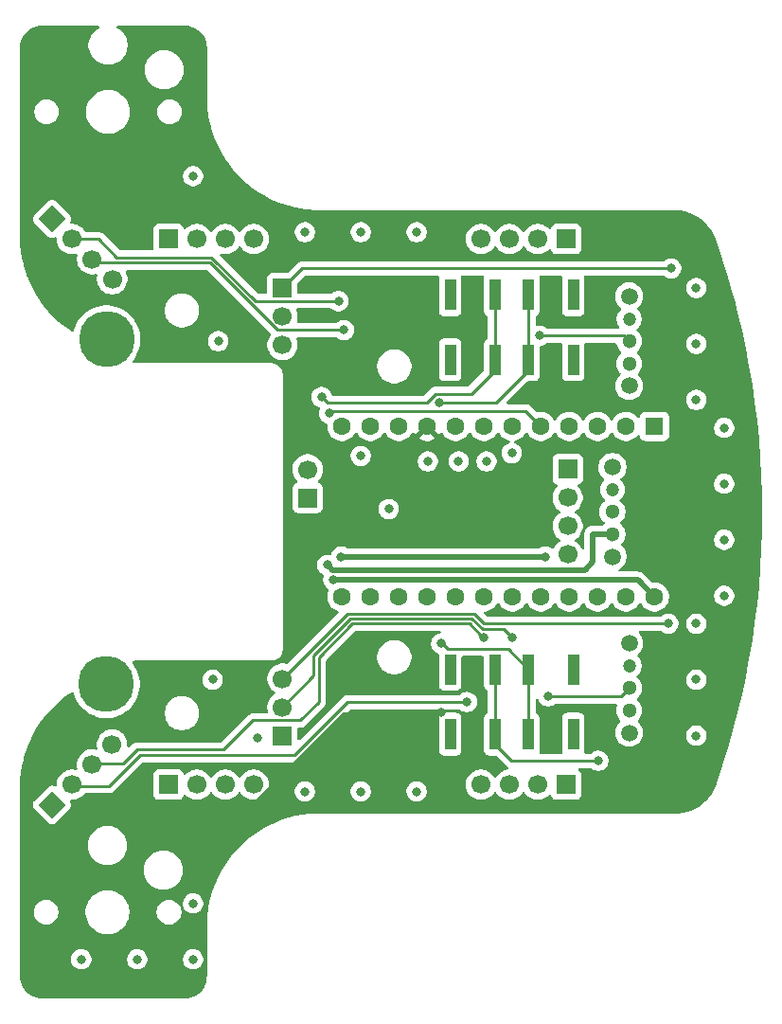
<source format=gbr>
G04 #@! TF.GenerationSoftware,KiCad,Pcbnew,9.0.2*
G04 #@! TF.CreationDate,2025-09-19T14:38:59-04:00*
G04 #@! TF.ProjectId,Trackball,54726163-6b62-4616-9c6c-2e6b69636164,rev?*
G04 #@! TF.SameCoordinates,Original*
G04 #@! TF.FileFunction,Copper,L1,Top*
G04 #@! TF.FilePolarity,Positive*
%FSLAX46Y46*%
G04 Gerber Fmt 4.6, Leading zero omitted, Abs format (unit mm)*
G04 Created by KiCad (PCBNEW 9.0.2) date 2025-09-19 14:38:59*
%MOMM*%
%LPD*%
G01*
G04 APERTURE LIST*
G04 Aperture macros list*
%AMRotRect*
0 Rectangle, with rotation*
0 The origin of the aperture is its center*
0 $1 length*
0 $2 width*
0 $3 Rotation angle, in degrees counterclockwise*
0 Add horizontal line*
21,1,$1,$2,0,0,$3*%
G04 Aperture macros list end*
G04 #@! TA.AperFunction,ComponentPad*
%ADD10R,1.700000X1.700000*%
G04 #@! TD*
G04 #@! TA.AperFunction,ComponentPad*
%ADD11C,1.700000*%
G04 #@! TD*
G04 #@! TA.AperFunction,SMDPad,CuDef*
%ADD12R,1.000000X2.800000*%
G04 #@! TD*
G04 #@! TA.AperFunction,ComponentPad*
%ADD13R,1.600000X1.600000*%
G04 #@! TD*
G04 #@! TA.AperFunction,ComponentPad*
%ADD14C,1.600000*%
G04 #@! TD*
G04 #@! TA.AperFunction,ComponentPad*
%ADD15C,5.000000*%
G04 #@! TD*
G04 #@! TA.AperFunction,ComponentPad*
%ADD16RotRect,1.700000X1.700000X315.000000*%
G04 #@! TD*
G04 #@! TA.AperFunction,ComponentPad*
%ADD17C,1.300000*%
G04 #@! TD*
G04 #@! TA.AperFunction,ComponentPad*
%ADD18C,1.200000*%
G04 #@! TD*
G04 #@! TA.AperFunction,ComponentPad*
%ADD19C,1.500000*%
G04 #@! TD*
G04 #@! TA.AperFunction,ComponentPad*
%ADD20RotRect,1.700000X1.700000X225.000000*%
G04 #@! TD*
G04 #@! TA.AperFunction,ViaPad*
%ADD21C,0.800000*%
G04 #@! TD*
G04 #@! TA.AperFunction,Conductor*
%ADD22C,0.500000*%
G04 #@! TD*
G04 #@! TA.AperFunction,Conductor*
%ADD23C,0.250000*%
G04 #@! TD*
G04 APERTURE END LIST*
D10*
X120208000Y-77216000D03*
D11*
X122748000Y-77216000D03*
X125288000Y-77216000D03*
X127828000Y-77216000D03*
D10*
X120208000Y-125984000D03*
D11*
X122748000Y-125984000D03*
X125288000Y-125984000D03*
X127828000Y-125984000D03*
D10*
X155901000Y-97790000D03*
D11*
X155901000Y-100330000D03*
X155901000Y-102870000D03*
X155901000Y-105410000D03*
D12*
X152400000Y-88025000D03*
X152400000Y-82225000D03*
X156400000Y-88025000D03*
X156400000Y-82225000D03*
D10*
X130400000Y-121600000D03*
D11*
X130400000Y-119060000D03*
X130400000Y-116520000D03*
D13*
X163660000Y-93960000D03*
D14*
X161120000Y-93960000D03*
X158580000Y-93960000D03*
X156040000Y-93960000D03*
X153500000Y-93960000D03*
X150960000Y-93960000D03*
X148420000Y-93960000D03*
X145880000Y-93960000D03*
X143340000Y-93960000D03*
X140800000Y-93960000D03*
X138260000Y-93960000D03*
X135720000Y-93960000D03*
X135720000Y-109200000D03*
X138260000Y-109200000D03*
X140800000Y-109200000D03*
X143340000Y-109200000D03*
X145880000Y-109200000D03*
X148420000Y-109200000D03*
X150960000Y-109200000D03*
X153500000Y-109200000D03*
X156040000Y-109200000D03*
X158580000Y-109200000D03*
X161120000Y-109200000D03*
X163660000Y-109200000D03*
D15*
X114660000Y-86160000D03*
D12*
X149400000Y-115675000D03*
X149400000Y-121475000D03*
X145400000Y-115675000D03*
X145400000Y-121475000D03*
D10*
X130400000Y-81600000D03*
D11*
X130400000Y-84140000D03*
X130400000Y-86680000D03*
D12*
X149400000Y-82225000D03*
X149400000Y-88025000D03*
X145400000Y-82225000D03*
X145400000Y-88025000D03*
D15*
X114640000Y-117020000D03*
D12*
X152400000Y-121475000D03*
X152400000Y-115675000D03*
X156400000Y-121475000D03*
X156400000Y-115675000D03*
D10*
X155768000Y-125984000D03*
D11*
X153228000Y-125984000D03*
X150688000Y-125984000D03*
X148148000Y-125984000D03*
D10*
X155768000Y-77216000D03*
D11*
X153228000Y-77216000D03*
X150688000Y-77216000D03*
X148148000Y-77216000D03*
D16*
X109773949Y-127786051D03*
D11*
X111570000Y-125990000D03*
X113366051Y-124193949D03*
X115162103Y-122397897D03*
D17*
X159900000Y-103600000D03*
X159900000Y-101600000D03*
D18*
X159900000Y-99600000D03*
D19*
X159900000Y-105600000D03*
X159900000Y-97600000D03*
D20*
X109780000Y-75420000D03*
D11*
X111576051Y-77216051D03*
X113372102Y-79012102D03*
X115168154Y-80808154D03*
D17*
X161400000Y-88350000D03*
X161400000Y-86350000D03*
D18*
X161400000Y-84350000D03*
D19*
X161400000Y-90350000D03*
X161400000Y-82350000D03*
D10*
X132650000Y-100350000D03*
D11*
X132650000Y-97810000D03*
D17*
X161400000Y-119350000D03*
X161400000Y-117350000D03*
D18*
X161400000Y-115350000D03*
D19*
X161400000Y-121350000D03*
X161400000Y-113350000D03*
D21*
X142400000Y-126600000D03*
X137400000Y-126600000D03*
X150900000Y-96350000D03*
X122400000Y-136600000D03*
X142400000Y-76600000D03*
X167400000Y-81600000D03*
X139900000Y-101350000D03*
X167400000Y-86600000D03*
X117400000Y-141600000D03*
X122400000Y-141600000D03*
X143400000Y-97100000D03*
X169900000Y-94100000D03*
X167400000Y-116600000D03*
X137400000Y-76600000D03*
X137400000Y-96600000D03*
X146150000Y-97100000D03*
X167400000Y-91600000D03*
X169900000Y-99100000D03*
X167400000Y-121600000D03*
X132400000Y-126600000D03*
X167400000Y-111600000D03*
X132400000Y-76600000D03*
X124150000Y-116600000D03*
X169900000Y-104100000D03*
X148650000Y-97100000D03*
X128150000Y-121850000D03*
X169900000Y-109100000D03*
X124650000Y-86350000D03*
X112400000Y-141600000D03*
X122400000Y-71600000D03*
X135650000Y-105600000D03*
X153900000Y-105600000D03*
X150900000Y-112850000D03*
X165150000Y-79850000D03*
X164900000Y-111600000D03*
X122650000Y-131350000D03*
X144597264Y-119499802D03*
X146900000Y-118600000D03*
X135900000Y-85350000D03*
X135405504Y-82770496D03*
X134400000Y-106350000D03*
X134945000Y-107701000D03*
X148400000Y-112850000D03*
X158650000Y-123850000D03*
X134566801Y-92799717D03*
X133900000Y-91350000D03*
X144400000Y-91825000D03*
X144589493Y-113385509D03*
X154150000Y-118100000D03*
X153400000Y-85850000D03*
D22*
X135650000Y-105600000D02*
X153900000Y-105600000D01*
D23*
X147336396Y-111150000D02*
X148286396Y-112100000D01*
X150150000Y-112100000D02*
X150900000Y-112850000D01*
X136463604Y-111150000D02*
X147336396Y-111150000D01*
X133200000Y-116260000D02*
X133200000Y-114413604D01*
X148286396Y-112100000D02*
X150150000Y-112100000D01*
X130400000Y-119060000D02*
X133200000Y-116260000D01*
X133200000Y-114413604D02*
X136463604Y-111150000D01*
X132150000Y-79850000D02*
X165150000Y-79850000D01*
X130400000Y-81600000D02*
X132150000Y-79850000D01*
X164900000Y-111600000D02*
X148422792Y-111600000D01*
X136220000Y-110700000D02*
X130400000Y-116520000D01*
X147522792Y-110700000D02*
X136220000Y-110700000D01*
X148422792Y-111600000D02*
X147522792Y-110700000D01*
X122650000Y-131350000D02*
X124125116Y-131350000D01*
X135875116Y-119600000D02*
X144497066Y-119600000D01*
X144497066Y-119600000D02*
X144597264Y-119499802D01*
X124125116Y-131350000D02*
X135875116Y-119600000D01*
X111900000Y-126100000D02*
X114900000Y-126100000D01*
X117650000Y-123350000D02*
X131488720Y-123350000D01*
X131488720Y-123350000D02*
X136238720Y-118600000D01*
X114900000Y-126100000D02*
X117650000Y-123350000D01*
X136238720Y-118600000D02*
X146900000Y-118600000D01*
X123900000Y-79350000D02*
X129900000Y-85350000D01*
X113710000Y-79350000D02*
X123900000Y-79350000D01*
X113372102Y-79012102D02*
X113710000Y-79350000D01*
X129900000Y-85350000D02*
X135900000Y-85350000D01*
X115562102Y-78850000D02*
X124036396Y-78850000D01*
X124036396Y-78850000D02*
X127962396Y-82776000D01*
X127962396Y-82776000D02*
X135400000Y-82776000D01*
X135400000Y-82776000D02*
X135405504Y-82770496D01*
X113928153Y-77216051D02*
X115562102Y-78850000D01*
X111576051Y-77216051D02*
X113928153Y-77216051D01*
D22*
X158150000Y-103600000D02*
X159900000Y-103600000D01*
X157449000Y-106801000D02*
X158150000Y-106100000D01*
X158150000Y-106100000D02*
X158150000Y-103600000D01*
X134851000Y-106801000D02*
X157449000Y-106801000D01*
X134400000Y-106350000D02*
X134851000Y-106801000D01*
X162161000Y-107701000D02*
X134945000Y-107701000D01*
X163660000Y-109200000D02*
X162161000Y-107701000D01*
D23*
X113366051Y-124193949D02*
X113460000Y-124100000D01*
X148099586Y-112551000D02*
X148101000Y-112551000D01*
X113460000Y-124100000D02*
X116150000Y-124100000D01*
X136649000Y-111601000D02*
X147149586Y-111601000D01*
X133650000Y-114600000D02*
X136649000Y-111601000D01*
X117400000Y-122850000D02*
X125150000Y-122850000D01*
X133650000Y-118600000D02*
X133650000Y-114600000D01*
X147149586Y-111601000D02*
X148099586Y-112551000D01*
X125150000Y-122850000D02*
X127764000Y-120236000D01*
X127764000Y-120236000D02*
X132014000Y-120236000D01*
X132014000Y-120236000D02*
X133650000Y-118600000D01*
X148101000Y-112551000D02*
X148400000Y-112850000D01*
X116150000Y-124100000D02*
X117400000Y-122850000D01*
X149400000Y-115675000D02*
X149400000Y-121475000D01*
X149400000Y-121475000D02*
X149400000Y-122375000D01*
X150875000Y-123850000D02*
X158650000Y-123850000D01*
X149400000Y-115100000D02*
X149400000Y-115675000D01*
X149400000Y-122375000D02*
X150875000Y-123850000D01*
X134766518Y-92600000D02*
X134566801Y-92799717D01*
X153500000Y-93960000D02*
X152140000Y-92600000D01*
X152140000Y-92600000D02*
X134766518Y-92600000D01*
X144078984Y-91050000D02*
X143278984Y-91850000D01*
X149400000Y-82225000D02*
X149400000Y-88025000D01*
X149400000Y-88925000D02*
X147275000Y-91050000D01*
X134400000Y-91850000D02*
X133900000Y-91350000D01*
X147275000Y-91050000D02*
X144078984Y-91050000D01*
X149400000Y-88025000D02*
X149400000Y-88925000D01*
X143278984Y-91850000D02*
X134400000Y-91850000D01*
X152400000Y-88925000D02*
X149500000Y-91825000D01*
X149500000Y-91825000D02*
X144400000Y-91825000D01*
X152400000Y-82225000D02*
X152400000Y-88025000D01*
X152400000Y-88025000D02*
X152400000Y-88925000D01*
X152400000Y-121475000D02*
X152400000Y-115675000D01*
X150575000Y-113850000D02*
X145150000Y-113850000D01*
X144685509Y-113385509D02*
X144589493Y-113385509D01*
X145150000Y-113850000D02*
X144685509Y-113385509D01*
X152400000Y-115675000D02*
X150575000Y-113850000D01*
X160650000Y-118100000D02*
X161400000Y-117350000D01*
X154150000Y-118100000D02*
X160650000Y-118100000D01*
X160900000Y-85850000D02*
X153400000Y-85850000D01*
X161400000Y-86350000D02*
X160900000Y-85850000D01*
G04 #@! TA.AperFunction,Conductor*
G36*
X113970406Y-58145502D02*
G01*
X114016899Y-58199158D01*
X114027003Y-58269432D01*
X113997509Y-58334012D01*
X113965285Y-58360619D01*
X113825391Y-58441386D01*
X113825384Y-58441391D01*
X113643347Y-58581073D01*
X113643326Y-58581092D01*
X113481092Y-58743326D01*
X113481073Y-58743347D01*
X113341391Y-58925384D01*
X113341386Y-58925391D01*
X113226662Y-59124099D01*
X113226657Y-59124110D01*
X113138842Y-59336113D01*
X113079450Y-59557768D01*
X113049500Y-59785263D01*
X113049500Y-60014736D01*
X113079450Y-60242231D01*
X113079452Y-60242238D01*
X113138842Y-60463887D01*
X113226656Y-60675888D01*
X113226657Y-60675889D01*
X113226662Y-60675900D01*
X113341386Y-60874608D01*
X113341391Y-60874615D01*
X113481073Y-61056652D01*
X113481092Y-61056673D01*
X113643326Y-61218907D01*
X113643347Y-61218926D01*
X113825384Y-61358608D01*
X113825391Y-61358613D01*
X114024099Y-61473337D01*
X114024103Y-61473338D01*
X114024112Y-61473344D01*
X114236113Y-61561158D01*
X114457762Y-61620548D01*
X114457766Y-61620548D01*
X114457768Y-61620549D01*
X114516398Y-61628267D01*
X114685266Y-61650500D01*
X114685273Y-61650500D01*
X114914727Y-61650500D01*
X114914734Y-61650500D01*
X115120345Y-61623430D01*
X115142231Y-61620549D01*
X115142231Y-61620548D01*
X115142238Y-61620548D01*
X115363887Y-61561158D01*
X115575888Y-61473344D01*
X115774612Y-61358611D01*
X115956661Y-61218919D01*
X116118919Y-61056661D01*
X116258611Y-60874612D01*
X116373344Y-60675888D01*
X116461158Y-60463887D01*
X116520548Y-60242238D01*
X116550500Y-60014734D01*
X116550500Y-59785266D01*
X116520548Y-59557762D01*
X116461158Y-59336113D01*
X116373344Y-59124112D01*
X116373338Y-59124103D01*
X116373337Y-59124099D01*
X116258613Y-58925391D01*
X116258608Y-58925384D01*
X116118926Y-58743347D01*
X116118907Y-58743326D01*
X115956673Y-58581092D01*
X115956652Y-58581073D01*
X115774615Y-58441391D01*
X115774608Y-58441386D01*
X115634715Y-58360619D01*
X115585722Y-58309236D01*
X115572286Y-58239523D01*
X115598672Y-58173612D01*
X115656505Y-58132430D01*
X115697715Y-58125500D01*
X121666715Y-58125500D01*
X121670878Y-58125500D01*
X121679118Y-58125770D01*
X121707134Y-58127606D01*
X121924492Y-58141852D01*
X121940810Y-58144000D01*
X122177945Y-58191169D01*
X122193850Y-58195430D01*
X122422799Y-58273149D01*
X122438005Y-58279448D01*
X122654851Y-58386384D01*
X122669108Y-58394615D01*
X122870135Y-58528937D01*
X122883204Y-58538966D01*
X123064972Y-58698372D01*
X123076627Y-58710027D01*
X123236033Y-58891795D01*
X123246063Y-58904867D01*
X123291106Y-58972278D01*
X123380379Y-59105883D01*
X123388620Y-59120157D01*
X123495547Y-59336984D01*
X123501854Y-59352210D01*
X123579566Y-59581141D01*
X123583832Y-59597062D01*
X123630997Y-59834177D01*
X123633148Y-59850517D01*
X123649230Y-60095880D01*
X123649500Y-60104121D01*
X123649500Y-64902940D01*
X123686082Y-65507721D01*
X123759110Y-66109159D01*
X123759111Y-66109166D01*
X123865571Y-66690099D01*
X123868325Y-66705123D01*
X123977585Y-67148409D01*
X124013322Y-67293399D01*
X124193571Y-67871840D01*
X124408418Y-68438345D01*
X124657079Y-68990846D01*
X124657080Y-68990848D01*
X124938643Y-69527321D01*
X124938648Y-69527332D01*
X125252071Y-70045797D01*
X125252089Y-70045825D01*
X125596255Y-70544436D01*
X125596264Y-70544447D01*
X125969920Y-71021383D01*
X125969924Y-71021388D01*
X125969926Y-71021390D01*
X125969927Y-71021391D01*
X126371684Y-71474882D01*
X126371705Y-71474904D01*
X126800095Y-71903294D01*
X126800117Y-71903315D01*
X127236581Y-72289988D01*
X127253617Y-72305080D01*
X127468700Y-72473587D01*
X127730563Y-72678744D01*
X128229174Y-73022910D01*
X128229202Y-73022928D01*
X128747667Y-73336351D01*
X128747675Y-73336354D01*
X128747679Y-73336357D01*
X129284157Y-73617922D01*
X129836656Y-73866582D01*
X130403161Y-74081429D01*
X130981605Y-74261679D01*
X131569877Y-74406675D01*
X132165830Y-74515888D01*
X132400152Y-74544339D01*
X132767278Y-74588917D01*
X132767283Y-74588917D01*
X132767289Y-74588918D01*
X133279471Y-74619899D01*
X133372060Y-74625500D01*
X133372061Y-74625500D01*
X133664438Y-74625500D01*
X165399485Y-74625500D01*
X165404839Y-74625500D01*
X165410693Y-74625635D01*
X165770935Y-74642393D01*
X165782575Y-74643478D01*
X166136802Y-74693201D01*
X166148310Y-74695365D01*
X166496399Y-74777765D01*
X166507630Y-74780982D01*
X166846566Y-74895343D01*
X166857454Y-74899590D01*
X167184296Y-75044922D01*
X167194763Y-75050172D01*
X167506702Y-75225221D01*
X167516628Y-75231414D01*
X167810965Y-75434669D01*
X167820277Y-75441760D01*
X168094469Y-75671463D01*
X168103078Y-75679384D01*
X168354769Y-75933561D01*
X168362600Y-75942242D01*
X168412277Y-76002738D01*
X168589600Y-76218683D01*
X168596603Y-76228070D01*
X168796950Y-76524385D01*
X168803052Y-76534381D01*
X168975020Y-76848014D01*
X168980167Y-76858532D01*
X169123205Y-77188926D01*
X169125397Y-77194332D01*
X169126725Y-77197838D01*
X169126725Y-77197840D01*
X169126726Y-77197840D01*
X169243201Y-77505346D01*
X169245091Y-77510334D01*
X169246793Y-77515120D01*
X169309589Y-77703541D01*
X169764312Y-79067955D01*
X169765167Y-79070616D01*
X170248556Y-80635991D01*
X170249351Y-80638671D01*
X170691341Y-82191365D01*
X170697887Y-82214359D01*
X170698618Y-82217043D01*
X170809558Y-82642389D01*
X171112077Y-83802253D01*
X171112753Y-83804966D01*
X171490956Y-85399009D01*
X171491571Y-85401736D01*
X171834315Y-87003759D01*
X171834869Y-87006498D01*
X172141982Y-88615695D01*
X172142476Y-88618447D01*
X172413825Y-90234124D01*
X172414257Y-90236886D01*
X172649689Y-91858127D01*
X172650060Y-91860897D01*
X172849468Y-93486964D01*
X172849778Y-93489742D01*
X173013073Y-95119915D01*
X173013320Y-95122700D01*
X173140402Y-96755993D01*
X173140588Y-96758782D01*
X173231408Y-98394537D01*
X173231532Y-98397330D01*
X173286042Y-100034692D01*
X173286104Y-100037486D01*
X173304277Y-101675655D01*
X173304277Y-101678451D01*
X173286104Y-103316620D01*
X173286042Y-103319414D01*
X173231532Y-104956776D01*
X173231408Y-104959569D01*
X173140588Y-106595324D01*
X173140402Y-106598113D01*
X173013319Y-108231406D01*
X173013072Y-108234191D01*
X172849777Y-109864363D01*
X172849467Y-109867141D01*
X172650059Y-111493208D01*
X172649688Y-111495978D01*
X172414256Y-113117220D01*
X172413824Y-113119982D01*
X172142475Y-114735658D01*
X172141981Y-114738410D01*
X171834868Y-116347608D01*
X171834314Y-116350347D01*
X171491570Y-117952370D01*
X171490955Y-117955097D01*
X171112752Y-119549140D01*
X171112076Y-119551853D01*
X170698620Y-121137049D01*
X170697885Y-121139746D01*
X170249349Y-122715435D01*
X170248554Y-122718115D01*
X169765164Y-124283489D01*
X169764309Y-124286150D01*
X169246454Y-125839990D01*
X169245332Y-125843211D01*
X169204512Y-125955467D01*
X169202358Y-125960984D01*
X169061800Y-126297393D01*
X169056727Y-126308091D01*
X168886616Y-126627190D01*
X168880562Y-126637365D01*
X168681238Y-126939105D01*
X168674255Y-126948666D01*
X168447498Y-127230355D01*
X168439648Y-127239219D01*
X168187456Y-127498375D01*
X168178809Y-127506463D01*
X167903395Y-127740811D01*
X167894028Y-127748052D01*
X167597828Y-127955518D01*
X167587822Y-127961847D01*
X167273471Y-128140586D01*
X167262914Y-128145948D01*
X166933174Y-128294391D01*
X166922162Y-128298739D01*
X166579932Y-128415582D01*
X166568559Y-128418877D01*
X166216881Y-128503077D01*
X166205250Y-128505290D01*
X165847214Y-128556111D01*
X165835427Y-128557222D01*
X165527084Y-128571724D01*
X165471029Y-128574361D01*
X165465114Y-128574500D01*
X133372060Y-128574500D01*
X132767278Y-128611082D01*
X132165840Y-128684110D01*
X132165833Y-128684111D01*
X131569885Y-128793323D01*
X130981600Y-128938322D01*
X130403159Y-129118571D01*
X129836654Y-129333418D01*
X129284153Y-129582079D01*
X129284151Y-129582080D01*
X128747678Y-129863643D01*
X128747667Y-129863648D01*
X128229202Y-130177071D01*
X128229174Y-130177089D01*
X127730563Y-130521255D01*
X127253609Y-130894926D01*
X127253608Y-130894927D01*
X126800117Y-131296684D01*
X126800095Y-131296705D01*
X126371705Y-131725095D01*
X126371684Y-131725117D01*
X125969927Y-132178608D01*
X125969926Y-132178609D01*
X125596255Y-132655563D01*
X125252089Y-133154174D01*
X125252071Y-133154202D01*
X124938648Y-133672667D01*
X124938643Y-133672678D01*
X124657080Y-134209151D01*
X124657079Y-134209153D01*
X124408418Y-134761654D01*
X124193571Y-135328159D01*
X124013322Y-135906600D01*
X123868323Y-136494885D01*
X123759111Y-137090833D01*
X123759110Y-137090840D01*
X123686082Y-137692278D01*
X123649500Y-138297059D01*
X123649500Y-143095878D01*
X123649230Y-143104118D01*
X123649230Y-143104119D01*
X123633148Y-143349482D01*
X123630997Y-143365822D01*
X123583832Y-143602937D01*
X123579566Y-143618858D01*
X123501854Y-143847789D01*
X123495547Y-143863015D01*
X123388620Y-144079842D01*
X123380379Y-144094116D01*
X123246066Y-144295129D01*
X123236033Y-144308204D01*
X123076627Y-144489972D01*
X123064972Y-144501627D01*
X122883204Y-144661033D01*
X122870129Y-144671066D01*
X122669116Y-144805379D01*
X122654842Y-144813620D01*
X122438015Y-144920547D01*
X122422789Y-144926854D01*
X122193858Y-145004566D01*
X122177937Y-145008832D01*
X121940822Y-145055997D01*
X121924482Y-145058148D01*
X121679119Y-145074230D01*
X121670878Y-145074500D01*
X108904122Y-145074500D01*
X108895881Y-145074230D01*
X108650517Y-145058148D01*
X108634177Y-145055997D01*
X108397062Y-145008832D01*
X108381141Y-145004566D01*
X108152210Y-144926854D01*
X108136984Y-144920547D01*
X107920153Y-144813618D01*
X107905887Y-144805381D01*
X107704867Y-144671063D01*
X107691795Y-144661033D01*
X107510027Y-144501627D01*
X107498372Y-144489972D01*
X107338966Y-144308204D01*
X107328937Y-144295135D01*
X107194615Y-144094108D01*
X107186384Y-144079851D01*
X107079448Y-143863005D01*
X107073149Y-143847799D01*
X106995430Y-143618850D01*
X106991169Y-143602945D01*
X106944000Y-143365810D01*
X106941852Y-143349492D01*
X106925770Y-143104118D01*
X106925500Y-143095878D01*
X106925500Y-141510518D01*
X111491500Y-141510518D01*
X111491500Y-141510521D01*
X111491500Y-141689479D01*
X111526413Y-141865000D01*
X111594898Y-142030336D01*
X111694322Y-142179135D01*
X111820865Y-142305678D01*
X111969664Y-142405102D01*
X112135000Y-142473587D01*
X112310521Y-142508500D01*
X112310522Y-142508500D01*
X112489478Y-142508500D01*
X112489479Y-142508500D01*
X112665000Y-142473587D01*
X112830336Y-142405102D01*
X112979135Y-142305678D01*
X113105678Y-142179135D01*
X113205102Y-142030336D01*
X113273587Y-141865000D01*
X113308500Y-141689479D01*
X113308500Y-141510521D01*
X113308499Y-141510518D01*
X116491500Y-141510518D01*
X116491500Y-141510521D01*
X116491500Y-141689479D01*
X116526413Y-141865000D01*
X116594898Y-142030336D01*
X116694322Y-142179135D01*
X116820865Y-142305678D01*
X116969664Y-142405102D01*
X117135000Y-142473587D01*
X117310521Y-142508500D01*
X117310522Y-142508500D01*
X117489478Y-142508500D01*
X117489479Y-142508500D01*
X117665000Y-142473587D01*
X117830336Y-142405102D01*
X117979135Y-142305678D01*
X118105678Y-142179135D01*
X118205102Y-142030336D01*
X118273587Y-141865000D01*
X118308500Y-141689479D01*
X118308500Y-141510521D01*
X118308499Y-141510518D01*
X121491500Y-141510518D01*
X121491500Y-141510521D01*
X121491500Y-141689479D01*
X121526413Y-141865000D01*
X121594898Y-142030336D01*
X121694322Y-142179135D01*
X121820865Y-142305678D01*
X121969664Y-142405102D01*
X122135000Y-142473587D01*
X122310521Y-142508500D01*
X122310522Y-142508500D01*
X122489478Y-142508500D01*
X122489479Y-142508500D01*
X122665000Y-142473587D01*
X122830336Y-142405102D01*
X122979135Y-142305678D01*
X123105678Y-142179135D01*
X123205102Y-142030336D01*
X123273587Y-141865000D01*
X123308500Y-141689479D01*
X123308500Y-141510521D01*
X123273587Y-141335000D01*
X123205102Y-141169664D01*
X123105678Y-141020865D01*
X122979135Y-140894322D01*
X122830336Y-140794898D01*
X122713429Y-140746473D01*
X122665003Y-140726414D01*
X122665001Y-140726413D01*
X122665000Y-140726413D01*
X122576645Y-140708838D01*
X122489481Y-140691500D01*
X122489479Y-140691500D01*
X122310521Y-140691500D01*
X122310518Y-140691500D01*
X122179771Y-140717507D01*
X122135000Y-140726413D01*
X122134999Y-140726413D01*
X122134996Y-140726414D01*
X121969662Y-140794899D01*
X121820869Y-140894319D01*
X121820862Y-140894324D01*
X121694324Y-141020862D01*
X121694319Y-141020869D01*
X121594899Y-141169662D01*
X121526414Y-141334996D01*
X121491500Y-141510518D01*
X118308499Y-141510518D01*
X118273587Y-141335000D01*
X118205102Y-141169664D01*
X118105678Y-141020865D01*
X117979135Y-140894322D01*
X117830336Y-140794898D01*
X117713429Y-140746473D01*
X117665003Y-140726414D01*
X117665001Y-140726413D01*
X117665000Y-140726413D01*
X117576645Y-140708838D01*
X117489481Y-140691500D01*
X117489479Y-140691500D01*
X117310521Y-140691500D01*
X117310518Y-140691500D01*
X117179771Y-140717507D01*
X117135000Y-140726413D01*
X117134999Y-140726413D01*
X117134996Y-140726414D01*
X116969662Y-140794899D01*
X116820869Y-140894319D01*
X116820862Y-140894324D01*
X116694324Y-141020862D01*
X116694319Y-141020869D01*
X116594899Y-141169662D01*
X116526414Y-141334996D01*
X116491500Y-141510518D01*
X113308499Y-141510518D01*
X113273587Y-141335000D01*
X113205102Y-141169664D01*
X113105678Y-141020865D01*
X112979135Y-140894322D01*
X112830336Y-140794898D01*
X112713429Y-140746473D01*
X112665003Y-140726414D01*
X112665001Y-140726413D01*
X112665000Y-140726413D01*
X112576645Y-140708838D01*
X112489481Y-140691500D01*
X112489479Y-140691500D01*
X112310521Y-140691500D01*
X112310518Y-140691500D01*
X112179771Y-140717507D01*
X112135000Y-140726413D01*
X112134999Y-140726413D01*
X112134996Y-140726414D01*
X111969662Y-140794899D01*
X111820869Y-140894319D01*
X111820862Y-140894324D01*
X111694324Y-141020862D01*
X111694319Y-141020869D01*
X111594899Y-141169662D01*
X111526414Y-141334996D01*
X111491500Y-141510518D01*
X106925500Y-141510518D01*
X106925500Y-137295318D01*
X108145600Y-137295318D01*
X108145600Y-137468682D01*
X108172720Y-137639912D01*
X108172721Y-137639917D01*
X108189738Y-137692289D01*
X108226292Y-137804791D01*
X108226293Y-137804792D01*
X108305000Y-137959263D01*
X108406900Y-138099516D01*
X108529483Y-138222099D01*
X108529486Y-138222101D01*
X108669740Y-138324002D01*
X108824209Y-138402708D01*
X108989082Y-138456278D01*
X108989083Y-138456278D01*
X108989088Y-138456280D01*
X109160318Y-138483400D01*
X109160321Y-138483400D01*
X109333679Y-138483400D01*
X109333682Y-138483400D01*
X109504912Y-138456280D01*
X109669791Y-138402708D01*
X109824260Y-138324002D01*
X109964514Y-138222101D01*
X110087101Y-138099514D01*
X110189002Y-137959260D01*
X110267708Y-137804791D01*
X110321280Y-137639912D01*
X110348400Y-137468682D01*
X110348400Y-137295318D01*
X110341730Y-137253204D01*
X112782000Y-137253204D01*
X112782000Y-137510795D01*
X112815620Y-137766167D01*
X112815621Y-137766173D01*
X112815622Y-137766175D01*
X112882290Y-138014984D01*
X112980864Y-138252962D01*
X112980865Y-138252963D01*
X112980870Y-138252974D01*
X113109659Y-138476043D01*
X113266460Y-138680388D01*
X113266479Y-138680409D01*
X113448590Y-138862520D01*
X113448600Y-138862529D01*
X113448606Y-138862535D01*
X113448609Y-138862537D01*
X113448611Y-138862539D01*
X113652956Y-139019340D01*
X113876025Y-139148129D01*
X113876029Y-139148130D01*
X113876038Y-139148136D01*
X114114016Y-139246710D01*
X114362825Y-139313378D01*
X114362831Y-139313378D01*
X114362832Y-139313379D01*
X114392134Y-139317236D01*
X114618207Y-139347000D01*
X114618214Y-139347000D01*
X114875786Y-139347000D01*
X114875793Y-139347000D01*
X115131175Y-139313378D01*
X115379984Y-139246710D01*
X115617962Y-139148136D01*
X115841038Y-139019343D01*
X115841038Y-139019342D01*
X115841043Y-139019340D01*
X115959717Y-138928277D01*
X116045394Y-138862535D01*
X116227535Y-138680394D01*
X116297328Y-138589438D01*
X116384340Y-138476043D01*
X116426680Y-138402709D01*
X116513136Y-138252962D01*
X116611710Y-138014984D01*
X116678378Y-137766175D01*
X116712000Y-137510793D01*
X116712000Y-137295318D01*
X119145600Y-137295318D01*
X119145600Y-137468682D01*
X119172720Y-137639912D01*
X119172721Y-137639917D01*
X119189738Y-137692289D01*
X119226292Y-137804791D01*
X119226293Y-137804792D01*
X119305000Y-137959263D01*
X119406900Y-138099516D01*
X119529483Y-138222099D01*
X119529486Y-138222101D01*
X119669740Y-138324002D01*
X119824209Y-138402708D01*
X119989082Y-138456278D01*
X119989083Y-138456278D01*
X119989088Y-138456280D01*
X120160318Y-138483400D01*
X120160321Y-138483400D01*
X120333679Y-138483400D01*
X120333682Y-138483400D01*
X120504912Y-138456280D01*
X120669791Y-138402708D01*
X120824260Y-138324002D01*
X120964514Y-138222101D01*
X121087101Y-138099514D01*
X121189002Y-137959260D01*
X121267708Y-137804791D01*
X121321280Y-137639912D01*
X121348400Y-137468682D01*
X121348400Y-137295318D01*
X121321280Y-137124088D01*
X121267708Y-136959209D01*
X121189002Y-136804740D01*
X121087101Y-136664486D01*
X121087099Y-136664483D01*
X120964516Y-136541900D01*
X120921322Y-136510518D01*
X121491500Y-136510518D01*
X121491500Y-136689481D01*
X121508838Y-136776645D01*
X121526413Y-136865000D01*
X121594898Y-137030336D01*
X121694322Y-137179135D01*
X121820865Y-137305678D01*
X121969664Y-137405102D01*
X122135000Y-137473587D01*
X122310521Y-137508500D01*
X122310522Y-137508500D01*
X122489478Y-137508500D01*
X122489479Y-137508500D01*
X122665000Y-137473587D01*
X122830336Y-137405102D01*
X122979135Y-137305678D01*
X123105678Y-137179135D01*
X123205102Y-137030336D01*
X123273587Y-136865000D01*
X123308500Y-136689479D01*
X123308500Y-136510521D01*
X123273587Y-136335000D01*
X123205102Y-136169664D01*
X123105678Y-136020865D01*
X122979135Y-135894322D01*
X122830336Y-135794898D01*
X122709045Y-135744657D01*
X122665003Y-135726414D01*
X122665001Y-135726413D01*
X122665000Y-135726413D01*
X122576645Y-135708838D01*
X122489481Y-135691500D01*
X122489479Y-135691500D01*
X122310521Y-135691500D01*
X122310518Y-135691500D01*
X122179771Y-135717507D01*
X122135000Y-135726413D01*
X122134999Y-135726413D01*
X122134996Y-135726414D01*
X121969662Y-135794899D01*
X121820869Y-135894319D01*
X121820862Y-135894324D01*
X121694324Y-136020862D01*
X121694319Y-136020869D01*
X121594899Y-136169662D01*
X121526414Y-136334996D01*
X121491500Y-136510518D01*
X120921322Y-136510518D01*
X120824263Y-136440000D01*
X120824262Y-136439999D01*
X120824260Y-136439998D01*
X120669791Y-136361292D01*
X120669788Y-136361291D01*
X120669786Y-136361290D01*
X120504915Y-136307721D01*
X120504919Y-136307721D01*
X120473041Y-136302672D01*
X120333682Y-136280600D01*
X120160318Y-136280600D01*
X119989088Y-136307720D01*
X119989082Y-136307721D01*
X119824213Y-136361290D01*
X119824207Y-136361293D01*
X119669736Y-136440000D01*
X119529483Y-136541900D01*
X119406900Y-136664483D01*
X119305000Y-136804736D01*
X119226293Y-136959207D01*
X119226290Y-136959213D01*
X119172721Y-137124082D01*
X119172720Y-137124087D01*
X119172720Y-137124088D01*
X119145600Y-137295318D01*
X116712000Y-137295318D01*
X116712000Y-137253207D01*
X116678378Y-136997825D01*
X116611710Y-136749016D01*
X116513136Y-136511038D01*
X116513130Y-136511029D01*
X116513129Y-136511025D01*
X116384340Y-136287956D01*
X116227539Y-136083611D01*
X116227537Y-136083609D01*
X116227535Y-136083606D01*
X116227529Y-136083600D01*
X116227520Y-136083590D01*
X116045409Y-135901479D01*
X116045388Y-135901460D01*
X115841043Y-135744659D01*
X115617974Y-135615870D01*
X115617966Y-135615866D01*
X115617962Y-135615864D01*
X115379984Y-135517290D01*
X115131175Y-135450622D01*
X115131173Y-135450621D01*
X115131167Y-135450620D01*
X114875795Y-135417000D01*
X114875793Y-135417000D01*
X114618207Y-135417000D01*
X114618204Y-135417000D01*
X114362832Y-135450620D01*
X114114016Y-135517290D01*
X113876036Y-135615865D01*
X113876025Y-135615870D01*
X113652956Y-135744659D01*
X113448611Y-135901460D01*
X113448590Y-135901479D01*
X113266479Y-136083590D01*
X113266460Y-136083611D01*
X113109659Y-136287956D01*
X112980870Y-136511025D01*
X112980865Y-136511036D01*
X112882290Y-136749016D01*
X112815620Y-136997832D01*
X112782000Y-137253204D01*
X110341730Y-137253204D01*
X110321280Y-137124088D01*
X110267708Y-136959209D01*
X110189002Y-136804740D01*
X110087101Y-136664486D01*
X110087099Y-136664483D01*
X109964516Y-136541900D01*
X109824263Y-136440000D01*
X109824262Y-136439999D01*
X109824260Y-136439998D01*
X109669791Y-136361292D01*
X109669788Y-136361291D01*
X109669786Y-136361290D01*
X109504915Y-136307721D01*
X109504919Y-136307721D01*
X109473041Y-136302672D01*
X109333682Y-136280600D01*
X109160318Y-136280600D01*
X108989088Y-136307720D01*
X108989082Y-136307721D01*
X108824213Y-136361290D01*
X108824207Y-136361293D01*
X108669736Y-136440000D01*
X108529483Y-136541900D01*
X108406900Y-136664483D01*
X108305000Y-136804736D01*
X108226293Y-136959207D01*
X108226290Y-136959213D01*
X108172721Y-137124082D01*
X108172720Y-137124087D01*
X108172720Y-137124088D01*
X108145600Y-137295318D01*
X106925500Y-137295318D01*
X106925500Y-134761654D01*
X106925500Y-133517263D01*
X117996500Y-133517263D01*
X117996500Y-133746736D01*
X118026450Y-133974231D01*
X118026452Y-133974238D01*
X118085842Y-134195887D01*
X118173656Y-134407888D01*
X118173657Y-134407889D01*
X118173662Y-134407900D01*
X118288386Y-134606608D01*
X118288391Y-134606615D01*
X118428073Y-134788652D01*
X118428092Y-134788673D01*
X118590326Y-134950907D01*
X118590347Y-134950926D01*
X118772384Y-135090608D01*
X118772391Y-135090613D01*
X118971099Y-135205337D01*
X118971103Y-135205338D01*
X118971112Y-135205344D01*
X119183113Y-135293158D01*
X119404762Y-135352548D01*
X119404766Y-135352548D01*
X119404768Y-135352549D01*
X119463398Y-135360267D01*
X119632266Y-135382500D01*
X119632273Y-135382500D01*
X119861727Y-135382500D01*
X119861734Y-135382500D01*
X120067345Y-135355430D01*
X120089231Y-135352549D01*
X120089231Y-135352548D01*
X120089238Y-135352548D01*
X120310887Y-135293158D01*
X120522888Y-135205344D01*
X120721612Y-135090611D01*
X120903661Y-134950919D01*
X121065919Y-134788661D01*
X121205611Y-134606612D01*
X121320344Y-134407888D01*
X121408158Y-134195887D01*
X121467548Y-133974238D01*
X121497500Y-133746734D01*
X121497500Y-133517266D01*
X121467548Y-133289762D01*
X121408158Y-133068113D01*
X121320344Y-132856112D01*
X121320338Y-132856103D01*
X121320337Y-132856099D01*
X121205613Y-132657391D01*
X121205608Y-132657384D01*
X121065926Y-132475347D01*
X121065907Y-132475326D01*
X120903673Y-132313092D01*
X120903652Y-132313073D01*
X120721615Y-132173391D01*
X120721608Y-132173386D01*
X120522900Y-132058662D01*
X120522892Y-132058658D01*
X120522888Y-132058656D01*
X120310887Y-131970842D01*
X120089238Y-131911452D01*
X120089231Y-131911450D01*
X119861736Y-131881500D01*
X119861734Y-131881500D01*
X119632266Y-131881500D01*
X119632263Y-131881500D01*
X119404768Y-131911450D01*
X119183113Y-131970842D01*
X118971110Y-132058657D01*
X118971099Y-132058662D01*
X118772391Y-132173386D01*
X118772384Y-132173391D01*
X118590347Y-132313073D01*
X118590326Y-132313092D01*
X118428092Y-132475326D01*
X118428073Y-132475347D01*
X118288391Y-132657384D01*
X118288386Y-132657391D01*
X118173662Y-132856099D01*
X118173657Y-132856110D01*
X118085842Y-133068113D01*
X118026450Y-133289768D01*
X117996500Y-133517263D01*
X106925500Y-133517263D01*
X106925500Y-131317263D01*
X112996500Y-131317263D01*
X112996500Y-131546736D01*
X113026450Y-131774231D01*
X113026452Y-131774238D01*
X113085842Y-131995887D01*
X113173656Y-132207888D01*
X113173657Y-132207889D01*
X113173662Y-132207900D01*
X113288386Y-132406608D01*
X113288391Y-132406615D01*
X113428073Y-132588652D01*
X113428092Y-132588673D01*
X113590326Y-132750907D01*
X113590347Y-132750926D01*
X113772384Y-132890608D01*
X113772391Y-132890613D01*
X113971099Y-133005337D01*
X113971103Y-133005338D01*
X113971112Y-133005344D01*
X114183113Y-133093158D01*
X114404762Y-133152548D01*
X114404766Y-133152548D01*
X114404768Y-133152549D01*
X114463398Y-133160267D01*
X114632266Y-133182500D01*
X114632273Y-133182500D01*
X114861727Y-133182500D01*
X114861734Y-133182500D01*
X115076888Y-133154174D01*
X115089231Y-133152549D01*
X115089231Y-133152548D01*
X115089238Y-133152548D01*
X115310887Y-133093158D01*
X115522888Y-133005344D01*
X115721612Y-132890611D01*
X115903661Y-132750919D01*
X116065919Y-132588661D01*
X116205611Y-132406612D01*
X116320344Y-132207888D01*
X116408158Y-131995887D01*
X116467548Y-131774238D01*
X116497500Y-131546734D01*
X116497500Y-131317266D01*
X116467548Y-131089762D01*
X116408158Y-130868113D01*
X116320344Y-130656112D01*
X116320338Y-130656103D01*
X116320337Y-130656099D01*
X116205613Y-130457391D01*
X116205608Y-130457384D01*
X116065926Y-130275347D01*
X116065907Y-130275326D01*
X115903673Y-130113092D01*
X115903652Y-130113073D01*
X115721615Y-129973391D01*
X115721608Y-129973386D01*
X115522900Y-129858662D01*
X115522892Y-129858658D01*
X115522888Y-129858656D01*
X115310887Y-129770842D01*
X115089238Y-129711452D01*
X115089231Y-129711450D01*
X114861736Y-129681500D01*
X114861734Y-129681500D01*
X114632266Y-129681500D01*
X114632263Y-129681500D01*
X114404768Y-129711450D01*
X114183113Y-129770842D01*
X113971110Y-129858657D01*
X113971099Y-129858662D01*
X113772391Y-129973386D01*
X113772384Y-129973391D01*
X113590347Y-130113073D01*
X113590326Y-130113092D01*
X113428092Y-130275326D01*
X113428073Y-130275347D01*
X113288391Y-130457384D01*
X113288386Y-130457391D01*
X113173662Y-130656099D01*
X113173657Y-130656110D01*
X113085842Y-130868113D01*
X113026450Y-131089768D01*
X112996500Y-131317263D01*
X106925500Y-131317263D01*
X106925500Y-127786051D01*
X108058139Y-127786051D01*
X108078948Y-127930785D01*
X108139691Y-128063794D01*
X108177911Y-128111223D01*
X108177916Y-128111228D01*
X108177925Y-128111238D01*
X109448761Y-129382074D01*
X109448770Y-129382082D01*
X109448777Y-129382089D01*
X109496206Y-129420309D01*
X109629215Y-129481052D01*
X109773949Y-129501861D01*
X109918683Y-129481052D01*
X110051692Y-129420309D01*
X110099121Y-129382089D01*
X111369987Y-128111223D01*
X111408207Y-128063794D01*
X111468950Y-127930785D01*
X111489759Y-127786051D01*
X111468950Y-127641317D01*
X111416670Y-127526841D01*
X111406568Y-127456568D01*
X111436061Y-127391987D01*
X111495787Y-127353604D01*
X111531285Y-127348500D01*
X111676913Y-127348500D01*
X111676916Y-127348500D01*
X111888116Y-127315049D01*
X112091483Y-127248972D01*
X112282009Y-127151894D01*
X112455004Y-127026206D01*
X112606206Y-126875004D01*
X112671278Y-126785438D01*
X112727500Y-126742085D01*
X112773214Y-126733500D01*
X114962393Y-126733500D01*
X114962394Y-126733500D01*
X115084785Y-126709155D01*
X115200075Y-126661400D01*
X115303833Y-126592071D01*
X116810554Y-125085350D01*
X118849500Y-125085350D01*
X118849500Y-126882649D01*
X118856009Y-126943196D01*
X118856011Y-126943204D01*
X118907110Y-127080202D01*
X118907112Y-127080207D01*
X118994738Y-127197261D01*
X119111792Y-127284887D01*
X119111794Y-127284888D01*
X119111796Y-127284889D01*
X119167525Y-127305675D01*
X119248795Y-127335988D01*
X119248803Y-127335990D01*
X119309350Y-127342499D01*
X119309355Y-127342499D01*
X119309362Y-127342500D01*
X119309368Y-127342500D01*
X121106632Y-127342500D01*
X121106638Y-127342500D01*
X121106645Y-127342499D01*
X121106649Y-127342499D01*
X121167196Y-127335990D01*
X121167199Y-127335989D01*
X121167201Y-127335989D01*
X121304204Y-127284889D01*
X121352184Y-127248972D01*
X121421261Y-127197261D01*
X121508887Y-127080207D01*
X121508887Y-127080206D01*
X121508889Y-127080204D01*
X121552869Y-126962288D01*
X121595414Y-126905456D01*
X121661934Y-126880645D01*
X121731308Y-126895736D01*
X121760018Y-126917229D01*
X121862990Y-127020201D01*
X121862993Y-127020203D01*
X121862996Y-127020206D01*
X122035991Y-127145894D01*
X122226517Y-127242972D01*
X122429878Y-127309047D01*
X122429879Y-127309047D01*
X122429884Y-127309049D01*
X122641084Y-127342500D01*
X122641087Y-127342500D01*
X122854913Y-127342500D01*
X122854916Y-127342500D01*
X123066116Y-127309049D01*
X123269483Y-127242972D01*
X123460009Y-127145894D01*
X123633004Y-127020206D01*
X123784206Y-126869004D01*
X123909894Y-126696009D01*
X123909899Y-126695997D01*
X123910561Y-126694920D01*
X123910924Y-126694591D01*
X123912804Y-126692004D01*
X123913347Y-126692398D01*
X123963204Y-126647283D01*
X124033244Y-126635670D01*
X124098445Y-126663766D01*
X124123021Y-126692130D01*
X124123196Y-126692004D01*
X124124668Y-126694030D01*
X124125439Y-126694920D01*
X124126105Y-126696007D01*
X124126106Y-126696009D01*
X124251794Y-126869004D01*
X124251796Y-126869006D01*
X124251798Y-126869009D01*
X124402990Y-127020201D01*
X124402993Y-127020203D01*
X124402996Y-127020206D01*
X124575991Y-127145894D01*
X124766517Y-127242972D01*
X124969878Y-127309047D01*
X124969879Y-127309047D01*
X124969884Y-127309049D01*
X125181084Y-127342500D01*
X125181087Y-127342500D01*
X125394913Y-127342500D01*
X125394916Y-127342500D01*
X125606116Y-127309049D01*
X125809483Y-127242972D01*
X126000009Y-127145894D01*
X126173004Y-127020206D01*
X126324206Y-126869004D01*
X126449894Y-126696009D01*
X126449899Y-126695997D01*
X126450561Y-126694920D01*
X126450924Y-126694591D01*
X126452804Y-126692004D01*
X126453347Y-126692398D01*
X126503204Y-126647283D01*
X126573244Y-126635670D01*
X126638445Y-126663766D01*
X126663021Y-126692130D01*
X126663196Y-126692004D01*
X126664668Y-126694030D01*
X126665439Y-126694920D01*
X126666105Y-126696007D01*
X126666106Y-126696009D01*
X126791794Y-126869004D01*
X126791796Y-126869006D01*
X126791798Y-126869009D01*
X126942990Y-127020201D01*
X126942993Y-127020203D01*
X126942996Y-127020206D01*
X127115991Y-127145894D01*
X127306517Y-127242972D01*
X127509878Y-127309047D01*
X127509879Y-127309047D01*
X127509884Y-127309049D01*
X127721084Y-127342500D01*
X127721087Y-127342500D01*
X127934913Y-127342500D01*
X127934916Y-127342500D01*
X128146116Y-127309049D01*
X128349483Y-127242972D01*
X128540009Y-127145894D01*
X128713004Y-127020206D01*
X128864206Y-126869004D01*
X128989894Y-126696009D01*
X129084407Y-126510518D01*
X131491500Y-126510518D01*
X131491500Y-126689481D01*
X131500256Y-126733499D01*
X131510587Y-126785439D01*
X131526414Y-126865003D01*
X131533953Y-126883204D01*
X131594898Y-127030336D01*
X131694322Y-127179135D01*
X131820865Y-127305678D01*
X131969664Y-127405102D01*
X132135000Y-127473587D01*
X132310521Y-127508500D01*
X132310522Y-127508500D01*
X132489478Y-127508500D01*
X132489479Y-127508500D01*
X132665000Y-127473587D01*
X132830336Y-127405102D01*
X132979135Y-127305678D01*
X133105678Y-127179135D01*
X133205102Y-127030336D01*
X133273587Y-126865000D01*
X133308500Y-126689479D01*
X133308500Y-126510521D01*
X133308499Y-126510518D01*
X136491500Y-126510518D01*
X136491500Y-126689481D01*
X136500256Y-126733499D01*
X136510587Y-126785439D01*
X136526414Y-126865003D01*
X136533953Y-126883204D01*
X136594898Y-127030336D01*
X136694322Y-127179135D01*
X136820865Y-127305678D01*
X136969664Y-127405102D01*
X137135000Y-127473587D01*
X137310521Y-127508500D01*
X137310522Y-127508500D01*
X137489478Y-127508500D01*
X137489479Y-127508500D01*
X137665000Y-127473587D01*
X137830336Y-127405102D01*
X137979135Y-127305678D01*
X138105678Y-127179135D01*
X138205102Y-127030336D01*
X138273587Y-126865000D01*
X138308500Y-126689479D01*
X138308500Y-126510521D01*
X138308499Y-126510518D01*
X141491500Y-126510518D01*
X141491500Y-126689481D01*
X141500256Y-126733499D01*
X141510587Y-126785439D01*
X141526414Y-126865003D01*
X141533953Y-126883204D01*
X141594898Y-127030336D01*
X141694322Y-127179135D01*
X141820865Y-127305678D01*
X141969664Y-127405102D01*
X142135000Y-127473587D01*
X142310521Y-127508500D01*
X142310522Y-127508500D01*
X142489478Y-127508500D01*
X142489479Y-127508500D01*
X142665000Y-127473587D01*
X142830336Y-127405102D01*
X142979135Y-127305678D01*
X143105678Y-127179135D01*
X143205102Y-127030336D01*
X143273587Y-126865000D01*
X143308500Y-126689479D01*
X143308500Y-126510521D01*
X143273587Y-126335000D01*
X143205102Y-126169664D01*
X143105678Y-126020865D01*
X142979135Y-125894322D01*
X142830336Y-125794898D01*
X142713429Y-125746473D01*
X142665003Y-125726414D01*
X142665001Y-125726413D01*
X142665000Y-125726413D01*
X142576645Y-125708838D01*
X142489481Y-125691500D01*
X142489479Y-125691500D01*
X142310521Y-125691500D01*
X142310518Y-125691500D01*
X142179771Y-125717507D01*
X142135000Y-125726413D01*
X142134999Y-125726413D01*
X142134996Y-125726414D01*
X141969662Y-125794899D01*
X141820869Y-125894319D01*
X141820862Y-125894324D01*
X141694324Y-126020862D01*
X141694319Y-126020869D01*
X141594899Y-126169662D01*
X141526414Y-126334996D01*
X141491500Y-126510518D01*
X138308499Y-126510518D01*
X138273587Y-126335000D01*
X138205102Y-126169664D01*
X138105678Y-126020865D01*
X137979135Y-125894322D01*
X137830336Y-125794898D01*
X137713429Y-125746473D01*
X137665003Y-125726414D01*
X137665001Y-125726413D01*
X137665000Y-125726413D01*
X137576645Y-125708838D01*
X137489481Y-125691500D01*
X137489479Y-125691500D01*
X137310521Y-125691500D01*
X137310518Y-125691500D01*
X137179771Y-125717507D01*
X137135000Y-125726413D01*
X137134999Y-125726413D01*
X137134996Y-125726414D01*
X136969662Y-125794899D01*
X136820869Y-125894319D01*
X136820862Y-125894324D01*
X136694324Y-126020862D01*
X136694319Y-126020869D01*
X136594899Y-126169662D01*
X136526414Y-126334996D01*
X136491500Y-126510518D01*
X133308499Y-126510518D01*
X133273587Y-126335000D01*
X133205102Y-126169664D01*
X133105678Y-126020865D01*
X132979135Y-125894322D01*
X132830336Y-125794898D01*
X132713429Y-125746473D01*
X132665003Y-125726414D01*
X132665001Y-125726413D01*
X132665000Y-125726413D01*
X132576645Y-125708838D01*
X132489481Y-125691500D01*
X132489479Y-125691500D01*
X132310521Y-125691500D01*
X132310518Y-125691500D01*
X132179771Y-125717507D01*
X132135000Y-125726413D01*
X132134999Y-125726413D01*
X132134996Y-125726414D01*
X131969662Y-125794899D01*
X131820869Y-125894319D01*
X131820862Y-125894324D01*
X131694324Y-126020862D01*
X131694319Y-126020869D01*
X131594899Y-126169662D01*
X131526414Y-126334996D01*
X131491500Y-126510518D01*
X129084407Y-126510518D01*
X129086972Y-126505483D01*
X129153049Y-126302116D01*
X129186500Y-126090916D01*
X129186500Y-125877084D01*
X129153049Y-125665884D01*
X129086972Y-125462517D01*
X128989894Y-125271991D01*
X128864206Y-125098996D01*
X128864203Y-125098993D01*
X128864201Y-125098990D01*
X128713009Y-124947798D01*
X128713006Y-124947796D01*
X128713004Y-124947794D01*
X128548270Y-124828108D01*
X128540012Y-124822108D01*
X128540011Y-124822107D01*
X128540009Y-124822106D01*
X128349483Y-124725028D01*
X128349480Y-124725027D01*
X128349478Y-124725026D01*
X128146120Y-124658952D01*
X128146123Y-124658952D01*
X128106801Y-124652724D01*
X127934916Y-124625500D01*
X127721084Y-124625500D01*
X127509884Y-124658951D01*
X127509878Y-124658952D01*
X127306521Y-124725026D01*
X127306515Y-124725029D01*
X127115987Y-124822108D01*
X126942993Y-124947796D01*
X126942990Y-124947798D01*
X126791798Y-125098990D01*
X126791796Y-125098993D01*
X126666108Y-125271987D01*
X126665434Y-125273088D01*
X126665068Y-125273418D01*
X126663196Y-125275996D01*
X126662654Y-125275602D01*
X126612787Y-125320721D01*
X126542745Y-125332328D01*
X126477547Y-125304226D01*
X126452976Y-125275870D01*
X126452804Y-125275996D01*
X126451341Y-125273982D01*
X126450566Y-125273088D01*
X126449896Y-125271996D01*
X126449894Y-125271991D01*
X126324206Y-125098996D01*
X126324203Y-125098993D01*
X126324201Y-125098990D01*
X126173009Y-124947798D01*
X126173006Y-124947796D01*
X126173004Y-124947794D01*
X126008270Y-124828108D01*
X126000012Y-124822108D01*
X126000011Y-124822107D01*
X126000009Y-124822106D01*
X125809483Y-124725028D01*
X125809480Y-124725027D01*
X125809478Y-124725026D01*
X125606120Y-124658952D01*
X125606123Y-124658952D01*
X125566801Y-124652724D01*
X125394916Y-124625500D01*
X125181084Y-124625500D01*
X124969884Y-124658951D01*
X124969878Y-124658952D01*
X124766521Y-124725026D01*
X124766515Y-124725029D01*
X124575987Y-124822108D01*
X124402993Y-124947796D01*
X124402990Y-124947798D01*
X124251798Y-125098990D01*
X124251796Y-125098993D01*
X124126108Y-125271987D01*
X124125434Y-125273088D01*
X124125068Y-125273418D01*
X124123196Y-125275996D01*
X124122654Y-125275602D01*
X124072787Y-125320721D01*
X124002745Y-125332328D01*
X123937547Y-125304226D01*
X123912976Y-125275870D01*
X123912804Y-125275996D01*
X123911341Y-125273982D01*
X123910566Y-125273088D01*
X123909896Y-125271996D01*
X123909894Y-125271991D01*
X123784206Y-125098996D01*
X123784203Y-125098993D01*
X123784201Y-125098990D01*
X123633009Y-124947798D01*
X123633006Y-124947796D01*
X123633004Y-124947794D01*
X123468270Y-124828108D01*
X123460012Y-124822108D01*
X123460011Y-124822107D01*
X123460009Y-124822106D01*
X123269483Y-124725028D01*
X123269480Y-124725027D01*
X123269478Y-124725026D01*
X123066120Y-124658952D01*
X123066123Y-124658952D01*
X123026801Y-124652724D01*
X122854916Y-124625500D01*
X122641084Y-124625500D01*
X122429884Y-124658951D01*
X122429878Y-124658952D01*
X122226521Y-124725026D01*
X122226515Y-124725029D01*
X122035987Y-124822108D01*
X121862995Y-124947794D01*
X121760018Y-125050771D01*
X121697706Y-125084796D01*
X121626890Y-125079730D01*
X121570054Y-125037184D01*
X121552871Y-125005715D01*
X121508889Y-124887796D01*
X121508886Y-124887792D01*
X121508886Y-124887791D01*
X121421261Y-124770738D01*
X121304207Y-124683112D01*
X121304202Y-124683110D01*
X121167204Y-124632011D01*
X121167196Y-124632009D01*
X121106649Y-124625500D01*
X121106638Y-124625500D01*
X119309362Y-124625500D01*
X119309350Y-124625500D01*
X119248803Y-124632009D01*
X119248795Y-124632011D01*
X119111797Y-124683110D01*
X119111792Y-124683112D01*
X118994738Y-124770738D01*
X118907112Y-124887792D01*
X118907110Y-124887797D01*
X118856011Y-125024795D01*
X118856009Y-125024803D01*
X118849500Y-125085350D01*
X116810554Y-125085350D01*
X117875499Y-124020405D01*
X117937811Y-123986379D01*
X117964594Y-123983500D01*
X131551113Y-123983500D01*
X131551114Y-123983500D01*
X131673505Y-123959155D01*
X131788795Y-123911400D01*
X131892553Y-123842071D01*
X135708274Y-120026350D01*
X144391500Y-120026350D01*
X144391500Y-122923649D01*
X144398009Y-122984196D01*
X144398011Y-122984204D01*
X144449110Y-123121202D01*
X144449112Y-123121207D01*
X144536738Y-123238261D01*
X144653792Y-123325887D01*
X144653794Y-123325888D01*
X144653796Y-123325889D01*
X144712875Y-123347924D01*
X144790795Y-123376988D01*
X144790803Y-123376990D01*
X144851350Y-123383499D01*
X144851355Y-123383499D01*
X144851362Y-123383500D01*
X144851368Y-123383500D01*
X145948632Y-123383500D01*
X145948638Y-123383500D01*
X145948645Y-123383499D01*
X145948649Y-123383499D01*
X146009196Y-123376990D01*
X146009199Y-123376989D01*
X146009201Y-123376989D01*
X146146204Y-123325889D01*
X146168839Y-123308945D01*
X146263261Y-123238261D01*
X146350887Y-123121207D01*
X146350887Y-123121206D01*
X146350889Y-123121204D01*
X146401989Y-122984201D01*
X146402827Y-122976414D01*
X146408499Y-122923649D01*
X146408500Y-122923632D01*
X146408500Y-120026367D01*
X146408499Y-120026350D01*
X146401990Y-119965803D01*
X146401988Y-119965795D01*
X146350889Y-119828797D01*
X146350887Y-119828792D01*
X146263261Y-119711738D01*
X146146207Y-119624112D01*
X146146202Y-119624110D01*
X146009204Y-119573011D01*
X146009196Y-119573009D01*
X145948649Y-119566500D01*
X145948638Y-119566500D01*
X144851362Y-119566500D01*
X144851350Y-119566500D01*
X144790803Y-119573009D01*
X144790795Y-119573011D01*
X144653797Y-119624110D01*
X144653792Y-119624112D01*
X144536738Y-119711738D01*
X144449112Y-119828792D01*
X144449110Y-119828797D01*
X144398011Y-119965795D01*
X144398009Y-119965803D01*
X144391500Y-120026350D01*
X135708274Y-120026350D01*
X136464219Y-119270405D01*
X136526531Y-119236379D01*
X136553314Y-119233500D01*
X146196497Y-119233500D01*
X146264618Y-119253502D01*
X146285592Y-119270405D01*
X146320865Y-119305678D01*
X146469664Y-119405102D01*
X146635000Y-119473587D01*
X146810521Y-119508500D01*
X146810522Y-119508500D01*
X146989478Y-119508500D01*
X146989479Y-119508500D01*
X147165000Y-119473587D01*
X147330336Y-119405102D01*
X147479135Y-119305678D01*
X147605678Y-119179135D01*
X147705102Y-119030336D01*
X147773587Y-118865000D01*
X147808500Y-118689479D01*
X147808500Y-118510521D01*
X147773587Y-118335000D01*
X147705102Y-118169664D01*
X147605678Y-118020865D01*
X147479135Y-117894322D01*
X147330336Y-117794898D01*
X147187061Y-117735551D01*
X147165003Y-117726414D01*
X147165001Y-117726413D01*
X147165000Y-117726413D01*
X147076645Y-117708838D01*
X146989481Y-117691500D01*
X146989479Y-117691500D01*
X146810521Y-117691500D01*
X146810518Y-117691500D01*
X146679771Y-117717507D01*
X146635000Y-117726413D01*
X146634999Y-117726413D01*
X146634996Y-117726414D01*
X146508112Y-117778972D01*
X146484408Y-117788791D01*
X146469662Y-117794899D01*
X146320869Y-117894319D01*
X146320862Y-117894324D01*
X146285592Y-117929595D01*
X146223280Y-117963621D01*
X146196497Y-117966500D01*
X136176323Y-117966500D01*
X136103288Y-117981028D01*
X136053935Y-117990845D01*
X136053933Y-117990845D01*
X136053932Y-117990846D01*
X135938643Y-118038601D01*
X135834891Y-118107926D01*
X135834884Y-118107931D01*
X131973595Y-121969221D01*
X131911283Y-122003247D01*
X131840468Y-121998182D01*
X131783632Y-121955635D01*
X131758821Y-121889115D01*
X131758500Y-121880126D01*
X131758500Y-120995500D01*
X131778502Y-120927379D01*
X131832158Y-120880886D01*
X131884500Y-120869500D01*
X132076393Y-120869500D01*
X132076394Y-120869500D01*
X132198785Y-120845155D01*
X132314075Y-120797400D01*
X132417833Y-120728071D01*
X134142071Y-119003833D01*
X134211400Y-118900075D01*
X134259155Y-118784785D01*
X134283500Y-118662394D01*
X134283500Y-118537607D01*
X134283500Y-118537606D01*
X134283500Y-114914594D01*
X134303502Y-114846473D01*
X134320405Y-114825499D01*
X134666225Y-114479679D01*
X138871170Y-114479679D01*
X138871170Y-114484051D01*
X138871170Y-114720321D01*
X138908815Y-114958002D01*
X138908816Y-114958007D01*
X138983176Y-115186863D01*
X138983177Y-115186866D01*
X138983178Y-115186867D01*
X139092428Y-115401281D01*
X139233874Y-115595966D01*
X139233876Y-115595968D01*
X139233878Y-115595971D01*
X139404028Y-115766121D01*
X139404031Y-115766123D01*
X139404034Y-115766126D01*
X139598719Y-115907572D01*
X139813133Y-116016822D01*
X140041998Y-116091185D01*
X140279679Y-116128830D01*
X140279682Y-116128830D01*
X140520318Y-116128830D01*
X140520321Y-116128830D01*
X140758002Y-116091185D01*
X140986867Y-116016822D01*
X141201281Y-115907572D01*
X141395966Y-115766126D01*
X141566126Y-115595966D01*
X141707572Y-115401281D01*
X141816822Y-115186867D01*
X141891185Y-114958002D01*
X141928830Y-114720321D01*
X141928830Y-114479679D01*
X141891185Y-114241998D01*
X141816822Y-114013133D01*
X141707572Y-113798719D01*
X141566126Y-113604034D01*
X141566123Y-113604031D01*
X141566121Y-113604028D01*
X141395971Y-113433878D01*
X141395968Y-113433876D01*
X141395966Y-113433874D01*
X141201281Y-113292428D01*
X140986867Y-113183178D01*
X140986866Y-113183177D01*
X140986863Y-113183176D01*
X140758007Y-113108816D01*
X140758003Y-113108815D01*
X140758002Y-113108815D01*
X140520321Y-113071170D01*
X140279679Y-113071170D01*
X140067146Y-113104832D01*
X140041992Y-113108816D01*
X139813136Y-113183176D01*
X139598715Y-113292430D01*
X139404031Y-113433876D01*
X139404028Y-113433878D01*
X139233878Y-113604028D01*
X139233876Y-113604031D01*
X139092430Y-113798715D01*
X138983176Y-114013136D01*
X138908816Y-114241992D01*
X138908815Y-114241997D01*
X138908815Y-114241998D01*
X138871170Y-114479679D01*
X134666225Y-114479679D01*
X136874499Y-112271405D01*
X136936811Y-112237379D01*
X136963594Y-112234500D01*
X144439888Y-112234500D01*
X144508009Y-112254502D01*
X144554502Y-112308158D01*
X144564606Y-112378432D01*
X144535112Y-112443012D01*
X144475386Y-112481396D01*
X144464468Y-112484079D01*
X144324493Y-112511922D01*
X144324492Y-112511922D01*
X144324489Y-112511923D01*
X144159155Y-112580408D01*
X144010362Y-112679828D01*
X144010355Y-112679833D01*
X143883817Y-112806371D01*
X143883812Y-112806378D01*
X143784392Y-112955171D01*
X143715907Y-113120505D01*
X143715907Y-113120506D01*
X143715906Y-113120509D01*
X143707000Y-113165280D01*
X143680993Y-113296027D01*
X143680993Y-113474990D01*
X143697043Y-113555678D01*
X143714751Y-113644703D01*
X143715907Y-113650512D01*
X143735966Y-113698938D01*
X143784391Y-113815845D01*
X143883815Y-113964644D01*
X144010358Y-114091187D01*
X144159157Y-114190611D01*
X144313720Y-114254633D01*
X144368999Y-114299180D01*
X144391420Y-114366544D01*
X144391500Y-114371041D01*
X144391500Y-117123649D01*
X144398009Y-117184196D01*
X144398011Y-117184204D01*
X144449110Y-117321202D01*
X144449112Y-117321207D01*
X144536738Y-117438261D01*
X144653792Y-117525887D01*
X144653794Y-117525888D01*
X144653796Y-117525889D01*
X144684532Y-117537353D01*
X144790795Y-117576988D01*
X144790803Y-117576990D01*
X144851350Y-117583499D01*
X144851355Y-117583499D01*
X144851362Y-117583500D01*
X144851368Y-117583500D01*
X145948632Y-117583500D01*
X145948638Y-117583500D01*
X145948645Y-117583499D01*
X145948649Y-117583499D01*
X146009196Y-117576990D01*
X146009199Y-117576989D01*
X146009201Y-117576989D01*
X146146204Y-117525889D01*
X146146675Y-117525537D01*
X146263261Y-117438261D01*
X146350887Y-117321207D01*
X146350887Y-117321206D01*
X146350889Y-117321204D01*
X146401989Y-117184201D01*
X146402534Y-117179137D01*
X146408499Y-117123649D01*
X146408500Y-117123632D01*
X146408500Y-114609500D01*
X146428502Y-114541379D01*
X146482158Y-114494886D01*
X146534500Y-114483500D01*
X148265500Y-114483500D01*
X148333621Y-114503502D01*
X148380114Y-114557158D01*
X148391500Y-114609500D01*
X148391500Y-117123649D01*
X148398009Y-117184196D01*
X148398011Y-117184204D01*
X148449110Y-117321202D01*
X148449112Y-117321207D01*
X148536738Y-117438261D01*
X148653796Y-117525889D01*
X148684531Y-117537353D01*
X148741368Y-117579899D01*
X148766179Y-117646419D01*
X148766500Y-117655409D01*
X148766500Y-119494591D01*
X148746498Y-119562712D01*
X148692842Y-119609205D01*
X148684534Y-119612646D01*
X148653795Y-119624111D01*
X148653792Y-119624112D01*
X148536738Y-119711738D01*
X148449112Y-119828792D01*
X148449110Y-119828797D01*
X148398011Y-119965795D01*
X148398009Y-119965803D01*
X148391500Y-120026350D01*
X148391500Y-122923649D01*
X148398009Y-122984196D01*
X148398011Y-122984204D01*
X148449110Y-123121202D01*
X148449112Y-123121207D01*
X148536738Y-123238261D01*
X148653792Y-123325887D01*
X148653794Y-123325888D01*
X148653796Y-123325889D01*
X148712875Y-123347924D01*
X148790795Y-123376988D01*
X148790803Y-123376990D01*
X148851350Y-123383499D01*
X148851355Y-123383499D01*
X148851362Y-123383500D01*
X149460406Y-123383500D01*
X149528527Y-123403502D01*
X149549501Y-123420405D01*
X150471167Y-124342071D01*
X150567457Y-124406410D01*
X150612985Y-124460887D01*
X150621833Y-124531330D01*
X150591192Y-124595374D01*
X150530790Y-124632685D01*
X150517171Y-124635622D01*
X150369884Y-124658951D01*
X150369878Y-124658952D01*
X150166521Y-124725026D01*
X150166515Y-124725029D01*
X149975987Y-124822108D01*
X149802993Y-124947796D01*
X149802990Y-124947798D01*
X149651798Y-125098990D01*
X149651796Y-125098993D01*
X149526108Y-125271987D01*
X149525434Y-125273088D01*
X149525068Y-125273418D01*
X149523196Y-125275996D01*
X149522654Y-125275602D01*
X149472787Y-125320721D01*
X149402745Y-125332328D01*
X149337547Y-125304226D01*
X149312976Y-125275870D01*
X149312804Y-125275996D01*
X149311341Y-125273982D01*
X149310566Y-125273088D01*
X149309896Y-125271996D01*
X149309894Y-125271991D01*
X149184206Y-125098996D01*
X149184203Y-125098993D01*
X149184201Y-125098990D01*
X149033009Y-124947798D01*
X149033006Y-124947796D01*
X149033004Y-124947794D01*
X148868270Y-124828108D01*
X148860012Y-124822108D01*
X148860011Y-124822107D01*
X148860009Y-124822106D01*
X148669483Y-124725028D01*
X148669480Y-124725027D01*
X148669478Y-124725026D01*
X148466120Y-124658952D01*
X148466123Y-124658952D01*
X148426801Y-124652724D01*
X148254916Y-124625500D01*
X148041084Y-124625500D01*
X147829884Y-124658951D01*
X147829878Y-124658952D01*
X147626521Y-124725026D01*
X147626515Y-124725029D01*
X147435987Y-124822108D01*
X147262993Y-124947796D01*
X147262990Y-124947798D01*
X147111798Y-125098990D01*
X147111796Y-125098993D01*
X146986108Y-125271987D01*
X146889029Y-125462515D01*
X146889026Y-125462521D01*
X146822952Y-125665878D01*
X146822951Y-125665883D01*
X146822951Y-125665884D01*
X146789500Y-125877084D01*
X146789500Y-126090916D01*
X146801973Y-126169664D01*
X146822952Y-126302121D01*
X146885876Y-126495782D01*
X146889028Y-126505483D01*
X146986106Y-126696009D01*
X147111794Y-126869004D01*
X147111796Y-126869006D01*
X147111798Y-126869009D01*
X147262990Y-127020201D01*
X147262993Y-127020203D01*
X147262996Y-127020206D01*
X147435991Y-127145894D01*
X147626517Y-127242972D01*
X147829878Y-127309047D01*
X147829879Y-127309047D01*
X147829884Y-127309049D01*
X148041084Y-127342500D01*
X148041087Y-127342500D01*
X148254913Y-127342500D01*
X148254916Y-127342500D01*
X148466116Y-127309049D01*
X148669483Y-127242972D01*
X148860009Y-127145894D01*
X149033004Y-127020206D01*
X149184206Y-126869004D01*
X149309894Y-126696009D01*
X149309899Y-126695997D01*
X149310561Y-126694920D01*
X149310924Y-126694591D01*
X149312804Y-126692004D01*
X149313347Y-126692398D01*
X149363204Y-126647283D01*
X149433244Y-126635670D01*
X149498445Y-126663766D01*
X149523021Y-126692130D01*
X149523196Y-126692004D01*
X149524668Y-126694030D01*
X149525439Y-126694920D01*
X149526105Y-126696007D01*
X149526106Y-126696009D01*
X149651794Y-126869004D01*
X149651796Y-126869006D01*
X149651798Y-126869009D01*
X149802990Y-127020201D01*
X149802993Y-127020203D01*
X149802996Y-127020206D01*
X149975991Y-127145894D01*
X150166517Y-127242972D01*
X150369878Y-127309047D01*
X150369879Y-127309047D01*
X150369884Y-127309049D01*
X150581084Y-127342500D01*
X150581087Y-127342500D01*
X150794913Y-127342500D01*
X150794916Y-127342500D01*
X151006116Y-127309049D01*
X151209483Y-127242972D01*
X151400009Y-127145894D01*
X151573004Y-127020206D01*
X151724206Y-126869004D01*
X151849894Y-126696009D01*
X151849899Y-126695997D01*
X151850561Y-126694920D01*
X151850924Y-126694591D01*
X151852804Y-126692004D01*
X151853347Y-126692398D01*
X151903204Y-126647283D01*
X151973244Y-126635670D01*
X152038445Y-126663766D01*
X152063021Y-126692130D01*
X152063196Y-126692004D01*
X152064668Y-126694030D01*
X152065439Y-126694920D01*
X152066105Y-126696007D01*
X152066106Y-126696009D01*
X152191794Y-126869004D01*
X152191796Y-126869006D01*
X152191798Y-126869009D01*
X152342990Y-127020201D01*
X152342993Y-127020203D01*
X152342996Y-127020206D01*
X152515991Y-127145894D01*
X152706517Y-127242972D01*
X152909878Y-127309047D01*
X152909879Y-127309047D01*
X152909884Y-127309049D01*
X153121084Y-127342500D01*
X153121087Y-127342500D01*
X153334913Y-127342500D01*
X153334916Y-127342500D01*
X153546116Y-127309049D01*
X153749483Y-127242972D01*
X153940009Y-127145894D01*
X154113004Y-127020206D01*
X154215982Y-126917227D01*
X154278292Y-126883204D01*
X154349108Y-126888268D01*
X154405944Y-126930815D01*
X154423131Y-126962291D01*
X154467110Y-127080203D01*
X154467112Y-127080207D01*
X154554738Y-127197261D01*
X154671792Y-127284887D01*
X154671794Y-127284888D01*
X154671796Y-127284889D01*
X154727525Y-127305675D01*
X154808795Y-127335988D01*
X154808803Y-127335990D01*
X154869350Y-127342499D01*
X154869355Y-127342499D01*
X154869362Y-127342500D01*
X154869368Y-127342500D01*
X156666632Y-127342500D01*
X156666638Y-127342500D01*
X156666645Y-127342499D01*
X156666649Y-127342499D01*
X156727196Y-127335990D01*
X156727199Y-127335989D01*
X156727201Y-127335989D01*
X156864204Y-127284889D01*
X156912184Y-127248972D01*
X156981261Y-127197261D01*
X157068887Y-127080207D01*
X157068887Y-127080206D01*
X157068889Y-127080204D01*
X157117951Y-126948666D01*
X157119988Y-126943204D01*
X157119990Y-126943196D01*
X157126499Y-126882649D01*
X157126500Y-126882632D01*
X157126500Y-125085367D01*
X157126499Y-125085350D01*
X157119990Y-125024803D01*
X157119988Y-125024795D01*
X157090541Y-124945846D01*
X157068889Y-124887796D01*
X157068888Y-124887794D01*
X157068887Y-124887792D01*
X156981261Y-124770738D01*
X156900616Y-124710368D01*
X156858069Y-124653532D01*
X156853005Y-124582716D01*
X156887030Y-124520404D01*
X156949342Y-124486379D01*
X156976125Y-124483500D01*
X157946497Y-124483500D01*
X158014618Y-124503502D01*
X158035591Y-124520404D01*
X158070865Y-124555678D01*
X158219664Y-124655102D01*
X158385000Y-124723587D01*
X158560521Y-124758500D01*
X158560522Y-124758500D01*
X158739478Y-124758500D01*
X158739479Y-124758500D01*
X158915000Y-124723587D01*
X159080336Y-124655102D01*
X159229135Y-124555678D01*
X159355678Y-124429135D01*
X159455102Y-124280336D01*
X159523587Y-124115000D01*
X159558500Y-123939479D01*
X159558500Y-123760521D01*
X159523587Y-123585000D01*
X159455102Y-123419664D01*
X159355678Y-123270865D01*
X159229135Y-123144322D01*
X159080336Y-123044898D01*
X158933790Y-122984196D01*
X158915003Y-122976414D01*
X158915001Y-122976413D01*
X158915000Y-122976413D01*
X158826645Y-122958838D01*
X158739481Y-122941500D01*
X158739479Y-122941500D01*
X158560521Y-122941500D01*
X158560518Y-122941500D01*
X158429771Y-122967507D01*
X158385000Y-122976413D01*
X158384999Y-122976413D01*
X158384996Y-122976414D01*
X158253902Y-123030716D01*
X158250670Y-123032055D01*
X158219662Y-123044899D01*
X158070869Y-123144319D01*
X158070862Y-123144324D01*
X158035592Y-123179595D01*
X157973280Y-123213621D01*
X157946497Y-123216500D01*
X157496820Y-123216500D01*
X157428699Y-123196498D01*
X157382206Y-123142842D01*
X157372102Y-123072568D01*
X157378765Y-123046467D01*
X157401988Y-122984204D01*
X157401990Y-122984196D01*
X157408499Y-122923649D01*
X157408500Y-122923632D01*
X157408500Y-120026367D01*
X157408499Y-120026350D01*
X157401990Y-119965803D01*
X157401988Y-119965795D01*
X157350889Y-119828797D01*
X157350887Y-119828792D01*
X157263261Y-119711738D01*
X157146207Y-119624112D01*
X157146202Y-119624110D01*
X157009204Y-119573011D01*
X157009196Y-119573009D01*
X156948649Y-119566500D01*
X156948638Y-119566500D01*
X155851362Y-119566500D01*
X155851350Y-119566500D01*
X155790803Y-119573009D01*
X155790795Y-119573011D01*
X155653797Y-119624110D01*
X155653792Y-119624112D01*
X155536738Y-119711738D01*
X155449112Y-119828792D01*
X155449110Y-119828797D01*
X155398011Y-119965795D01*
X155398009Y-119965803D01*
X155391500Y-120026350D01*
X155391500Y-122923649D01*
X155398009Y-122984196D01*
X155398011Y-122984204D01*
X155421235Y-123046467D01*
X155426301Y-123117282D01*
X155392276Y-123179595D01*
X155329964Y-123213620D01*
X155303180Y-123216500D01*
X153496820Y-123216500D01*
X153428699Y-123196498D01*
X153382206Y-123142842D01*
X153372102Y-123072568D01*
X153378765Y-123046467D01*
X153401988Y-122984204D01*
X153401990Y-122984196D01*
X153408499Y-122923649D01*
X153408500Y-122923632D01*
X153408500Y-120026367D01*
X153408499Y-120026350D01*
X153401990Y-119965803D01*
X153401988Y-119965795D01*
X153350889Y-119828797D01*
X153350887Y-119828792D01*
X153263261Y-119711738D01*
X153146207Y-119624112D01*
X153146204Y-119624111D01*
X153115466Y-119612646D01*
X153058631Y-119570099D01*
X153033821Y-119503578D01*
X153033500Y-119494591D01*
X153033500Y-118412002D01*
X153053502Y-118343881D01*
X153107158Y-118297388D01*
X153177432Y-118287284D01*
X153242012Y-118316778D01*
X153275909Y-118363783D01*
X153276412Y-118364999D01*
X153276413Y-118365000D01*
X153344898Y-118530336D01*
X153444322Y-118679135D01*
X153570865Y-118805678D01*
X153719664Y-118905102D01*
X153885000Y-118973587D01*
X154060521Y-119008500D01*
X154060522Y-119008500D01*
X154239478Y-119008500D01*
X154239479Y-119008500D01*
X154415000Y-118973587D01*
X154580336Y-118905102D01*
X154729135Y-118805678D01*
X154764408Y-118770405D01*
X154826720Y-118736379D01*
X154853503Y-118733500D01*
X160208962Y-118733500D01*
X160277083Y-118753502D01*
X160323576Y-118807158D01*
X160333680Y-118877432D01*
X160327373Y-118900408D01*
X160327906Y-118900581D01*
X160270027Y-119078711D01*
X160270026Y-119078716D01*
X160270026Y-119078717D01*
X160241500Y-119258824D01*
X160241500Y-119441176D01*
X160263816Y-119582074D01*
X160270027Y-119621288D01*
X160326374Y-119794706D01*
X160409164Y-119957189D01*
X160431589Y-119988054D01*
X160516346Y-120104712D01*
X160516348Y-120104714D01*
X160516350Y-120104717D01*
X160604151Y-120192518D01*
X160638177Y-120254830D01*
X160633112Y-120325645D01*
X160590565Y-120382481D01*
X160589119Y-120383547D01*
X160580144Y-120390067D01*
X160580136Y-120390074D01*
X160440071Y-120530139D01*
X160323636Y-120690398D01*
X160233703Y-120866901D01*
X160233702Y-120866903D01*
X160183677Y-121020865D01*
X160172488Y-121055300D01*
X160141500Y-121250954D01*
X160141500Y-121449046D01*
X160172488Y-121644700D01*
X160233702Y-121833097D01*
X160320398Y-122003247D01*
X160323636Y-122009601D01*
X160440071Y-122169860D01*
X160580139Y-122309928D01*
X160580142Y-122309930D01*
X160740402Y-122426366D01*
X160916903Y-122516298D01*
X161105300Y-122577512D01*
X161300954Y-122608500D01*
X161300957Y-122608500D01*
X161499043Y-122608500D01*
X161499046Y-122608500D01*
X161694700Y-122577512D01*
X161883097Y-122516298D01*
X162059598Y-122426366D01*
X162219858Y-122309930D01*
X162359930Y-122169858D01*
X162476366Y-122009598D01*
X162566298Y-121833097D01*
X162627512Y-121644700D01*
X162648764Y-121510518D01*
X166491500Y-121510518D01*
X166491500Y-121510521D01*
X166491500Y-121689479D01*
X166520067Y-121833098D01*
X166526414Y-121865003D01*
X166536402Y-121889115D01*
X166594898Y-122030336D01*
X166694322Y-122179135D01*
X166820865Y-122305678D01*
X166969664Y-122405102D01*
X167135000Y-122473587D01*
X167310521Y-122508500D01*
X167310522Y-122508500D01*
X167489478Y-122508500D01*
X167489479Y-122508500D01*
X167665000Y-122473587D01*
X167830336Y-122405102D01*
X167979135Y-122305678D01*
X168105678Y-122179135D01*
X168205102Y-122030336D01*
X168273587Y-121865000D01*
X168308500Y-121689479D01*
X168308500Y-121510521D01*
X168273587Y-121335000D01*
X168205102Y-121169664D01*
X168105678Y-121020865D01*
X167979135Y-120894322D01*
X167830336Y-120794898D01*
X167669003Y-120728071D01*
X167665003Y-120726414D01*
X167665001Y-120726413D01*
X167665000Y-120726413D01*
X167576645Y-120708838D01*
X167489481Y-120691500D01*
X167489479Y-120691500D01*
X167310521Y-120691500D01*
X167310518Y-120691500D01*
X167179771Y-120717507D01*
X167135000Y-120726413D01*
X167134999Y-120726413D01*
X167134996Y-120726414D01*
X166969662Y-120794899D01*
X166820869Y-120894319D01*
X166820862Y-120894324D01*
X166694324Y-121020862D01*
X166694319Y-121020869D01*
X166594899Y-121169662D01*
X166526414Y-121334996D01*
X166526413Y-121334999D01*
X166526413Y-121335000D01*
X166521103Y-121361695D01*
X166491500Y-121510518D01*
X162648764Y-121510518D01*
X162658500Y-121449046D01*
X162658500Y-121250954D01*
X162627512Y-121055300D01*
X162566298Y-120866903D01*
X162476366Y-120690402D01*
X162406179Y-120593798D01*
X162359928Y-120530139D01*
X162219863Y-120390074D01*
X162219859Y-120390071D01*
X162219858Y-120390070D01*
X162210881Y-120383548D01*
X162167529Y-120327328D01*
X162161452Y-120256592D01*
X162194583Y-120193800D01*
X162195777Y-120192588D01*
X162283654Y-120104712D01*
X162390838Y-119957186D01*
X162473624Y-119794710D01*
X162529974Y-119621283D01*
X162558500Y-119441176D01*
X162558500Y-119258824D01*
X162529974Y-119078717D01*
X162473624Y-118905290D01*
X162390838Y-118742814D01*
X162283654Y-118595288D01*
X162283651Y-118595285D01*
X162283649Y-118595282D01*
X162154717Y-118466350D01*
X162154714Y-118466348D01*
X162154712Y-118466346D01*
X162134877Y-118451935D01*
X162091524Y-118395714D01*
X162085449Y-118324978D01*
X162118580Y-118262186D01*
X162134878Y-118248064D01*
X162154712Y-118233654D01*
X162283654Y-118104712D01*
X162390838Y-117957186D01*
X162473624Y-117794710D01*
X162529974Y-117621283D01*
X162558500Y-117441176D01*
X162558500Y-117258824D01*
X162529974Y-117078717D01*
X162473624Y-116905290D01*
X162390838Y-116742814D01*
X162283654Y-116595288D01*
X162283651Y-116595285D01*
X162283649Y-116595282D01*
X162198885Y-116510518D01*
X166491500Y-116510518D01*
X166491500Y-116510521D01*
X166491500Y-116689479D01*
X166526413Y-116865000D01*
X166594898Y-117030336D01*
X166694322Y-117179135D01*
X166820865Y-117305678D01*
X166969664Y-117405102D01*
X167135000Y-117473587D01*
X167310521Y-117508500D01*
X167310522Y-117508500D01*
X167489478Y-117508500D01*
X167489479Y-117508500D01*
X167665000Y-117473587D01*
X167830336Y-117405102D01*
X167979135Y-117305678D01*
X168105678Y-117179135D01*
X168205102Y-117030336D01*
X168273587Y-116865000D01*
X168308500Y-116689479D01*
X168308500Y-116510521D01*
X168273587Y-116335000D01*
X168205102Y-116169664D01*
X168105678Y-116020865D01*
X167979135Y-115894322D01*
X167830336Y-115794898D01*
X167713429Y-115746473D01*
X167665003Y-115726414D01*
X167665001Y-115726413D01*
X167665000Y-115726413D01*
X167576645Y-115708838D01*
X167489481Y-115691500D01*
X167489479Y-115691500D01*
X167310521Y-115691500D01*
X167310518Y-115691500D01*
X167179771Y-115717507D01*
X167135000Y-115726413D01*
X167134999Y-115726413D01*
X167134996Y-115726414D01*
X166969662Y-115794899D01*
X166820869Y-115894319D01*
X166820862Y-115894324D01*
X166694324Y-116020862D01*
X166694319Y-116020869D01*
X166647336Y-116091185D01*
X166594898Y-116169664D01*
X166584189Y-116195517D01*
X166526414Y-116334996D01*
X166526413Y-116334999D01*
X166526413Y-116335000D01*
X166523360Y-116350347D01*
X166491500Y-116510518D01*
X162198885Y-116510518D01*
X162154718Y-116466351D01*
X162154714Y-116466348D01*
X162154712Y-116466346D01*
X162092344Y-116421033D01*
X162048992Y-116364811D01*
X162042917Y-116294075D01*
X162076049Y-116231283D01*
X162092339Y-116217167D01*
X162122139Y-116195517D01*
X162245517Y-116072139D01*
X162348074Y-115930981D01*
X162427288Y-115775516D01*
X162481205Y-115609574D01*
X162508500Y-115437241D01*
X162508500Y-115262759D01*
X162481205Y-115090426D01*
X162427288Y-114924484D01*
X162348074Y-114769019D01*
X162245517Y-114627861D01*
X162245514Y-114627858D01*
X162245512Y-114627855D01*
X162154894Y-114537237D01*
X162120868Y-114474925D01*
X162125933Y-114404110D01*
X162168480Y-114347274D01*
X162169928Y-114346206D01*
X162219858Y-114309930D01*
X162359930Y-114169858D01*
X162476366Y-114009598D01*
X162566298Y-113833097D01*
X162627512Y-113644700D01*
X162658500Y-113449046D01*
X162658500Y-113250954D01*
X162627512Y-113055300D01*
X162566298Y-112866903D01*
X162476366Y-112690402D01*
X162399784Y-112584996D01*
X162359928Y-112530139D01*
X162278384Y-112448595D01*
X162244358Y-112386283D01*
X162249423Y-112315468D01*
X162291970Y-112258632D01*
X162358490Y-112233821D01*
X162367479Y-112233500D01*
X164196497Y-112233500D01*
X164264618Y-112253502D01*
X164285592Y-112270405D01*
X164320865Y-112305678D01*
X164469664Y-112405102D01*
X164635000Y-112473587D01*
X164810521Y-112508500D01*
X164810522Y-112508500D01*
X164989478Y-112508500D01*
X164989479Y-112508500D01*
X165165000Y-112473587D01*
X165330336Y-112405102D01*
X165479135Y-112305678D01*
X165605678Y-112179135D01*
X165705102Y-112030336D01*
X165773587Y-111865000D01*
X165808500Y-111689479D01*
X165808500Y-111510521D01*
X165808499Y-111510518D01*
X166491500Y-111510518D01*
X166491500Y-111510521D01*
X166491500Y-111689479D01*
X166526413Y-111865000D01*
X166594898Y-112030336D01*
X166694322Y-112179135D01*
X166820865Y-112305678D01*
X166969664Y-112405102D01*
X167135000Y-112473587D01*
X167310521Y-112508500D01*
X167310522Y-112508500D01*
X167489478Y-112508500D01*
X167489479Y-112508500D01*
X167665000Y-112473587D01*
X167830336Y-112405102D01*
X167979135Y-112305678D01*
X168105678Y-112179135D01*
X168205102Y-112030336D01*
X168273587Y-111865000D01*
X168308500Y-111689479D01*
X168308500Y-111510521D01*
X168273587Y-111335000D01*
X168205102Y-111169664D01*
X168105678Y-111020865D01*
X167979135Y-110894322D01*
X167830336Y-110794898D01*
X167713429Y-110746473D01*
X167665003Y-110726414D01*
X167665001Y-110726413D01*
X167665000Y-110726413D01*
X167576645Y-110708838D01*
X167489481Y-110691500D01*
X167489479Y-110691500D01*
X167310521Y-110691500D01*
X167310518Y-110691500D01*
X167179771Y-110717507D01*
X167135000Y-110726413D01*
X167134999Y-110726413D01*
X167134996Y-110726414D01*
X166969662Y-110794899D01*
X166820869Y-110894319D01*
X166820862Y-110894324D01*
X166694324Y-111020862D01*
X166694319Y-111020869D01*
X166594899Y-111169662D01*
X166526414Y-111334996D01*
X166491500Y-111510518D01*
X165808499Y-111510518D01*
X165773587Y-111335000D01*
X165705102Y-111169664D01*
X165605678Y-111020865D01*
X165479135Y-110894322D01*
X165330336Y-110794898D01*
X165213429Y-110746473D01*
X165165003Y-110726414D01*
X165165001Y-110726413D01*
X165165000Y-110726413D01*
X165076645Y-110708838D01*
X164989481Y-110691500D01*
X164989479Y-110691500D01*
X164810521Y-110691500D01*
X164810518Y-110691500D01*
X164679771Y-110717507D01*
X164635000Y-110726413D01*
X164634999Y-110726413D01*
X164634996Y-110726414D01*
X164469662Y-110794899D01*
X164320869Y-110894319D01*
X164320862Y-110894324D01*
X164285592Y-110929595D01*
X164223280Y-110963621D01*
X164196497Y-110966500D01*
X148737386Y-110966500D01*
X148669265Y-110946498D01*
X148648291Y-110929595D01*
X148442038Y-110723342D01*
X148408012Y-110661030D01*
X148413077Y-110590215D01*
X148455624Y-110533379D01*
X148518174Y-110509798D01*
X148518091Y-110509274D01*
X148520633Y-110508871D01*
X148521263Y-110508634D01*
X148522962Y-110508500D01*
X148522981Y-110508500D01*
X148726408Y-110476280D01*
X148922290Y-110412634D01*
X149105803Y-110319129D01*
X149272430Y-110198068D01*
X149418068Y-110052430D01*
X149539129Y-109885803D01*
X149577734Y-109810034D01*
X149626481Y-109758422D01*
X149695396Y-109741356D01*
X149762598Y-109764257D01*
X149802264Y-109810034D01*
X149840871Y-109885803D01*
X149961932Y-110052430D01*
X149961934Y-110052432D01*
X149961936Y-110052435D01*
X150107564Y-110198063D01*
X150107567Y-110198065D01*
X150107570Y-110198068D01*
X150274197Y-110319129D01*
X150457710Y-110412634D01*
X150653592Y-110476280D01*
X150857019Y-110508500D01*
X150857022Y-110508500D01*
X151062978Y-110508500D01*
X151062981Y-110508500D01*
X151266408Y-110476280D01*
X151462290Y-110412634D01*
X151645803Y-110319129D01*
X151812430Y-110198068D01*
X151958068Y-110052430D01*
X152079129Y-109885803D01*
X152117734Y-109810034D01*
X152166481Y-109758422D01*
X152235396Y-109741356D01*
X152302598Y-109764257D01*
X152342264Y-109810034D01*
X152380871Y-109885803D01*
X152501932Y-110052430D01*
X152501934Y-110052432D01*
X152501936Y-110052435D01*
X152647564Y-110198063D01*
X152647567Y-110198065D01*
X152647570Y-110198068D01*
X152814197Y-110319129D01*
X152997710Y-110412634D01*
X153193592Y-110476280D01*
X153397019Y-110508500D01*
X153397022Y-110508500D01*
X153602978Y-110508500D01*
X153602981Y-110508500D01*
X153806408Y-110476280D01*
X154002290Y-110412634D01*
X154185803Y-110319129D01*
X154352430Y-110198068D01*
X154498068Y-110052430D01*
X154619129Y-109885803D01*
X154657734Y-109810034D01*
X154706481Y-109758422D01*
X154775396Y-109741356D01*
X154842598Y-109764257D01*
X154882264Y-109810034D01*
X154920871Y-109885803D01*
X155041932Y-110052430D01*
X155041934Y-110052432D01*
X155041936Y-110052435D01*
X155187564Y-110198063D01*
X155187567Y-110198065D01*
X155187570Y-110198068D01*
X155354197Y-110319129D01*
X155537710Y-110412634D01*
X155733592Y-110476280D01*
X155937019Y-110508500D01*
X155937022Y-110508500D01*
X156142978Y-110508500D01*
X156142981Y-110508500D01*
X156346408Y-110476280D01*
X156542290Y-110412634D01*
X156725803Y-110319129D01*
X156892430Y-110198068D01*
X157038068Y-110052430D01*
X157159129Y-109885803D01*
X157197734Y-109810034D01*
X157246481Y-109758422D01*
X157315396Y-109741356D01*
X157382598Y-109764257D01*
X157422264Y-109810034D01*
X157460871Y-109885803D01*
X157581932Y-110052430D01*
X157581934Y-110052432D01*
X157581936Y-110052435D01*
X157727564Y-110198063D01*
X157727567Y-110198065D01*
X157727570Y-110198068D01*
X157894197Y-110319129D01*
X158077710Y-110412634D01*
X158273592Y-110476280D01*
X158477019Y-110508500D01*
X158477022Y-110508500D01*
X158682978Y-110508500D01*
X158682981Y-110508500D01*
X158886408Y-110476280D01*
X159082290Y-110412634D01*
X159265803Y-110319129D01*
X159432430Y-110198068D01*
X159578068Y-110052430D01*
X159699129Y-109885803D01*
X159737734Y-109810034D01*
X159786481Y-109758422D01*
X159855396Y-109741356D01*
X159922598Y-109764257D01*
X159962264Y-109810034D01*
X160000871Y-109885803D01*
X160121932Y-110052430D01*
X160121934Y-110052432D01*
X160121936Y-110052435D01*
X160267564Y-110198063D01*
X160267567Y-110198065D01*
X160267570Y-110198068D01*
X160434197Y-110319129D01*
X160617710Y-110412634D01*
X160813592Y-110476280D01*
X161017019Y-110508500D01*
X161017022Y-110508500D01*
X161222978Y-110508500D01*
X161222981Y-110508500D01*
X161426408Y-110476280D01*
X161622290Y-110412634D01*
X161805803Y-110319129D01*
X161972430Y-110198068D01*
X162118068Y-110052430D01*
X162239129Y-109885803D01*
X162277734Y-109810034D01*
X162326481Y-109758422D01*
X162395396Y-109741356D01*
X162462598Y-109764257D01*
X162502264Y-109810034D01*
X162540871Y-109885803D01*
X162661932Y-110052430D01*
X162661934Y-110052432D01*
X162661936Y-110052435D01*
X162807564Y-110198063D01*
X162807567Y-110198065D01*
X162807570Y-110198068D01*
X162974197Y-110319129D01*
X163157710Y-110412634D01*
X163353592Y-110476280D01*
X163557019Y-110508500D01*
X163557022Y-110508500D01*
X163762978Y-110508500D01*
X163762981Y-110508500D01*
X163966408Y-110476280D01*
X164162290Y-110412634D01*
X164345803Y-110319129D01*
X164512430Y-110198068D01*
X164658068Y-110052430D01*
X164779129Y-109885803D01*
X164872634Y-109702290D01*
X164936280Y-109506408D01*
X164968500Y-109302981D01*
X164968500Y-109097019D01*
X164954799Y-109010518D01*
X168991500Y-109010518D01*
X168991500Y-109010521D01*
X168991500Y-109189479D01*
X169026413Y-109365000D01*
X169094898Y-109530336D01*
X169194322Y-109679135D01*
X169320865Y-109805678D01*
X169469664Y-109905102D01*
X169635000Y-109973587D01*
X169810521Y-110008500D01*
X169810522Y-110008500D01*
X169989478Y-110008500D01*
X169989479Y-110008500D01*
X170165000Y-109973587D01*
X170330336Y-109905102D01*
X170479135Y-109805678D01*
X170605678Y-109679135D01*
X170705102Y-109530336D01*
X170773587Y-109365000D01*
X170808500Y-109189479D01*
X170808500Y-109010521D01*
X170773587Y-108835000D01*
X170705102Y-108669664D01*
X170605678Y-108520865D01*
X170479135Y-108394322D01*
X170330336Y-108294898D01*
X170183778Y-108234191D01*
X170165003Y-108226414D01*
X170165001Y-108226413D01*
X170165000Y-108226413D01*
X170076645Y-108208838D01*
X169989481Y-108191500D01*
X169989479Y-108191500D01*
X169810521Y-108191500D01*
X169810518Y-108191500D01*
X169679771Y-108217507D01*
X169635000Y-108226413D01*
X169634999Y-108226413D01*
X169634996Y-108226414D01*
X169469662Y-108294899D01*
X169320869Y-108394319D01*
X169320862Y-108394324D01*
X169194324Y-108520862D01*
X169194319Y-108520869D01*
X169094899Y-108669662D01*
X169026414Y-108834996D01*
X168991500Y-109010518D01*
X164954799Y-109010518D01*
X164936280Y-108893592D01*
X164872634Y-108697710D01*
X164779129Y-108514197D01*
X164658068Y-108347570D01*
X164658065Y-108347567D01*
X164658063Y-108347564D01*
X164512435Y-108201936D01*
X164512432Y-108201934D01*
X164512430Y-108201932D01*
X164345803Y-108080871D01*
X164162290Y-107987366D01*
X164162287Y-107987365D01*
X164162285Y-107987364D01*
X163966412Y-107923721D01*
X163966410Y-107923720D01*
X163966408Y-107923720D01*
X163762981Y-107891500D01*
X163557019Y-107891500D01*
X163557018Y-107891500D01*
X163505748Y-107899619D01*
X163435338Y-107890518D01*
X163396946Y-107864265D01*
X162644519Y-107111838D01*
X162644515Y-107111834D01*
X162520284Y-107028826D01*
X162382247Y-106971649D01*
X162308976Y-106957074D01*
X162308975Y-106957073D01*
X162235711Y-106942500D01*
X162235706Y-106942500D01*
X160562108Y-106942500D01*
X160493987Y-106922498D01*
X160447494Y-106868842D01*
X160437390Y-106798568D01*
X160466884Y-106733988D01*
X160504902Y-106704234D01*
X160559598Y-106676366D01*
X160719858Y-106559930D01*
X160859930Y-106419858D01*
X160976366Y-106259598D01*
X161066298Y-106083097D01*
X161127512Y-105894700D01*
X161158500Y-105699046D01*
X161158500Y-105500954D01*
X161127512Y-105305300D01*
X161066298Y-105116903D01*
X160976366Y-104940402D01*
X160887500Y-104818089D01*
X160859928Y-104780139D01*
X160719863Y-104640074D01*
X160719859Y-104640071D01*
X160719858Y-104640070D01*
X160710881Y-104633548D01*
X160667529Y-104577328D01*
X160661452Y-104506592D01*
X160694583Y-104443800D01*
X160695777Y-104442588D01*
X160783654Y-104354712D01*
X160890838Y-104207186D01*
X160973624Y-104044710D01*
X160984734Y-104010518D01*
X168991500Y-104010518D01*
X168991500Y-104189481D01*
X169026414Y-104365003D01*
X169030056Y-104373796D01*
X169094898Y-104530336D01*
X169194322Y-104679135D01*
X169320865Y-104805678D01*
X169469664Y-104905102D01*
X169635000Y-104973587D01*
X169810521Y-105008500D01*
X169810522Y-105008500D01*
X169989478Y-105008500D01*
X169989479Y-105008500D01*
X170165000Y-104973587D01*
X170330336Y-104905102D01*
X170479135Y-104805678D01*
X170605678Y-104679135D01*
X170705102Y-104530336D01*
X170773587Y-104365000D01*
X170808500Y-104189479D01*
X170808500Y-104010521D01*
X170773587Y-103835000D01*
X170705102Y-103669664D01*
X170605678Y-103520865D01*
X170479135Y-103394322D01*
X170330336Y-103294898D01*
X170199530Y-103240716D01*
X170165003Y-103226414D01*
X170165001Y-103226413D01*
X170165000Y-103226413D01*
X170076645Y-103208838D01*
X169989481Y-103191500D01*
X169989479Y-103191500D01*
X169810521Y-103191500D01*
X169810518Y-103191500D01*
X169679771Y-103217507D01*
X169635000Y-103226413D01*
X169634999Y-103226413D01*
X169634996Y-103226414D01*
X169469662Y-103294899D01*
X169320869Y-103394319D01*
X169320862Y-103394324D01*
X169194324Y-103520862D01*
X169194319Y-103520869D01*
X169094899Y-103669662D01*
X169026414Y-103834996D01*
X168991500Y-104010518D01*
X160984734Y-104010518D01*
X161029974Y-103871283D01*
X161058500Y-103691176D01*
X161058500Y-103508824D01*
X161029974Y-103328717D01*
X160973624Y-103155290D01*
X160890838Y-102992814D01*
X160783654Y-102845288D01*
X160783651Y-102845285D01*
X160783649Y-102845282D01*
X160654717Y-102716350D01*
X160654714Y-102716348D01*
X160654712Y-102716346D01*
X160634877Y-102701935D01*
X160591524Y-102645714D01*
X160585449Y-102574978D01*
X160618580Y-102512186D01*
X160634878Y-102498064D01*
X160654712Y-102483654D01*
X160783654Y-102354712D01*
X160890838Y-102207186D01*
X160973624Y-102044710D01*
X161029974Y-101871283D01*
X161058500Y-101691176D01*
X161058500Y-101508824D01*
X161029974Y-101328717D01*
X160973624Y-101155290D01*
X160890838Y-100992814D01*
X160783654Y-100845288D01*
X160783651Y-100845285D01*
X160783649Y-100845282D01*
X160654718Y-100716351D01*
X160654714Y-100716348D01*
X160654712Y-100716346D01*
X160592344Y-100671033D01*
X160548992Y-100614811D01*
X160542917Y-100544075D01*
X160576049Y-100481283D01*
X160592339Y-100467167D01*
X160622139Y-100445517D01*
X160745517Y-100322139D01*
X160848074Y-100180981D01*
X160927288Y-100025516D01*
X160981205Y-99859574D01*
X161008500Y-99687241D01*
X161008500Y-99512759D01*
X160981205Y-99340426D01*
X160927288Y-99174484D01*
X160848074Y-99019019D01*
X160841898Y-99010518D01*
X168991500Y-99010518D01*
X168991500Y-99189481D01*
X169008838Y-99276645D01*
X169026413Y-99365000D01*
X169094898Y-99530336D01*
X169194322Y-99679135D01*
X169320865Y-99805678D01*
X169469664Y-99905102D01*
X169635000Y-99973587D01*
X169810521Y-100008500D01*
X169810522Y-100008500D01*
X169989478Y-100008500D01*
X169989479Y-100008500D01*
X170165000Y-99973587D01*
X170330336Y-99905102D01*
X170479135Y-99805678D01*
X170605678Y-99679135D01*
X170705102Y-99530336D01*
X170773587Y-99365000D01*
X170808500Y-99189479D01*
X170808500Y-99010521D01*
X170773587Y-98835000D01*
X170705102Y-98669664D01*
X170605678Y-98520865D01*
X170479135Y-98394322D01*
X170330336Y-98294898D01*
X170213429Y-98246473D01*
X170165003Y-98226414D01*
X170165001Y-98226413D01*
X170165000Y-98226413D01*
X170076645Y-98208838D01*
X169989481Y-98191500D01*
X169989479Y-98191500D01*
X169810521Y-98191500D01*
X169810518Y-98191500D01*
X169679771Y-98217507D01*
X169635000Y-98226413D01*
X169634999Y-98226413D01*
X169634996Y-98226414D01*
X169469662Y-98294899D01*
X169320869Y-98394319D01*
X169320862Y-98394324D01*
X169194324Y-98520862D01*
X169194319Y-98520869D01*
X169094899Y-98669662D01*
X169026414Y-98834996D01*
X168991500Y-99010518D01*
X160841898Y-99010518D01*
X160745517Y-98877861D01*
X160745514Y-98877858D01*
X160745512Y-98877855D01*
X160654894Y-98787237D01*
X160620868Y-98724925D01*
X160625933Y-98654110D01*
X160668480Y-98597274D01*
X160669928Y-98596206D01*
X160719858Y-98559930D01*
X160859930Y-98419858D01*
X160976366Y-98259598D01*
X161066298Y-98083097D01*
X161127512Y-97894700D01*
X161158500Y-97699046D01*
X161158500Y-97500954D01*
X161127512Y-97305300D01*
X161066298Y-97116903D01*
X160976366Y-96940402D01*
X160899784Y-96834996D01*
X160859928Y-96780139D01*
X160719860Y-96640071D01*
X160559601Y-96523636D01*
X160559600Y-96523635D01*
X160559598Y-96523634D01*
X160383097Y-96433702D01*
X160194700Y-96372488D01*
X159999046Y-96341500D01*
X159800954Y-96341500D01*
X159605300Y-96372488D01*
X159605297Y-96372488D01*
X159605296Y-96372489D01*
X159416903Y-96433702D01*
X159416901Y-96433703D01*
X159240398Y-96523636D01*
X159080139Y-96640071D01*
X158940071Y-96780139D01*
X158823636Y-96940398D01*
X158733703Y-97116901D01*
X158733702Y-97116903D01*
X158687695Y-97258499D01*
X158672488Y-97305300D01*
X158641500Y-97500954D01*
X158641500Y-97699046D01*
X158672488Y-97894700D01*
X158733702Y-98083097D01*
X158806726Y-98226414D01*
X158823636Y-98259601D01*
X158940071Y-98419860D01*
X159080135Y-98559924D01*
X159080138Y-98559926D01*
X159080142Y-98559930D01*
X159130072Y-98596206D01*
X159173425Y-98652429D01*
X159179500Y-98723165D01*
X159146368Y-98785957D01*
X159145106Y-98787237D01*
X159054483Y-98877860D01*
X158951928Y-99019015D01*
X158872713Y-99174482D01*
X158872710Y-99174488D01*
X158833946Y-99293794D01*
X158818795Y-99340426D01*
X158791500Y-99512759D01*
X158791500Y-99687241D01*
X158818795Y-99859574D01*
X158818796Y-99859577D01*
X158868282Y-100011884D01*
X158872712Y-100025516D01*
X158951926Y-100180981D01*
X159054483Y-100322139D01*
X159054485Y-100322141D01*
X159054487Y-100322144D01*
X159177855Y-100445512D01*
X159177858Y-100445514D01*
X159177861Y-100445517D01*
X159207653Y-100467162D01*
X159251007Y-100523384D01*
X159257082Y-100594120D01*
X159223951Y-100656912D01*
X159207654Y-100671033D01*
X159145288Y-100716345D01*
X159145282Y-100716350D01*
X159016350Y-100845282D01*
X159016348Y-100845285D01*
X158909164Y-100992810D01*
X158826374Y-101155293D01*
X158770027Y-101328711D01*
X158770026Y-101328716D01*
X158770026Y-101328717D01*
X158741500Y-101508824D01*
X158741500Y-101691176D01*
X158764089Y-101833796D01*
X158770027Y-101871288D01*
X158826374Y-102044706D01*
X158826375Y-102044709D01*
X158826376Y-102044710D01*
X158831964Y-102055678D01*
X158909164Y-102207189D01*
X158921078Y-102223587D01*
X159016346Y-102354712D01*
X159016348Y-102354714D01*
X159016350Y-102354717D01*
X159145282Y-102483649D01*
X159145285Y-102483651D01*
X159145288Y-102483654D01*
X159164602Y-102497686D01*
X159165123Y-102498065D01*
X159177919Y-102514660D01*
X159194286Y-102527747D01*
X159199159Y-102542205D01*
X159208476Y-102554288D01*
X159210268Y-102575166D01*
X159216962Y-102595025D01*
X159213244Y-102609823D01*
X159214550Y-102625025D01*
X159204770Y-102643558D01*
X159199665Y-102663883D01*
X159186244Y-102678667D01*
X159181417Y-102687816D01*
X159177268Y-102691892D01*
X159171506Y-102697297D01*
X159145288Y-102716346D01*
X159055606Y-102806027D01*
X159054152Y-102807392D01*
X159024193Y-102822530D01*
X158994728Y-102838620D01*
X158991711Y-102838944D01*
X158990786Y-102839412D01*
X158989042Y-102839231D01*
X158967944Y-102841500D01*
X158075290Y-102841500D01*
X157928753Y-102870649D01*
X157928750Y-102870650D01*
X157790715Y-102927826D01*
X157666488Y-103010832D01*
X157666481Y-103010837D01*
X157560837Y-103116481D01*
X157560832Y-103116488D01*
X157477825Y-103240716D01*
X157477825Y-103240717D01*
X157459737Y-103284383D01*
X157459731Y-103284400D01*
X157420649Y-103378754D01*
X157407347Y-103445624D01*
X157407346Y-103445629D01*
X157391500Y-103525290D01*
X157391500Y-104818089D01*
X157371498Y-104886210D01*
X157317842Y-104932703D01*
X157247568Y-104942807D01*
X157182988Y-104913313D01*
X157153234Y-104875293D01*
X157062894Y-104697991D01*
X156937206Y-104524996D01*
X156937203Y-104524993D01*
X156937201Y-104524990D01*
X156786009Y-104373798D01*
X156786006Y-104373796D01*
X156786004Y-104373794D01*
X156613009Y-104248106D01*
X156613007Y-104248105D01*
X156611920Y-104247439D01*
X156611591Y-104247075D01*
X156609004Y-104245196D01*
X156609398Y-104244652D01*
X156564283Y-104194796D01*
X156552670Y-104124756D01*
X156580766Y-104059555D01*
X156609130Y-104034978D01*
X156609004Y-104034804D01*
X156611030Y-104033331D01*
X156611920Y-104032561D01*
X156612997Y-104031899D01*
X156613009Y-104031894D01*
X156786004Y-103906206D01*
X156937206Y-103755004D01*
X157062894Y-103582009D01*
X157159972Y-103391483D01*
X157226049Y-103188116D01*
X157259500Y-102976916D01*
X157259500Y-102763084D01*
X157226049Y-102551884D01*
X157159972Y-102348517D01*
X157062894Y-102157991D01*
X156937206Y-101984996D01*
X156937203Y-101984993D01*
X156937201Y-101984990D01*
X156786009Y-101833798D01*
X156786006Y-101833796D01*
X156786004Y-101833794D01*
X156655781Y-101739182D01*
X156613012Y-101708108D01*
X156611920Y-101707439D01*
X156611591Y-101707075D01*
X156609004Y-101705196D01*
X156609398Y-101704652D01*
X156564283Y-101654796D01*
X156552670Y-101584756D01*
X156580766Y-101519555D01*
X156609130Y-101494978D01*
X156609004Y-101494804D01*
X156611030Y-101493331D01*
X156611920Y-101492561D01*
X156612997Y-101491899D01*
X156613009Y-101491894D01*
X156786004Y-101366206D01*
X156937206Y-101215004D01*
X157062894Y-101042009D01*
X157159972Y-100851483D01*
X157226049Y-100648116D01*
X157259500Y-100436916D01*
X157259500Y-100223084D01*
X157226049Y-100011884D01*
X157159972Y-99808517D01*
X157062894Y-99617991D01*
X156937206Y-99444996D01*
X156937203Y-99444993D01*
X156937201Y-99444990D01*
X156834229Y-99342018D01*
X156800203Y-99279706D01*
X156805268Y-99208891D01*
X156847815Y-99152055D01*
X156879284Y-99134871D01*
X156997204Y-99090889D01*
X157053012Y-99049112D01*
X157114261Y-99003261D01*
X157201887Y-98886207D01*
X157201887Y-98886206D01*
X157201889Y-98886204D01*
X157252989Y-98749201D01*
X157258816Y-98695006D01*
X157259499Y-98688649D01*
X157259500Y-98688632D01*
X157259500Y-96891367D01*
X157259499Y-96891350D01*
X157252990Y-96830803D01*
X157252988Y-96830795D01*
X157201889Y-96693797D01*
X157201887Y-96693792D01*
X157114261Y-96576738D01*
X156997207Y-96489112D01*
X156997202Y-96489110D01*
X156860204Y-96438011D01*
X156860196Y-96438009D01*
X156799649Y-96431500D01*
X156799638Y-96431500D01*
X155002362Y-96431500D01*
X155002350Y-96431500D01*
X154941803Y-96438009D01*
X154941795Y-96438011D01*
X154804797Y-96489110D01*
X154804792Y-96489112D01*
X154687738Y-96576738D01*
X154600112Y-96693792D01*
X154600110Y-96693797D01*
X154549011Y-96830795D01*
X154549009Y-96830803D01*
X154542500Y-96891350D01*
X154542500Y-98688649D01*
X154549009Y-98749196D01*
X154549011Y-98749204D01*
X154600110Y-98886202D01*
X154600112Y-98886207D01*
X154687738Y-99003261D01*
X154804791Y-99090886D01*
X154804792Y-99090886D01*
X154804796Y-99090889D01*
X154922711Y-99134869D01*
X154979543Y-99177414D01*
X155004354Y-99243934D01*
X154989263Y-99313308D01*
X154967771Y-99342018D01*
X154864794Y-99444995D01*
X154739108Y-99617987D01*
X154642029Y-99808515D01*
X154642026Y-99808521D01*
X154575952Y-100011878D01*
X154575951Y-100011883D01*
X154575951Y-100011884D01*
X154542500Y-100223084D01*
X154542500Y-100436916D01*
X154575951Y-100648116D01*
X154575952Y-100648121D01*
X154615833Y-100770862D01*
X154642028Y-100851483D01*
X154739106Y-101042009D01*
X154864794Y-101215004D01*
X154864796Y-101215006D01*
X154864798Y-101215009D01*
X155015990Y-101366201D01*
X155015993Y-101366203D01*
X155015996Y-101366206D01*
X155188991Y-101491894D01*
X155188996Y-101491896D01*
X155190088Y-101492566D01*
X155190418Y-101492931D01*
X155192996Y-101494804D01*
X155192602Y-101495345D01*
X155237721Y-101545213D01*
X155249328Y-101615255D01*
X155221226Y-101680453D01*
X155192870Y-101705023D01*
X155192996Y-101705196D01*
X155190982Y-101706658D01*
X155190088Y-101707434D01*
X155188987Y-101708108D01*
X155015993Y-101833796D01*
X155015990Y-101833798D01*
X154864798Y-101984990D01*
X154864796Y-101984993D01*
X154739108Y-102157987D01*
X154642029Y-102348515D01*
X154642026Y-102348521D01*
X154575952Y-102551878D01*
X154575951Y-102551883D01*
X154575951Y-102551884D01*
X154542500Y-102763084D01*
X154542500Y-102976916D01*
X154575951Y-103188116D01*
X154575952Y-103188121D01*
X154636617Y-103374830D01*
X154642028Y-103391483D01*
X154739106Y-103582009D01*
X154864794Y-103755004D01*
X154864796Y-103755006D01*
X154864798Y-103755009D01*
X155015990Y-103906201D01*
X155015993Y-103906203D01*
X155015996Y-103906206D01*
X155188991Y-104031894D01*
X155188996Y-104031896D01*
X155190088Y-104032566D01*
X155190418Y-104032931D01*
X155192996Y-104034804D01*
X155192602Y-104035345D01*
X155237721Y-104085213D01*
X155249328Y-104155255D01*
X155221226Y-104220453D01*
X155192870Y-104245023D01*
X155192996Y-104245196D01*
X155190982Y-104246658D01*
X155190088Y-104247434D01*
X155188987Y-104248108D01*
X155015993Y-104373796D01*
X155015990Y-104373798D01*
X154864798Y-104524990D01*
X154864796Y-104524993D01*
X154739108Y-104697987D01*
X154739106Y-104697991D01*
X154665985Y-104841500D01*
X154662822Y-104847707D01*
X154614073Y-104899322D01*
X154545159Y-104916388D01*
X154480554Y-104895269D01*
X154330340Y-104794900D01*
X154330339Y-104794899D01*
X154165003Y-104726414D01*
X154165001Y-104726413D01*
X154165000Y-104726413D01*
X154076645Y-104708838D01*
X153989481Y-104691500D01*
X153989479Y-104691500D01*
X153810521Y-104691500D01*
X153810518Y-104691500D01*
X153679771Y-104717507D01*
X153635000Y-104726413D01*
X153634999Y-104726413D01*
X153634996Y-104726414D01*
X153469662Y-104794899D01*
X153450529Y-104807683D01*
X153434957Y-104818089D01*
X153431700Y-104820265D01*
X153363947Y-104841480D01*
X153361698Y-104841500D01*
X136188302Y-104841500D01*
X136120181Y-104821498D01*
X136118300Y-104820265D01*
X136080336Y-104794898D01*
X135963429Y-104746473D01*
X135915003Y-104726414D01*
X135915001Y-104726413D01*
X135915000Y-104726413D01*
X135826645Y-104708838D01*
X135739481Y-104691500D01*
X135739479Y-104691500D01*
X135560521Y-104691500D01*
X135560518Y-104691500D01*
X135429771Y-104717507D01*
X135385000Y-104726413D01*
X135384999Y-104726413D01*
X135384996Y-104726414D01*
X135219662Y-104794899D01*
X135070869Y-104894319D01*
X135070862Y-104894324D01*
X134944324Y-105020862D01*
X134944319Y-105020869D01*
X134844898Y-105169663D01*
X134776413Y-105335000D01*
X134776411Y-105335006D01*
X134769694Y-105368773D01*
X134736785Y-105431681D01*
X134675089Y-105466812D01*
X134621535Y-105467767D01*
X134489484Y-105441500D01*
X134489479Y-105441500D01*
X134310521Y-105441500D01*
X134310518Y-105441500D01*
X134183268Y-105466812D01*
X134135000Y-105476413D01*
X134134999Y-105476413D01*
X134134996Y-105476414D01*
X133969662Y-105544899D01*
X133820869Y-105644319D01*
X133820862Y-105644324D01*
X133694324Y-105770862D01*
X133694319Y-105770869D01*
X133594899Y-105919662D01*
X133526414Y-106084996D01*
X133491500Y-106260518D01*
X133491500Y-106439481D01*
X133498275Y-106473539D01*
X133526413Y-106615000D01*
X133594898Y-106780336D01*
X133694322Y-106929135D01*
X133820865Y-107055678D01*
X133969664Y-107155102D01*
X134039417Y-107183994D01*
X134094696Y-107228543D01*
X134117117Y-107295906D01*
X134107606Y-107348621D01*
X134071414Y-107435994D01*
X134036500Y-107611518D01*
X134036500Y-107790481D01*
X134071414Y-107966003D01*
X134091473Y-108014429D01*
X134139898Y-108131336D01*
X134239322Y-108280135D01*
X134365865Y-108406678D01*
X134488956Y-108488924D01*
X134534483Y-108543400D01*
X134543332Y-108613843D01*
X134531221Y-108650891D01*
X134507369Y-108697702D01*
X134507364Y-108697714D01*
X134443721Y-108893587D01*
X134443720Y-108893590D01*
X134443720Y-108893592D01*
X134411500Y-109097019D01*
X134411500Y-109302981D01*
X134443720Y-109506408D01*
X134443721Y-109506412D01*
X134499840Y-109679130D01*
X134507366Y-109702290D01*
X134600871Y-109885803D01*
X134721932Y-110052430D01*
X134721934Y-110052432D01*
X134721936Y-110052435D01*
X134867564Y-110198063D01*
X134867567Y-110198065D01*
X134867570Y-110198068D01*
X135034197Y-110319129D01*
X135217710Y-110412634D01*
X135319350Y-110445659D01*
X135377955Y-110485731D01*
X135405592Y-110551128D01*
X135393485Y-110621085D01*
X135369508Y-110654586D01*
X130856513Y-115167581D01*
X130794201Y-115201607D01*
X130728481Y-115198319D01*
X130718116Y-115194951D01*
X130506916Y-115161500D01*
X130293084Y-115161500D01*
X130081884Y-115194951D01*
X130081878Y-115194952D01*
X129878521Y-115261026D01*
X129878515Y-115261029D01*
X129687987Y-115358108D01*
X129514993Y-115483796D01*
X129514990Y-115483798D01*
X129363798Y-115634990D01*
X129363796Y-115634993D01*
X129238108Y-115807987D01*
X129141029Y-115998515D01*
X129141026Y-115998521D01*
X129074952Y-116201878D01*
X129074951Y-116201883D01*
X129074951Y-116201884D01*
X129041500Y-116413084D01*
X129041500Y-116626916D01*
X129059856Y-116742810D01*
X129074952Y-116838121D01*
X129137406Y-117030336D01*
X129141028Y-117041483D01*
X129238106Y-117232009D01*
X129363794Y-117405004D01*
X129363796Y-117405006D01*
X129363798Y-117405009D01*
X129514990Y-117556201D01*
X129514993Y-117556203D01*
X129514996Y-117556206D01*
X129687991Y-117681894D01*
X129687996Y-117681896D01*
X129689088Y-117682566D01*
X129689418Y-117682931D01*
X129691996Y-117684804D01*
X129691602Y-117685345D01*
X129736721Y-117735213D01*
X129748328Y-117805255D01*
X129720226Y-117870453D01*
X129691870Y-117895023D01*
X129691996Y-117895196D01*
X129689982Y-117896658D01*
X129689088Y-117897434D01*
X129687987Y-117898108D01*
X129514993Y-118023796D01*
X129514990Y-118023798D01*
X129363798Y-118174990D01*
X129363796Y-118174993D01*
X129238108Y-118347987D01*
X129141029Y-118538515D01*
X129141026Y-118538521D01*
X129074952Y-118741878D01*
X129074952Y-118741881D01*
X129074951Y-118741884D01*
X129041500Y-118953084D01*
X129041500Y-119166916D01*
X129063478Y-119305678D01*
X129074952Y-119378123D01*
X129074953Y-119378124D01*
X129094266Y-119437565D01*
X129096293Y-119508532D01*
X129059630Y-119569330D01*
X128995918Y-119600655D01*
X128974433Y-119602500D01*
X127701603Y-119602500D01*
X127650598Y-119612646D01*
X127579215Y-119626845D01*
X127579213Y-119626845D01*
X127579212Y-119626846D01*
X127463923Y-119674601D01*
X127360171Y-119743926D01*
X127360164Y-119743931D01*
X124924501Y-122179595D01*
X124862189Y-122213621D01*
X124835406Y-122216500D01*
X117337603Y-122216500D01*
X117264568Y-122231028D01*
X117215215Y-122240845D01*
X117215213Y-122240845D01*
X117215212Y-122240846D01*
X117099923Y-122288601D01*
X116996171Y-122357926D01*
X116996169Y-122357927D01*
X116732955Y-122621140D01*
X116670643Y-122655165D01*
X116599827Y-122650100D01*
X116542992Y-122607553D01*
X116518181Y-122541032D01*
X116519411Y-122512333D01*
X116520603Y-122504813D01*
X116520603Y-122290981D01*
X116487152Y-122079781D01*
X116421075Y-121876414D01*
X116323997Y-121685888D01*
X116198309Y-121512893D01*
X116198306Y-121512890D01*
X116198304Y-121512887D01*
X116047112Y-121361695D01*
X116047109Y-121361693D01*
X116047107Y-121361691D01*
X115916884Y-121267079D01*
X115874115Y-121236005D01*
X115874114Y-121236004D01*
X115874112Y-121236003D01*
X115683586Y-121138925D01*
X115683583Y-121138924D01*
X115683581Y-121138923D01*
X115480223Y-121072849D01*
X115480226Y-121072849D01*
X115440904Y-121066621D01*
X115269019Y-121039397D01*
X115055187Y-121039397D01*
X114862253Y-121069955D01*
X114843981Y-121072849D01*
X114640624Y-121138923D01*
X114640618Y-121138926D01*
X114450090Y-121236005D01*
X114277096Y-121361693D01*
X114277093Y-121361695D01*
X114125901Y-121512887D01*
X114125899Y-121512890D01*
X114000211Y-121685884D01*
X113903132Y-121876412D01*
X113903129Y-121876418D01*
X113837055Y-122079775D01*
X113837054Y-122079780D01*
X113837054Y-122079781D01*
X113803603Y-122290981D01*
X113803603Y-122504813D01*
X113837054Y-122716013D01*
X113837057Y-122716031D01*
X113837359Y-122717288D01*
X113837334Y-122717779D01*
X113837829Y-122720902D01*
X113837172Y-122721005D01*
X113833801Y-122788195D01*
X113792472Y-122845922D01*
X113726494Y-122872141D01*
X113689089Y-122869465D01*
X113689056Y-122869675D01*
X113686620Y-122869289D01*
X113685442Y-122869205D01*
X113684185Y-122868903D01*
X113684167Y-122868900D01*
X113472967Y-122835449D01*
X113259135Y-122835449D01*
X113047935Y-122868900D01*
X113047929Y-122868901D01*
X112844572Y-122934975D01*
X112844566Y-122934978D01*
X112654038Y-123032057D01*
X112481044Y-123157745D01*
X112481041Y-123157747D01*
X112329849Y-123308939D01*
X112329847Y-123308942D01*
X112204159Y-123481936D01*
X112107080Y-123672464D01*
X112107077Y-123672470D01*
X112041003Y-123875827D01*
X112041002Y-123875832D01*
X112041002Y-123875833D01*
X112007551Y-124087033D01*
X112007551Y-124300865D01*
X112032457Y-124458117D01*
X112041004Y-124512079D01*
X112041306Y-124513334D01*
X112041281Y-124513824D01*
X112041777Y-124516954D01*
X112041119Y-124517058D01*
X112037751Y-124584242D01*
X111996424Y-124641970D01*
X111930447Y-124668192D01*
X111893038Y-124665516D01*
X111893005Y-124665726D01*
X111890563Y-124665339D01*
X111889385Y-124665255D01*
X111888130Y-124664953D01*
X111816020Y-124653532D01*
X111676916Y-124631500D01*
X111463084Y-124631500D01*
X111251884Y-124664951D01*
X111251878Y-124664952D01*
X111048521Y-124731026D01*
X111048515Y-124731029D01*
X110857987Y-124828108D01*
X110684993Y-124953796D01*
X110684990Y-124953798D01*
X110533798Y-125104990D01*
X110533796Y-125104993D01*
X110408108Y-125277987D01*
X110311029Y-125468515D01*
X110311026Y-125468521D01*
X110244952Y-125671878D01*
X110244951Y-125671883D01*
X110244951Y-125671884D01*
X110212451Y-125877084D01*
X110211500Y-125883087D01*
X110211500Y-126028715D01*
X110191498Y-126096836D01*
X110137842Y-126143329D01*
X110067568Y-126153433D01*
X110033158Y-126143329D01*
X109918683Y-126091050D01*
X109773949Y-126070241D01*
X109629214Y-126091050D01*
X109496205Y-126151793D01*
X109448780Y-126190010D01*
X109448761Y-126190027D01*
X108177925Y-127460863D01*
X108177908Y-127460882D01*
X108139691Y-127508307D01*
X108131227Y-127526842D01*
X108078948Y-127641317D01*
X108058139Y-127786051D01*
X106925500Y-127786051D01*
X106925500Y-126146730D01*
X106925556Y-126143056D01*
X106943601Y-125546154D01*
X106944058Y-125538614D01*
X106997951Y-124945819D01*
X106998862Y-124938314D01*
X107088468Y-124349846D01*
X107089828Y-124342428D01*
X107214819Y-123760440D01*
X107216627Y-123753110D01*
X107376543Y-123179745D01*
X107378797Y-123172515D01*
X107573045Y-122609893D01*
X107575731Y-122602810D01*
X107803627Y-122052911D01*
X107806731Y-122046019D01*
X108067418Y-121510909D01*
X108070930Y-121504221D01*
X108363483Y-120985804D01*
X108367382Y-120979359D01*
X108690711Y-120479570D01*
X108695006Y-120473353D01*
X109047917Y-119994033D01*
X109052594Y-119988066D01*
X109433822Y-119530933D01*
X109438828Y-119525286D01*
X109846979Y-119092009D01*
X109852345Y-119086648D01*
X109860783Y-119078711D01*
X110285919Y-118678822D01*
X110291569Y-118673821D01*
X110748970Y-118292945D01*
X110754961Y-118288256D01*
X111234534Y-117935706D01*
X111240766Y-117931409D01*
X111544009Y-117735550D01*
X111612081Y-117715394D01*
X111680247Y-117735241D01*
X111726862Y-117788791D01*
X111735209Y-117813355D01*
X111744527Y-117854180D01*
X111856122Y-118173099D01*
X111856133Y-118173126D01*
X112002739Y-118477556D01*
X112002744Y-118477565D01*
X112182519Y-118763675D01*
X112393203Y-119027865D01*
X112632134Y-119266796D01*
X112632138Y-119266799D01*
X112896325Y-119477481D01*
X113182439Y-119657258D01*
X113486883Y-119803871D01*
X113486899Y-119803876D01*
X113486900Y-119803877D01*
X113805821Y-119915473D01*
X113805824Y-119915473D01*
X113805828Y-119915475D01*
X114135264Y-119990666D01*
X114373363Y-120017493D01*
X114471044Y-120028500D01*
X114471046Y-120028500D01*
X114808956Y-120028500D01*
X114894232Y-120018891D01*
X115144736Y-119990666D01*
X115474172Y-119915475D01*
X115793117Y-119803871D01*
X116097561Y-119657258D01*
X116379760Y-119479941D01*
X119874500Y-119479941D01*
X119874500Y-119484312D01*
X119874500Y-119720059D01*
X119912058Y-119957189D01*
X119912064Y-119957227D01*
X119959985Y-120104712D01*
X119986264Y-120185589D01*
X120095276Y-120399536D01*
X120236414Y-120593796D01*
X120236416Y-120593798D01*
X120236418Y-120593801D01*
X120406198Y-120763581D01*
X120406201Y-120763583D01*
X120406204Y-120763586D01*
X120600464Y-120904724D01*
X120814411Y-121013736D01*
X121042778Y-121087937D01*
X121279941Y-121125500D01*
X121279944Y-121125500D01*
X121520056Y-121125500D01*
X121520059Y-121125500D01*
X121757222Y-121087937D01*
X121985589Y-121013736D01*
X122199536Y-120904724D01*
X122393796Y-120763586D01*
X122563586Y-120593796D01*
X122704724Y-120399536D01*
X122813736Y-120185589D01*
X122887937Y-119957222D01*
X122925500Y-119720059D01*
X122925500Y-119479941D01*
X122887937Y-119242778D01*
X122813736Y-119014411D01*
X122704724Y-118800464D01*
X122563586Y-118606204D01*
X122563583Y-118606201D01*
X122563581Y-118606198D01*
X122393801Y-118436418D01*
X122393798Y-118436416D01*
X122393796Y-118436414D01*
X122199536Y-118295276D01*
X121985589Y-118186264D01*
X121985586Y-118186263D01*
X121985584Y-118186262D01*
X121757227Y-118112064D01*
X121757223Y-118112063D01*
X121757222Y-118112063D01*
X121520059Y-118074500D01*
X121279941Y-118074500D01*
X121042778Y-118112063D01*
X121042772Y-118112064D01*
X120814415Y-118186262D01*
X120814409Y-118186265D01*
X120600460Y-118295278D01*
X120406201Y-118436416D01*
X120406198Y-118436418D01*
X120236418Y-118606198D01*
X120236416Y-118606201D01*
X120095278Y-118800460D01*
X119986265Y-119014409D01*
X119986262Y-119014415D01*
X119912064Y-119242772D01*
X119912063Y-119242777D01*
X119912063Y-119242778D01*
X119874500Y-119479941D01*
X116379760Y-119479941D01*
X116383675Y-119477481D01*
X116451632Y-119423286D01*
X116510323Y-119376483D01*
X116510328Y-119376479D01*
X116578696Y-119321957D01*
X116647862Y-119266799D01*
X116886799Y-119027862D01*
X117097481Y-118763675D01*
X117277258Y-118477561D01*
X117423871Y-118173117D01*
X117520337Y-117897434D01*
X117535473Y-117854178D01*
X117535473Y-117854177D01*
X117535475Y-117854172D01*
X117610666Y-117524736D01*
X117648500Y-117188954D01*
X117648500Y-116851046D01*
X117648500Y-116851044D01*
X117611024Y-116518439D01*
X117611024Y-116518438D01*
X117610666Y-116515263D01*
X117609583Y-116510518D01*
X123241500Y-116510518D01*
X123241500Y-116510521D01*
X123241500Y-116689479D01*
X123276413Y-116865000D01*
X123344898Y-117030336D01*
X123444322Y-117179135D01*
X123570865Y-117305678D01*
X123719664Y-117405102D01*
X123885000Y-117473587D01*
X124060521Y-117508500D01*
X124060522Y-117508500D01*
X124239478Y-117508500D01*
X124239479Y-117508500D01*
X124415000Y-117473587D01*
X124580336Y-117405102D01*
X124729135Y-117305678D01*
X124855678Y-117179135D01*
X124955102Y-117030336D01*
X125023587Y-116865000D01*
X125058500Y-116689479D01*
X125058500Y-116510521D01*
X125023587Y-116335000D01*
X124955102Y-116169664D01*
X124855678Y-116020865D01*
X124729135Y-115894322D01*
X124580336Y-115794898D01*
X124463429Y-115746473D01*
X124415003Y-115726414D01*
X124415001Y-115726413D01*
X124415000Y-115726413D01*
X124326645Y-115708838D01*
X124239481Y-115691500D01*
X124239479Y-115691500D01*
X124060521Y-115691500D01*
X124060518Y-115691500D01*
X123929771Y-115717507D01*
X123885000Y-115726413D01*
X123884999Y-115726413D01*
X123884996Y-115726414D01*
X123719662Y-115794899D01*
X123570869Y-115894319D01*
X123570862Y-115894324D01*
X123444324Y-116020862D01*
X123444319Y-116020869D01*
X123397336Y-116091185D01*
X123344898Y-116169664D01*
X123334189Y-116195517D01*
X123276414Y-116334996D01*
X123276413Y-116334999D01*
X123276413Y-116335000D01*
X123273360Y-116350347D01*
X123241500Y-116510518D01*
X117609583Y-116510518D01*
X117589159Y-116421034D01*
X117535475Y-116185828D01*
X117529818Y-116169662D01*
X117423877Y-115866900D01*
X117423876Y-115866899D01*
X117423871Y-115866883D01*
X117277258Y-115562439D01*
X117275583Y-115559774D01*
X117198591Y-115437241D01*
X117097481Y-115276325D01*
X116971852Y-115118791D01*
X116968719Y-115111117D01*
X116962602Y-115105527D01*
X116955497Y-115078729D01*
X116945018Y-115053061D01*
X116946531Y-115044912D01*
X116944407Y-115036901D01*
X116952918Y-115010513D01*
X116957980Y-114983257D01*
X116963657Y-114977220D01*
X116966202Y-114969333D01*
X116987629Y-114951735D01*
X117006623Y-114931543D01*
X117016074Y-114928375D01*
X117021068Y-114924274D01*
X117055727Y-114915084D01*
X117261514Y-114891027D01*
X117271246Y-114890271D01*
X117649219Y-114875594D01*
X117654108Y-114875499D01*
X129366650Y-114875499D01*
X129366654Y-114875500D01*
X129391715Y-114875500D01*
X129489718Y-114875500D01*
X129489720Y-114875500D01*
X129666433Y-114844340D01*
X129666438Y-114844338D01*
X129666439Y-114844338D01*
X129666440Y-114844338D01*
X129835043Y-114782972D01*
X129835045Y-114782970D01*
X129835050Y-114782969D01*
X129990449Y-114693249D01*
X130127908Y-114577908D01*
X130243249Y-114440449D01*
X130332969Y-114285050D01*
X130332972Y-114285043D01*
X130394338Y-114116440D01*
X130394338Y-114116439D01*
X130394338Y-114116438D01*
X130394340Y-114116433D01*
X130425500Y-113939720D01*
X130425500Y-113850000D01*
X130425500Y-113841715D01*
X130425500Y-97703084D01*
X131291500Y-97703084D01*
X131291500Y-97916916D01*
X131317821Y-98083097D01*
X131324952Y-98128121D01*
X131367671Y-98259598D01*
X131391028Y-98331483D01*
X131488106Y-98522009D01*
X131613794Y-98695004D01*
X131613796Y-98695006D01*
X131613798Y-98695009D01*
X131716770Y-98797981D01*
X131750796Y-98860293D01*
X131745731Y-98931108D01*
X131703184Y-98987944D01*
X131671708Y-99005131D01*
X131553797Y-99049110D01*
X131553792Y-99049112D01*
X131436738Y-99136738D01*
X131349112Y-99253792D01*
X131349110Y-99253797D01*
X131298011Y-99390795D01*
X131298009Y-99390803D01*
X131291500Y-99451350D01*
X131291500Y-101248649D01*
X131298009Y-101309196D01*
X131298011Y-101309204D01*
X131349110Y-101446202D01*
X131349112Y-101446207D01*
X131436738Y-101563261D01*
X131553792Y-101650887D01*
X131553794Y-101650888D01*
X131553796Y-101650889D01*
X131612875Y-101672924D01*
X131690795Y-101701988D01*
X131690803Y-101701990D01*
X131751350Y-101708499D01*
X131751355Y-101708499D01*
X131751362Y-101708500D01*
X131751368Y-101708500D01*
X133548632Y-101708500D01*
X133548638Y-101708500D01*
X133548645Y-101708499D01*
X133548649Y-101708499D01*
X133609196Y-101701990D01*
X133609199Y-101701989D01*
X133609201Y-101701989D01*
X133746204Y-101650889D01*
X133793806Y-101615255D01*
X133863261Y-101563261D01*
X133950887Y-101446207D01*
X133950887Y-101446206D01*
X133950889Y-101446204D01*
X134001989Y-101309201D01*
X134007223Y-101260522D01*
X134007223Y-101260518D01*
X138991500Y-101260518D01*
X138991500Y-101439481D01*
X139002132Y-101492931D01*
X139023429Y-101600000D01*
X139026414Y-101615003D01*
X139041278Y-101650887D01*
X139094898Y-101780336D01*
X139194322Y-101929135D01*
X139320865Y-102055678D01*
X139469664Y-102155102D01*
X139635000Y-102223587D01*
X139810521Y-102258500D01*
X139810522Y-102258500D01*
X139989478Y-102258500D01*
X139989479Y-102258500D01*
X140165000Y-102223587D01*
X140330336Y-102155102D01*
X140479135Y-102055678D01*
X140605678Y-101929135D01*
X140705102Y-101780336D01*
X140773587Y-101615000D01*
X140808500Y-101439479D01*
X140808500Y-101260521D01*
X140773587Y-101085000D01*
X140705102Y-100919664D01*
X140605678Y-100770865D01*
X140479135Y-100644322D01*
X140330336Y-100544898D01*
X140213429Y-100496473D01*
X140165003Y-100476414D01*
X140165001Y-100476413D01*
X140165000Y-100476413D01*
X140076645Y-100458838D01*
X139989481Y-100441500D01*
X139989479Y-100441500D01*
X139810521Y-100441500D01*
X139810518Y-100441500D01*
X139681513Y-100467161D01*
X139635000Y-100476413D01*
X139634999Y-100476413D01*
X139634996Y-100476414D01*
X139469662Y-100544899D01*
X139320869Y-100644319D01*
X139320862Y-100644324D01*
X139194324Y-100770862D01*
X139194319Y-100770869D01*
X139094899Y-100919662D01*
X139026414Y-101084996D01*
X138991500Y-101260518D01*
X134007223Y-101260518D01*
X134008500Y-101248641D01*
X134008500Y-99451367D01*
X134008499Y-99451350D01*
X134001990Y-99390803D01*
X134001988Y-99390795D01*
X133950889Y-99253797D01*
X133950887Y-99253792D01*
X133863261Y-99136738D01*
X133746207Y-99049112D01*
X133746203Y-99049110D01*
X133628291Y-99005131D01*
X133571455Y-98962585D01*
X133546645Y-98896064D01*
X133561737Y-98826690D01*
X133583226Y-98797983D01*
X133686206Y-98695004D01*
X133811894Y-98522009D01*
X133908972Y-98331483D01*
X133975049Y-98128116D01*
X134008500Y-97916916D01*
X134008500Y-97703084D01*
X133975049Y-97491884D01*
X133908972Y-97288517D01*
X133811894Y-97097991D01*
X133686206Y-96924996D01*
X133686203Y-96924993D01*
X133686201Y-96924990D01*
X133535009Y-96773798D01*
X133535006Y-96773796D01*
X133535004Y-96773794D01*
X133362009Y-96648106D01*
X133171483Y-96551028D01*
X133171480Y-96551027D01*
X133171478Y-96551026D01*
X133046805Y-96510518D01*
X136491500Y-96510518D01*
X136491500Y-96689481D01*
X136492359Y-96693797D01*
X136519609Y-96830795D01*
X136526414Y-96865003D01*
X136537335Y-96891367D01*
X136594898Y-97030336D01*
X136694322Y-97179135D01*
X136820865Y-97305678D01*
X136969664Y-97405102D01*
X137135000Y-97473587D01*
X137310521Y-97508500D01*
X137310522Y-97508500D01*
X137489478Y-97508500D01*
X137489479Y-97508500D01*
X137665000Y-97473587D01*
X137830336Y-97405102D01*
X137979135Y-97305678D01*
X138105678Y-97179135D01*
X138205102Y-97030336D01*
X138213311Y-97010518D01*
X142491500Y-97010518D01*
X142491500Y-97010521D01*
X142491500Y-97189479D01*
X142526413Y-97365000D01*
X142594898Y-97530336D01*
X142694322Y-97679135D01*
X142820865Y-97805678D01*
X142969664Y-97905102D01*
X143135000Y-97973587D01*
X143310521Y-98008500D01*
X143310522Y-98008500D01*
X143489478Y-98008500D01*
X143489479Y-98008500D01*
X143665000Y-97973587D01*
X143830336Y-97905102D01*
X143979135Y-97805678D01*
X144105678Y-97679135D01*
X144205102Y-97530336D01*
X144273587Y-97365000D01*
X144308500Y-97189479D01*
X144308500Y-97010521D01*
X144308499Y-97010518D01*
X145241500Y-97010518D01*
X145241500Y-97010521D01*
X145241500Y-97189479D01*
X145276413Y-97365000D01*
X145344898Y-97530336D01*
X145444322Y-97679135D01*
X145570865Y-97805678D01*
X145719664Y-97905102D01*
X145885000Y-97973587D01*
X146060521Y-98008500D01*
X146060522Y-98008500D01*
X146239478Y-98008500D01*
X146239479Y-98008500D01*
X146415000Y-97973587D01*
X146580336Y-97905102D01*
X146729135Y-97805678D01*
X146855678Y-97679135D01*
X146955102Y-97530336D01*
X147023587Y-97365000D01*
X147058500Y-97189479D01*
X147058500Y-97010521D01*
X147058499Y-97010518D01*
X147741500Y-97010518D01*
X147741500Y-97010521D01*
X147741500Y-97189479D01*
X147776413Y-97365000D01*
X147844898Y-97530336D01*
X147944322Y-97679135D01*
X148070865Y-97805678D01*
X148219664Y-97905102D01*
X148385000Y-97973587D01*
X148560521Y-98008500D01*
X148560522Y-98008500D01*
X148739478Y-98008500D01*
X148739479Y-98008500D01*
X148915000Y-97973587D01*
X149080336Y-97905102D01*
X149229135Y-97805678D01*
X149355678Y-97679135D01*
X149455102Y-97530336D01*
X149523587Y-97365000D01*
X149558500Y-97189479D01*
X149558500Y-97010521D01*
X149523587Y-96835000D01*
X149455102Y-96669664D01*
X149355678Y-96520865D01*
X149229135Y-96394322D01*
X149080336Y-96294898D01*
X148963429Y-96246473D01*
X148915003Y-96226414D01*
X148915001Y-96226413D01*
X148915000Y-96226413D01*
X148826645Y-96208838D01*
X148739481Y-96191500D01*
X148739479Y-96191500D01*
X148560521Y-96191500D01*
X148560518Y-96191500D01*
X148429771Y-96217507D01*
X148385000Y-96226413D01*
X148384999Y-96226413D01*
X148384996Y-96226414D01*
X148219662Y-96294899D01*
X148070869Y-96394319D01*
X148070862Y-96394324D01*
X147944324Y-96520862D01*
X147944319Y-96520869D01*
X147859303Y-96648106D01*
X147844898Y-96669664D01*
X147834904Y-96693792D01*
X147776414Y-96834996D01*
X147741500Y-97010518D01*
X147058499Y-97010518D01*
X147023587Y-96835000D01*
X146955102Y-96669664D01*
X146855678Y-96520865D01*
X146729135Y-96394322D01*
X146580336Y-96294898D01*
X146463429Y-96246473D01*
X146415003Y-96226414D01*
X146415001Y-96226413D01*
X146415000Y-96226413D01*
X146326645Y-96208838D01*
X146239481Y-96191500D01*
X146239479Y-96191500D01*
X146060521Y-96191500D01*
X146060518Y-96191500D01*
X145929771Y-96217507D01*
X145885000Y-96226413D01*
X145884999Y-96226413D01*
X145884996Y-96226414D01*
X145719662Y-96294899D01*
X145570869Y-96394319D01*
X145570862Y-96394324D01*
X145444324Y-96520862D01*
X145444319Y-96520869D01*
X145359303Y-96648106D01*
X145344898Y-96669664D01*
X145334904Y-96693792D01*
X145276414Y-96834996D01*
X145241500Y-97010518D01*
X144308499Y-97010518D01*
X144273587Y-96835000D01*
X144205102Y-96669664D01*
X144105678Y-96520865D01*
X143979135Y-96394322D01*
X143830336Y-96294898D01*
X143713429Y-96246473D01*
X143665003Y-96226414D01*
X143665001Y-96226413D01*
X143665000Y-96226413D01*
X143576645Y-96208838D01*
X143489481Y-96191500D01*
X143489479Y-96191500D01*
X143310521Y-96191500D01*
X143310518Y-96191500D01*
X143179771Y-96217507D01*
X143135000Y-96226413D01*
X143134999Y-96226413D01*
X143134996Y-96226414D01*
X142969662Y-96294899D01*
X142820869Y-96394319D01*
X142820862Y-96394324D01*
X142694324Y-96520862D01*
X142694319Y-96520869D01*
X142609303Y-96648106D01*
X142594898Y-96669664D01*
X142584904Y-96693792D01*
X142526414Y-96834996D01*
X142491500Y-97010518D01*
X138213311Y-97010518D01*
X138235845Y-96956117D01*
X138235847Y-96956113D01*
X138273585Y-96865005D01*
X138273585Y-96865004D01*
X138273587Y-96865000D01*
X138308500Y-96689479D01*
X138308500Y-96510521D01*
X138273587Y-96335000D01*
X138205102Y-96169664D01*
X138105678Y-96020865D01*
X137979135Y-95894322D01*
X137830336Y-95794898D01*
X137713429Y-95746473D01*
X137665003Y-95726414D01*
X137665001Y-95726413D01*
X137665000Y-95726413D01*
X137576645Y-95708838D01*
X137489481Y-95691500D01*
X137489479Y-95691500D01*
X137310521Y-95691500D01*
X137310518Y-95691500D01*
X137179771Y-95717507D01*
X137135000Y-95726413D01*
X137134999Y-95726413D01*
X137134996Y-95726414D01*
X136969662Y-95794899D01*
X136820869Y-95894319D01*
X136820862Y-95894324D01*
X136694324Y-96020862D01*
X136694319Y-96020869D01*
X136594899Y-96169662D01*
X136526414Y-96334996D01*
X136491500Y-96510518D01*
X133046805Y-96510518D01*
X132968120Y-96484952D01*
X132968123Y-96484952D01*
X132928801Y-96478724D01*
X132756916Y-96451500D01*
X132543084Y-96451500D01*
X132331884Y-96484951D01*
X132331878Y-96484952D01*
X132128521Y-96551026D01*
X132128515Y-96551029D01*
X131937987Y-96648108D01*
X131764993Y-96773796D01*
X131764990Y-96773798D01*
X131613798Y-96924990D01*
X131613796Y-96924993D01*
X131488108Y-97097987D01*
X131391029Y-97288515D01*
X131391026Y-97288521D01*
X131324952Y-97491878D01*
X131324951Y-97491883D01*
X131324951Y-97491884D01*
X131291500Y-97703084D01*
X130425500Y-97703084D01*
X130425500Y-89339438D01*
X130425500Y-89260280D01*
X130394340Y-89083567D01*
X130394338Y-89083562D01*
X130394338Y-89083560D01*
X130394338Y-89083559D01*
X130332972Y-88914956D01*
X130332966Y-88914945D01*
X130243251Y-88759553D01*
X130243249Y-88759551D01*
X130127908Y-88622092D01*
X130067316Y-88571250D01*
X129990448Y-88506750D01*
X129990446Y-88506748D01*
X129943561Y-88479679D01*
X138871170Y-88479679D01*
X138871170Y-88484051D01*
X138871170Y-88720321D01*
X138901997Y-88914956D01*
X138908816Y-88958007D01*
X138983176Y-89186863D01*
X138983177Y-89186866D01*
X138983178Y-89186867D01*
X139092428Y-89401281D01*
X139233874Y-89595966D01*
X139233876Y-89595968D01*
X139233878Y-89595971D01*
X139404028Y-89766121D01*
X139404031Y-89766123D01*
X139404034Y-89766126D01*
X139598719Y-89907572D01*
X139813133Y-90016822D01*
X140041998Y-90091185D01*
X140279679Y-90128830D01*
X140279682Y-90128830D01*
X140520318Y-90128830D01*
X140520321Y-90128830D01*
X140758002Y-90091185D01*
X140986867Y-90016822D01*
X141201281Y-89907572D01*
X141395966Y-89766126D01*
X141566126Y-89595966D01*
X141707572Y-89401281D01*
X141816822Y-89186867D01*
X141891185Y-88958002D01*
X141928830Y-88720321D01*
X141928830Y-88479679D01*
X141891185Y-88241998D01*
X141816822Y-88013133D01*
X141707572Y-87798719D01*
X141566126Y-87604034D01*
X141566123Y-87604031D01*
X141566121Y-87604028D01*
X141395971Y-87433878D01*
X141395968Y-87433876D01*
X141395966Y-87433874D01*
X141201281Y-87292428D01*
X140986867Y-87183178D01*
X140986866Y-87183177D01*
X140986863Y-87183176D01*
X140758007Y-87108816D01*
X140758003Y-87108815D01*
X140758002Y-87108815D01*
X140520321Y-87071170D01*
X140279679Y-87071170D01*
X140067891Y-87104714D01*
X140041992Y-87108816D01*
X139813136Y-87183176D01*
X139598715Y-87292430D01*
X139404031Y-87433876D01*
X139404028Y-87433878D01*
X139233878Y-87604028D01*
X139233876Y-87604031D01*
X139092430Y-87798715D01*
X138983176Y-88013136D01*
X138908816Y-88241992D01*
X138908815Y-88241997D01*
X138908815Y-88241998D01*
X138871170Y-88479679D01*
X129943561Y-88479679D01*
X129835054Y-88417033D01*
X129835043Y-88417027D01*
X129666439Y-88355661D01*
X129607521Y-88345272D01*
X129489720Y-88324500D01*
X129489718Y-88324500D01*
X117654282Y-88324500D01*
X117649397Y-88324405D01*
X117624180Y-88323426D01*
X117271246Y-88309728D01*
X117261505Y-88308971D01*
X117059437Y-88285352D01*
X116994099Y-88257577D01*
X116954150Y-88198886D01*
X116952273Y-88127914D01*
X116975554Y-88081645D01*
X117117481Y-87903675D01*
X117297258Y-87617561D01*
X117443871Y-87313117D01*
X117555475Y-86994172D01*
X117630666Y-86664736D01*
X117668500Y-86328954D01*
X117668500Y-86260518D01*
X123741500Y-86260518D01*
X123741500Y-86439481D01*
X123750256Y-86483500D01*
X123768728Y-86576367D01*
X123776414Y-86615003D01*
X123793023Y-86655100D01*
X123844898Y-86780336D01*
X123944322Y-86929135D01*
X124070865Y-87055678D01*
X124219664Y-87155102D01*
X124385000Y-87223587D01*
X124560521Y-87258500D01*
X124560522Y-87258500D01*
X124739478Y-87258500D01*
X124739479Y-87258500D01*
X124915000Y-87223587D01*
X125080336Y-87155102D01*
X125229135Y-87055678D01*
X125355678Y-86929135D01*
X125455102Y-86780336D01*
X125523587Y-86615000D01*
X125558500Y-86439479D01*
X125558500Y-86260521D01*
X125523587Y-86085000D01*
X125455102Y-85919664D01*
X125355678Y-85770865D01*
X125229135Y-85644322D01*
X125080336Y-85544898D01*
X124963429Y-85496473D01*
X124915003Y-85476414D01*
X124915001Y-85476413D01*
X124915000Y-85476413D01*
X124818836Y-85457285D01*
X124739481Y-85441500D01*
X124739479Y-85441500D01*
X124560521Y-85441500D01*
X124560518Y-85441500D01*
X124429771Y-85467507D01*
X124385000Y-85476413D01*
X124384999Y-85476413D01*
X124384996Y-85476414D01*
X124219662Y-85544899D01*
X124070869Y-85644319D01*
X124070862Y-85644324D01*
X123944324Y-85770862D01*
X123944319Y-85770869D01*
X123844899Y-85919662D01*
X123776414Y-86084996D01*
X123741500Y-86260518D01*
X117668500Y-86260518D01*
X117668500Y-85991046D01*
X117668090Y-85987411D01*
X117650653Y-85832653D01*
X117630666Y-85655264D01*
X117555475Y-85325828D01*
X117545763Y-85298074D01*
X117443877Y-85006900D01*
X117443876Y-85006899D01*
X117443871Y-85006883D01*
X117326705Y-84763586D01*
X117297260Y-84702443D01*
X117297255Y-84702434D01*
X117198269Y-84544899D01*
X117117481Y-84416325D01*
X116906799Y-84152138D01*
X116906796Y-84152134D01*
X116667865Y-83913203D01*
X116403675Y-83702519D01*
X116211356Y-83581677D01*
X116117565Y-83522744D01*
X116117556Y-83522739D01*
X116028685Y-83479941D01*
X119874500Y-83479941D01*
X119874500Y-83484312D01*
X119874500Y-83720059D01*
X119908161Y-83932586D01*
X119912064Y-83957227D01*
X119975395Y-84152138D01*
X119986264Y-84185589D01*
X120095276Y-84399536D01*
X120236414Y-84593796D01*
X120236416Y-84593798D01*
X120236418Y-84593801D01*
X120406198Y-84763581D01*
X120406201Y-84763583D01*
X120406204Y-84763586D01*
X120600464Y-84904724D01*
X120814411Y-85013736D01*
X121042778Y-85087937D01*
X121279941Y-85125500D01*
X121279944Y-85125500D01*
X121520056Y-85125500D01*
X121520059Y-85125500D01*
X121757222Y-85087937D01*
X121985589Y-85013736D01*
X122199536Y-84904724D01*
X122393796Y-84763586D01*
X122563586Y-84593796D01*
X122704724Y-84399536D01*
X122813736Y-84185589D01*
X122887937Y-83957222D01*
X122925500Y-83720059D01*
X122925500Y-83479941D01*
X122887937Y-83242778D01*
X122813736Y-83014411D01*
X122704724Y-82800464D01*
X122563586Y-82606204D01*
X122563583Y-82606201D01*
X122563581Y-82606198D01*
X122393801Y-82436418D01*
X122393798Y-82436416D01*
X122393796Y-82436414D01*
X122199536Y-82295276D01*
X121985589Y-82186264D01*
X121985586Y-82186263D01*
X121985584Y-82186262D01*
X121757227Y-82112064D01*
X121757223Y-82112063D01*
X121757222Y-82112063D01*
X121520059Y-82074500D01*
X121279941Y-82074500D01*
X121042778Y-82112063D01*
X121042772Y-82112064D01*
X120814415Y-82186262D01*
X120814409Y-82186265D01*
X120600460Y-82295278D01*
X120406201Y-82436416D01*
X120406198Y-82436418D01*
X120236418Y-82606198D01*
X120236416Y-82606201D01*
X120095278Y-82800460D01*
X119986265Y-83014409D01*
X119986262Y-83014415D01*
X119912064Y-83242772D01*
X119912063Y-83242777D01*
X119912063Y-83242778D01*
X119874500Y-83479941D01*
X116028685Y-83479941D01*
X115813126Y-83376133D01*
X115813121Y-83376131D01*
X115813117Y-83376129D01*
X115813111Y-83376126D01*
X115813099Y-83376122D01*
X115494178Y-83264526D01*
X115164739Y-83189334D01*
X114828956Y-83151500D01*
X114828954Y-83151500D01*
X114491046Y-83151500D01*
X114491044Y-83151500D01*
X114155260Y-83189334D01*
X113825821Y-83264526D01*
X113506900Y-83376122D01*
X113506873Y-83376133D01*
X113202443Y-83522739D01*
X113202434Y-83522744D01*
X112916324Y-83702519D01*
X112652134Y-83913203D01*
X112413203Y-84152134D01*
X112202519Y-84416324D01*
X112022744Y-84702434D01*
X112022739Y-84702443D01*
X111876133Y-85006873D01*
X111876122Y-85006900D01*
X111764527Y-85325819D01*
X111748663Y-85395324D01*
X111714003Y-85457285D01*
X111651347Y-85490673D01*
X111580587Y-85484885D01*
X111557460Y-85473128D01*
X111240789Y-85268597D01*
X111234520Y-85264274D01*
X110754965Y-84911737D01*
X110748969Y-84907043D01*
X110391732Y-84609574D01*
X110291593Y-84526189D01*
X110285899Y-84521149D01*
X110201221Y-84441500D01*
X110011196Y-84262759D01*
X109852350Y-84113346D01*
X109846964Y-84107964D01*
X109830443Y-84090426D01*
X109438848Y-83674724D01*
X109433813Y-83669044D01*
X109052611Y-83211941D01*
X109047913Y-83205948D01*
X108793180Y-82859973D01*
X108695023Y-82726657D01*
X108690701Y-82720400D01*
X108367398Y-82220651D01*
X108363481Y-82214176D01*
X108070943Y-81695788D01*
X108067417Y-81689072D01*
X107806743Y-81153989D01*
X107803628Y-81147073D01*
X107575743Y-80597197D01*
X107573045Y-80590084D01*
X107543254Y-80503796D01*
X107378807Y-80027492D01*
X107376544Y-80020232D01*
X107368178Y-79990235D01*
X107216636Y-79446894D01*
X107214825Y-79439549D01*
X107089836Y-78857576D01*
X107088474Y-78850146D01*
X106998870Y-78261688D01*
X106997957Y-78254175D01*
X106944065Y-77661386D01*
X106943608Y-77653842D01*
X106931697Y-77259827D01*
X106925559Y-77056764D01*
X106925501Y-77052961D01*
X106925500Y-77021745D01*
X106925500Y-75420000D01*
X108064190Y-75420000D01*
X108084999Y-75564734D01*
X108145742Y-75697743D01*
X108183962Y-75745172D01*
X108183967Y-75745177D01*
X108183976Y-75745187D01*
X109454812Y-77016023D01*
X109454821Y-77016031D01*
X109454828Y-77016038D01*
X109502257Y-77054258D01*
X109635266Y-77115001D01*
X109780000Y-77135810D01*
X109924734Y-77115001D01*
X110039210Y-77062721D01*
X110109482Y-77052617D01*
X110174063Y-77082110D01*
X110212447Y-77141836D01*
X110217551Y-77177335D01*
X110217551Y-77322967D01*
X110250994Y-77534116D01*
X110251003Y-77534172D01*
X110317077Y-77737529D01*
X110317079Y-77737534D01*
X110414157Y-77928060D01*
X110539845Y-78101055D01*
X110539847Y-78101057D01*
X110539849Y-78101060D01*
X110691041Y-78252252D01*
X110691044Y-78252254D01*
X110691047Y-78252257D01*
X110864042Y-78377945D01*
X111054568Y-78475023D01*
X111257929Y-78541098D01*
X111257930Y-78541098D01*
X111257935Y-78541100D01*
X111469135Y-78574551D01*
X111469138Y-78574551D01*
X111682964Y-78574551D01*
X111682967Y-78574551D01*
X111894167Y-78541100D01*
X111894187Y-78541093D01*
X111895417Y-78540799D01*
X111895908Y-78540823D01*
X111899056Y-78540325D01*
X111899160Y-78540986D01*
X111966325Y-78544344D01*
X112024060Y-78585662D01*
X112050292Y-78651635D01*
X112047618Y-78689063D01*
X112047828Y-78689097D01*
X112047442Y-78691533D01*
X112047358Y-78692711D01*
X112047056Y-78693967D01*
X112047053Y-78693986D01*
X112013602Y-78905186D01*
X112013602Y-79119018D01*
X112047053Y-79330218D01*
X112047054Y-79330223D01*
X112113128Y-79533580D01*
X112113130Y-79533585D01*
X112210208Y-79724111D01*
X112335896Y-79897106D01*
X112335898Y-79897108D01*
X112335900Y-79897111D01*
X112487092Y-80048303D01*
X112487095Y-80048305D01*
X112487098Y-80048308D01*
X112660093Y-80173996D01*
X112850619Y-80271074D01*
X113053980Y-80337149D01*
X113053981Y-80337149D01*
X113053986Y-80337151D01*
X113265186Y-80370602D01*
X113265189Y-80370602D01*
X113479015Y-80370602D01*
X113479018Y-80370602D01*
X113690218Y-80337151D01*
X113690235Y-80337145D01*
X113691474Y-80336849D01*
X113691965Y-80336873D01*
X113695107Y-80336376D01*
X113695211Y-80337036D01*
X113762382Y-80340397D01*
X113820115Y-80381716D01*
X113846345Y-80447690D01*
X113843671Y-80485115D01*
X113843880Y-80485149D01*
X113843495Y-80487577D01*
X113843411Y-80488758D01*
X113843108Y-80490017D01*
X113840926Y-80503796D01*
X113809654Y-80701238D01*
X113809654Y-80915070D01*
X113842506Y-81122488D01*
X113843106Y-81126275D01*
X113890986Y-81273636D01*
X113909182Y-81329637D01*
X114006260Y-81520163D01*
X114131948Y-81693158D01*
X114131950Y-81693160D01*
X114131952Y-81693163D01*
X114283144Y-81844355D01*
X114283147Y-81844357D01*
X114283150Y-81844360D01*
X114456145Y-81970048D01*
X114646671Y-82067126D01*
X114850032Y-82133201D01*
X114850033Y-82133201D01*
X114850038Y-82133203D01*
X115061238Y-82166654D01*
X115061241Y-82166654D01*
X115275067Y-82166654D01*
X115275070Y-82166654D01*
X115486270Y-82133203D01*
X115689637Y-82067126D01*
X115880163Y-81970048D01*
X116053158Y-81844360D01*
X116204360Y-81693158D01*
X116330048Y-81520163D01*
X116427126Y-81329637D01*
X116493203Y-81126270D01*
X116526654Y-80915070D01*
X116526654Y-80701238D01*
X116493203Y-80490038D01*
X116427126Y-80286671D01*
X116365998Y-80166702D01*
X116352895Y-80096926D01*
X116379595Y-80031141D01*
X116437623Y-79990235D01*
X116478266Y-79983500D01*
X123585406Y-79983500D01*
X123653527Y-80003502D01*
X123674501Y-80020405D01*
X129323593Y-85669497D01*
X129357619Y-85731809D01*
X129352554Y-85802624D01*
X129336434Y-85832653D01*
X129238108Y-85967987D01*
X129141029Y-86158515D01*
X129141026Y-86158521D01*
X129074952Y-86361878D01*
X129074951Y-86361883D01*
X129074951Y-86361884D01*
X129041500Y-86573084D01*
X129041500Y-86786916D01*
X129074327Y-86994178D01*
X129074952Y-86998121D01*
X129135080Y-87183178D01*
X129141028Y-87201483D01*
X129238106Y-87392009D01*
X129238108Y-87392012D01*
X129268523Y-87433874D01*
X129363794Y-87565004D01*
X129363796Y-87565006D01*
X129363798Y-87565009D01*
X129514990Y-87716201D01*
X129514993Y-87716203D01*
X129514996Y-87716206D01*
X129687991Y-87841894D01*
X129878517Y-87938972D01*
X130081878Y-88005047D01*
X130081879Y-88005047D01*
X130081884Y-88005049D01*
X130293084Y-88038500D01*
X130293087Y-88038500D01*
X130506913Y-88038500D01*
X130506916Y-88038500D01*
X130718116Y-88005049D01*
X130921483Y-87938972D01*
X131112009Y-87841894D01*
X131285004Y-87716206D01*
X131436206Y-87565004D01*
X131561894Y-87392009D01*
X131658972Y-87201483D01*
X131725049Y-86998116D01*
X131758500Y-86786916D01*
X131758500Y-86576350D01*
X144391500Y-86576350D01*
X144391500Y-89473649D01*
X144398009Y-89534196D01*
X144398011Y-89534204D01*
X144449110Y-89671202D01*
X144449112Y-89671207D01*
X144536738Y-89788261D01*
X144653792Y-89875887D01*
X144653794Y-89875888D01*
X144653796Y-89875889D01*
X144712875Y-89897924D01*
X144790795Y-89926988D01*
X144790803Y-89926990D01*
X144851350Y-89933499D01*
X144851355Y-89933499D01*
X144851362Y-89933500D01*
X144851368Y-89933500D01*
X145948632Y-89933500D01*
X145948638Y-89933500D01*
X145948645Y-89933499D01*
X145948649Y-89933499D01*
X146009196Y-89926990D01*
X146009199Y-89926989D01*
X146009201Y-89926989D01*
X146146204Y-89875889D01*
X146263261Y-89788261D01*
X146350889Y-89671204D01*
X146401989Y-89534201D01*
X146402426Y-89530142D01*
X146408499Y-89473649D01*
X146408500Y-89473632D01*
X146408500Y-86576367D01*
X146408499Y-86576350D01*
X146401990Y-86515803D01*
X146401988Y-86515795D01*
X146350889Y-86378797D01*
X146350887Y-86378792D01*
X146263261Y-86261738D01*
X146146207Y-86174112D01*
X146146202Y-86174110D01*
X146009204Y-86123011D01*
X146009196Y-86123009D01*
X145948649Y-86116500D01*
X145948638Y-86116500D01*
X144851362Y-86116500D01*
X144851350Y-86116500D01*
X144790803Y-86123009D01*
X144790795Y-86123011D01*
X144653797Y-86174110D01*
X144653792Y-86174112D01*
X144536738Y-86261738D01*
X144449112Y-86378792D01*
X144449110Y-86378797D01*
X144398011Y-86515795D01*
X144398009Y-86515803D01*
X144391500Y-86576350D01*
X131758500Y-86576350D01*
X131758500Y-86573084D01*
X131725049Y-86361884D01*
X131658972Y-86158517D01*
X131658970Y-86158513D01*
X131658637Y-86157708D01*
X131658601Y-86157377D01*
X131657442Y-86153809D01*
X131658191Y-86153565D01*
X131651054Y-86087117D01*
X131682839Y-86023633D01*
X131743900Y-85987411D01*
X131775050Y-85983500D01*
X135196497Y-85983500D01*
X135264618Y-86003502D01*
X135285592Y-86020405D01*
X135320865Y-86055678D01*
X135469664Y-86155102D01*
X135635000Y-86223587D01*
X135810521Y-86258500D01*
X135810522Y-86258500D01*
X135989478Y-86258500D01*
X135989479Y-86258500D01*
X136165000Y-86223587D01*
X136330336Y-86155102D01*
X136479135Y-86055678D01*
X136605678Y-85929135D01*
X136705102Y-85780336D01*
X136773587Y-85615000D01*
X136808500Y-85439479D01*
X136808500Y-85260521D01*
X136773587Y-85085000D01*
X136705102Y-84919664D01*
X136605678Y-84770865D01*
X136479135Y-84644322D01*
X136330336Y-84544898D01*
X136213429Y-84496473D01*
X136165003Y-84476414D01*
X136165001Y-84476413D01*
X136165000Y-84476413D01*
X136073014Y-84458116D01*
X135989481Y-84441500D01*
X135989479Y-84441500D01*
X135810521Y-84441500D01*
X135810518Y-84441500D01*
X135679771Y-84467507D01*
X135635000Y-84476413D01*
X135634999Y-84476413D01*
X135634996Y-84476414D01*
X135469662Y-84544899D01*
X135320869Y-84644319D01*
X135320862Y-84644324D01*
X135285592Y-84679595D01*
X135223280Y-84713621D01*
X135196497Y-84716500D01*
X131814519Y-84716500D01*
X131746398Y-84696498D01*
X131699905Y-84642842D01*
X131689801Y-84572568D01*
X131694686Y-84551564D01*
X131696852Y-84544898D01*
X131725049Y-84458116D01*
X131758500Y-84246916D01*
X131758500Y-84033084D01*
X131725049Y-83821884D01*
X131658972Y-83618517D01*
X131645819Y-83592702D01*
X131632715Y-83522925D01*
X131659416Y-83457140D01*
X131717444Y-83416235D01*
X131758086Y-83409500D01*
X134707505Y-83409500D01*
X134775626Y-83429502D01*
X134796600Y-83446405D01*
X134826369Y-83476174D01*
X134975168Y-83575598D01*
X135140504Y-83644083D01*
X135316025Y-83678996D01*
X135316026Y-83678996D01*
X135494982Y-83678996D01*
X135494983Y-83678996D01*
X135670504Y-83644083D01*
X135835840Y-83575598D01*
X135984639Y-83476174D01*
X136111182Y-83349631D01*
X136210606Y-83200832D01*
X136279091Y-83035496D01*
X136314004Y-82859975D01*
X136314004Y-82681017D01*
X136279091Y-82505496D01*
X136210606Y-82340160D01*
X136111182Y-82191361D01*
X135984639Y-82064818D01*
X135835840Y-81965394D01*
X135718933Y-81916969D01*
X135670507Y-81896910D01*
X135670505Y-81896909D01*
X135670504Y-81896909D01*
X135582149Y-81879334D01*
X135494985Y-81861996D01*
X135494983Y-81861996D01*
X135316025Y-81861996D01*
X135316022Y-81861996D01*
X135185275Y-81888003D01*
X135140504Y-81896909D01*
X135140503Y-81896909D01*
X135140500Y-81896910D01*
X134975166Y-81965395D01*
X134826373Y-82064815D01*
X134826366Y-82064820D01*
X134785592Y-82105595D01*
X134723280Y-82139621D01*
X134696497Y-82142500D01*
X131884500Y-82142500D01*
X131816379Y-82122498D01*
X131769886Y-82068842D01*
X131758500Y-82016500D01*
X131758500Y-81189595D01*
X131778502Y-81121474D01*
X131795405Y-81100499D01*
X132375501Y-80520404D01*
X132437813Y-80486379D01*
X132464596Y-80483500D01*
X144303180Y-80483500D01*
X144371301Y-80503502D01*
X144417794Y-80557158D01*
X144427898Y-80627432D01*
X144421235Y-80653533D01*
X144398011Y-80715795D01*
X144398009Y-80715803D01*
X144391500Y-80776350D01*
X144391500Y-83673649D01*
X144398009Y-83734196D01*
X144398011Y-83734204D01*
X144449110Y-83871202D01*
X144449112Y-83871207D01*
X144536738Y-83988261D01*
X144653792Y-84075887D01*
X144653794Y-84075888D01*
X144653796Y-84075889D01*
X144684532Y-84087353D01*
X144790795Y-84126988D01*
X144790803Y-84126990D01*
X144851350Y-84133499D01*
X144851355Y-84133499D01*
X144851362Y-84133500D01*
X144851368Y-84133500D01*
X145948632Y-84133500D01*
X145948638Y-84133500D01*
X145948645Y-84133499D01*
X145948649Y-84133499D01*
X146009196Y-84126990D01*
X146009199Y-84126989D01*
X146009201Y-84126989D01*
X146146204Y-84075889D01*
X146263261Y-83988261D01*
X146311004Y-83924484D01*
X146350887Y-83871207D01*
X146350887Y-83871206D01*
X146350889Y-83871204D01*
X146401989Y-83734201D01*
X146403510Y-83720059D01*
X146408499Y-83673649D01*
X146408500Y-83673632D01*
X146408500Y-80776367D01*
X146408499Y-80776350D01*
X146401990Y-80715803D01*
X146401988Y-80715795D01*
X146378765Y-80653533D01*
X146373699Y-80582718D01*
X146407724Y-80520405D01*
X146470036Y-80486380D01*
X146496820Y-80483500D01*
X148303180Y-80483500D01*
X148371301Y-80503502D01*
X148417794Y-80557158D01*
X148427898Y-80627432D01*
X148421235Y-80653533D01*
X148398011Y-80715795D01*
X148398009Y-80715803D01*
X148391500Y-80776350D01*
X148391500Y-83673649D01*
X148398009Y-83734196D01*
X148398011Y-83734204D01*
X148449110Y-83871202D01*
X148449112Y-83871207D01*
X148536738Y-83988261D01*
X148653796Y-84075889D01*
X148684531Y-84087353D01*
X148741368Y-84129899D01*
X148766179Y-84196419D01*
X148766500Y-84205409D01*
X148766500Y-86044591D01*
X148746498Y-86112712D01*
X148692842Y-86159205D01*
X148684534Y-86162646D01*
X148653795Y-86174111D01*
X148653792Y-86174112D01*
X148536738Y-86261738D01*
X148449112Y-86378792D01*
X148449110Y-86378797D01*
X148398011Y-86515795D01*
X148398009Y-86515803D01*
X148391500Y-86576350D01*
X148391500Y-88985406D01*
X148371498Y-89053527D01*
X148354595Y-89074501D01*
X147049501Y-90379595D01*
X146987189Y-90413621D01*
X146960406Y-90416500D01*
X144016587Y-90416500D01*
X143943552Y-90431028D01*
X143894199Y-90440845D01*
X143894197Y-90440845D01*
X143894196Y-90440846D01*
X143874400Y-90449046D01*
X143808329Y-90476414D01*
X143778907Y-90488601D01*
X143675155Y-90557926D01*
X143675148Y-90557931D01*
X143053485Y-91179595D01*
X142991173Y-91213621D01*
X142964390Y-91216500D01*
X134903149Y-91216500D01*
X134835028Y-91196498D01*
X134788535Y-91142842D01*
X134779570Y-91115080D01*
X134773587Y-91085001D01*
X134773587Y-91085000D01*
X134705102Y-90919664D01*
X134605678Y-90770865D01*
X134479135Y-90644322D01*
X134330336Y-90544898D01*
X134194422Y-90488600D01*
X134165003Y-90476414D01*
X134165001Y-90476413D01*
X134165000Y-90476413D01*
X134076645Y-90458838D01*
X133989481Y-90441500D01*
X133989479Y-90441500D01*
X133810521Y-90441500D01*
X133810518Y-90441500D01*
X133679771Y-90467507D01*
X133635000Y-90476413D01*
X133634999Y-90476413D01*
X133634996Y-90476414D01*
X133469662Y-90544899D01*
X133320869Y-90644319D01*
X133320862Y-90644324D01*
X133194324Y-90770862D01*
X133194319Y-90770869D01*
X133094899Y-90919662D01*
X133026414Y-91084996D01*
X132991500Y-91260518D01*
X132991500Y-91260521D01*
X132991500Y-91439479D01*
X133026413Y-91615000D01*
X133094898Y-91780336D01*
X133194322Y-91929135D01*
X133320865Y-92055678D01*
X133469664Y-92155102D01*
X133635000Y-92223587D01*
X133657265Y-92228015D01*
X133720174Y-92260921D01*
X133755306Y-92322616D01*
X133751507Y-92393511D01*
X133749093Y-92399812D01*
X133693215Y-92534711D01*
X133658301Y-92710235D01*
X133658301Y-92710238D01*
X133658301Y-92889196D01*
X133693214Y-93064717D01*
X133761699Y-93230053D01*
X133861123Y-93378852D01*
X133987666Y-93505395D01*
X134136465Y-93604819D01*
X134301801Y-93673304D01*
X134301802Y-93673304D01*
X134301804Y-93673305D01*
X134312938Y-93675519D01*
X134317533Y-93676433D01*
X134380445Y-93709337D01*
X134415579Y-93771031D01*
X134417407Y-93819722D01*
X134411500Y-93857019D01*
X134411500Y-94062981D01*
X134431536Y-94189479D01*
X134443721Y-94266412D01*
X134488499Y-94404226D01*
X134507366Y-94462290D01*
X134600871Y-94645803D01*
X134721932Y-94812430D01*
X134721934Y-94812432D01*
X134721936Y-94812435D01*
X134867564Y-94958063D01*
X134867567Y-94958065D01*
X134867570Y-94958068D01*
X135034197Y-95079129D01*
X135217710Y-95172634D01*
X135413592Y-95236280D01*
X135617019Y-95268500D01*
X135617022Y-95268500D01*
X135822978Y-95268500D01*
X135822981Y-95268500D01*
X136026408Y-95236280D01*
X136222290Y-95172634D01*
X136405803Y-95079129D01*
X136572430Y-94958068D01*
X136718068Y-94812430D01*
X136839129Y-94645803D01*
X136877734Y-94570034D01*
X136926481Y-94518422D01*
X136995396Y-94501356D01*
X137062598Y-94524257D01*
X137102264Y-94570034D01*
X137140871Y-94645803D01*
X137261932Y-94812430D01*
X137261934Y-94812432D01*
X137261936Y-94812435D01*
X137407564Y-94958063D01*
X137407567Y-94958065D01*
X137407570Y-94958068D01*
X137574197Y-95079129D01*
X137757710Y-95172634D01*
X137953592Y-95236280D01*
X138157019Y-95268500D01*
X138157022Y-95268500D01*
X138362978Y-95268500D01*
X138362981Y-95268500D01*
X138566408Y-95236280D01*
X138762290Y-95172634D01*
X138945803Y-95079129D01*
X139112430Y-94958068D01*
X139258068Y-94812430D01*
X139379129Y-94645803D01*
X139417734Y-94570034D01*
X139466481Y-94518422D01*
X139535396Y-94501356D01*
X139602598Y-94524257D01*
X139642264Y-94570034D01*
X139680871Y-94645803D01*
X139801932Y-94812430D01*
X139801934Y-94812432D01*
X139801936Y-94812435D01*
X139947564Y-94958063D01*
X139947567Y-94958065D01*
X139947570Y-94958068D01*
X140114197Y-95079129D01*
X140297710Y-95172634D01*
X140493592Y-95236280D01*
X140697019Y-95268500D01*
X140697022Y-95268500D01*
X140902978Y-95268500D01*
X140902981Y-95268500D01*
X141106408Y-95236280D01*
X141302290Y-95172634D01*
X141485803Y-95079129D01*
X141652430Y-94958068D01*
X141652435Y-94958063D01*
X141700033Y-94910466D01*
X141798063Y-94812435D01*
X141798068Y-94812430D01*
X141919129Y-94645803D01*
X141958014Y-94569486D01*
X142006759Y-94517874D01*
X142075674Y-94500807D01*
X142142876Y-94523707D01*
X142182545Y-94569487D01*
X142221294Y-94645535D01*
X142221298Y-94645541D01*
X142252416Y-94688372D01*
X142252417Y-94688372D01*
X142815017Y-94125772D01*
X142827482Y-94172292D01*
X142899890Y-94297708D01*
X143002292Y-94400110D01*
X143127708Y-94472518D01*
X143174226Y-94484982D01*
X142611626Y-95047582D01*
X142611626Y-95047583D01*
X142654454Y-95078699D01*
X142837900Y-95172170D01*
X142837906Y-95172173D01*
X143033705Y-95235791D01*
X143033701Y-95235791D01*
X143237061Y-95268000D01*
X143442939Y-95268000D01*
X143646296Y-95235791D01*
X143842093Y-95172173D01*
X143842099Y-95172170D01*
X144025541Y-95078701D01*
X144068372Y-95047582D01*
X144068372Y-95047581D01*
X143505773Y-94484982D01*
X143552292Y-94472518D01*
X143677708Y-94400110D01*
X143780110Y-94297708D01*
X143852518Y-94172292D01*
X143864983Y-94125772D01*
X144427582Y-94688372D01*
X144458701Y-94645541D01*
X144497453Y-94569488D01*
X144546201Y-94517873D01*
X144615116Y-94500807D01*
X144682318Y-94523708D01*
X144721985Y-94569486D01*
X144760871Y-94645803D01*
X144881932Y-94812430D01*
X144881934Y-94812432D01*
X144881936Y-94812435D01*
X145027564Y-94958063D01*
X145027567Y-94958065D01*
X145027570Y-94958068D01*
X145194197Y-95079129D01*
X145377710Y-95172634D01*
X145573592Y-95236280D01*
X145777019Y-95268500D01*
X145777022Y-95268500D01*
X145982978Y-95268500D01*
X145982981Y-95268500D01*
X146186408Y-95236280D01*
X146382290Y-95172634D01*
X146565803Y-95079129D01*
X146732430Y-94958068D01*
X146878068Y-94812430D01*
X146999129Y-94645803D01*
X147037734Y-94570034D01*
X147086481Y-94518422D01*
X147155396Y-94501356D01*
X147222598Y-94524257D01*
X147262264Y-94570034D01*
X147300871Y-94645803D01*
X147421932Y-94812430D01*
X147421934Y-94812432D01*
X147421936Y-94812435D01*
X147567564Y-94958063D01*
X147567567Y-94958065D01*
X147567570Y-94958068D01*
X147734197Y-95079129D01*
X147917710Y-95172634D01*
X148113592Y-95236280D01*
X148317019Y-95268500D01*
X148317022Y-95268500D01*
X148522978Y-95268500D01*
X148522981Y-95268500D01*
X148726408Y-95236280D01*
X148922290Y-95172634D01*
X149105803Y-95079129D01*
X149272430Y-94958068D01*
X149418068Y-94812430D01*
X149539129Y-94645803D01*
X149577734Y-94570034D01*
X149626481Y-94518422D01*
X149695396Y-94501356D01*
X149762598Y-94524257D01*
X149802264Y-94570034D01*
X149840871Y-94645803D01*
X149961932Y-94812430D01*
X149961934Y-94812432D01*
X149961936Y-94812435D01*
X150107564Y-94958063D01*
X150107567Y-94958065D01*
X150107570Y-94958068D01*
X150274197Y-95079129D01*
X150457710Y-95172634D01*
X150645723Y-95233723D01*
X150704329Y-95273797D01*
X150731966Y-95339193D01*
X150719859Y-95409150D01*
X150671853Y-95461456D01*
X150640595Y-95473567D01*
X150640914Y-95474619D01*
X150635004Y-95476411D01*
X150524776Y-95522069D01*
X150469667Y-95544897D01*
X150469662Y-95544899D01*
X150320869Y-95644319D01*
X150320862Y-95644324D01*
X150194324Y-95770862D01*
X150194319Y-95770869D01*
X150094899Y-95919662D01*
X150026414Y-96084996D01*
X149991500Y-96260518D01*
X149991500Y-96439481D01*
X150005630Y-96510518D01*
X150026413Y-96615000D01*
X150094898Y-96780336D01*
X150194322Y-96929135D01*
X150320865Y-97055678D01*
X150469664Y-97155102D01*
X150635000Y-97223587D01*
X150810521Y-97258500D01*
X150810522Y-97258500D01*
X150989478Y-97258500D01*
X150989479Y-97258500D01*
X151165000Y-97223587D01*
X151330336Y-97155102D01*
X151479135Y-97055678D01*
X151605678Y-96929135D01*
X151705102Y-96780336D01*
X151773587Y-96615000D01*
X151808500Y-96439479D01*
X151808500Y-96260521D01*
X151773587Y-96085000D01*
X151705102Y-95919664D01*
X151605678Y-95770865D01*
X151479135Y-95644322D01*
X151403730Y-95593938D01*
X151330335Y-95544897D01*
X151330331Y-95544895D01*
X151186429Y-95485288D01*
X151131148Y-95440740D01*
X151108728Y-95373376D01*
X151126287Y-95304585D01*
X151178249Y-95256207D01*
X151214933Y-95244432D01*
X151266408Y-95236280D01*
X151462290Y-95172634D01*
X151645803Y-95079129D01*
X151812430Y-94958068D01*
X151958068Y-94812430D01*
X152079129Y-94645803D01*
X152117734Y-94570034D01*
X152166481Y-94518422D01*
X152235396Y-94501356D01*
X152302598Y-94524257D01*
X152342264Y-94570034D01*
X152380871Y-94645803D01*
X152501932Y-94812430D01*
X152501934Y-94812432D01*
X152501936Y-94812435D01*
X152647564Y-94958063D01*
X152647567Y-94958065D01*
X152647570Y-94958068D01*
X152814197Y-95079129D01*
X152997710Y-95172634D01*
X153193592Y-95236280D01*
X153397019Y-95268500D01*
X153397022Y-95268500D01*
X153602978Y-95268500D01*
X153602981Y-95268500D01*
X153806408Y-95236280D01*
X154002290Y-95172634D01*
X154185803Y-95079129D01*
X154352430Y-94958068D01*
X154498068Y-94812430D01*
X154619129Y-94645803D01*
X154657734Y-94570034D01*
X154706481Y-94518422D01*
X154775396Y-94501356D01*
X154842598Y-94524257D01*
X154882264Y-94570034D01*
X154920871Y-94645803D01*
X155041932Y-94812430D01*
X155041934Y-94812432D01*
X155041936Y-94812435D01*
X155187564Y-94958063D01*
X155187567Y-94958065D01*
X155187570Y-94958068D01*
X155354197Y-95079129D01*
X155537710Y-95172634D01*
X155733592Y-95236280D01*
X155937019Y-95268500D01*
X155937022Y-95268500D01*
X156142978Y-95268500D01*
X156142981Y-95268500D01*
X156346408Y-95236280D01*
X156542290Y-95172634D01*
X156725803Y-95079129D01*
X156892430Y-94958068D01*
X157038068Y-94812430D01*
X157159129Y-94645803D01*
X157197734Y-94570034D01*
X157246481Y-94518422D01*
X157315396Y-94501356D01*
X157382598Y-94524257D01*
X157422264Y-94570034D01*
X157460871Y-94645803D01*
X157581932Y-94812430D01*
X157581934Y-94812432D01*
X157581936Y-94812435D01*
X157727564Y-94958063D01*
X157727567Y-94958065D01*
X157727570Y-94958068D01*
X157894197Y-95079129D01*
X158077710Y-95172634D01*
X158273592Y-95236280D01*
X158477019Y-95268500D01*
X158477022Y-95268500D01*
X158682978Y-95268500D01*
X158682981Y-95268500D01*
X158886408Y-95236280D01*
X159082290Y-95172634D01*
X159265803Y-95079129D01*
X159432430Y-94958068D01*
X159578068Y-94812430D01*
X159699129Y-94645803D01*
X159737734Y-94570034D01*
X159786481Y-94518422D01*
X159855396Y-94501356D01*
X159922598Y-94524257D01*
X159962264Y-94570034D01*
X160000871Y-94645803D01*
X160121932Y-94812430D01*
X160121934Y-94812432D01*
X160121936Y-94812435D01*
X160267564Y-94958063D01*
X160267567Y-94958065D01*
X160267570Y-94958068D01*
X160434197Y-95079129D01*
X160617710Y-95172634D01*
X160813592Y-95236280D01*
X161017019Y-95268500D01*
X161017022Y-95268500D01*
X161222978Y-95268500D01*
X161222981Y-95268500D01*
X161426408Y-95236280D01*
X161622290Y-95172634D01*
X161805803Y-95079129D01*
X161972430Y-94958068D01*
X162118068Y-94812430D01*
X162129512Y-94796677D01*
X162185732Y-94753323D01*
X162256468Y-94747246D01*
X162319261Y-94780376D01*
X162354174Y-94842195D01*
X162356727Y-94857265D01*
X162358010Y-94869197D01*
X162358011Y-94869204D01*
X162409110Y-95006202D01*
X162409112Y-95006207D01*
X162496738Y-95123261D01*
X162613792Y-95210887D01*
X162613794Y-95210888D01*
X162613796Y-95210889D01*
X162672875Y-95232924D01*
X162750795Y-95261988D01*
X162750803Y-95261990D01*
X162811350Y-95268499D01*
X162811355Y-95268499D01*
X162811362Y-95268500D01*
X162811368Y-95268500D01*
X164508632Y-95268500D01*
X164508638Y-95268500D01*
X164508645Y-95268499D01*
X164508649Y-95268499D01*
X164569196Y-95261990D01*
X164569199Y-95261989D01*
X164569201Y-95261989D01*
X164706204Y-95210889D01*
X164757923Y-95172173D01*
X164823261Y-95123261D01*
X164910887Y-95006207D01*
X164910887Y-95006206D01*
X164910889Y-95006204D01*
X164961989Y-94869201D01*
X164961989Y-94869199D01*
X164961990Y-94869196D01*
X164968499Y-94808649D01*
X164968500Y-94808632D01*
X164968500Y-94010518D01*
X168991500Y-94010518D01*
X168991500Y-94010521D01*
X168991500Y-94189479D01*
X169026413Y-94365000D01*
X169094898Y-94530336D01*
X169194322Y-94679135D01*
X169320865Y-94805678D01*
X169469664Y-94905102D01*
X169635000Y-94973587D01*
X169810521Y-95008500D01*
X169810522Y-95008500D01*
X169989478Y-95008500D01*
X169989479Y-95008500D01*
X170165000Y-94973587D01*
X170330336Y-94905102D01*
X170479135Y-94805678D01*
X170605678Y-94679135D01*
X170705102Y-94530336D01*
X170773587Y-94365000D01*
X170808500Y-94189479D01*
X170808500Y-94010521D01*
X170773587Y-93835000D01*
X170705102Y-93669664D01*
X170605678Y-93520865D01*
X170479135Y-93394322D01*
X170330336Y-93294898D01*
X170213429Y-93246473D01*
X170165003Y-93226414D01*
X170165001Y-93226413D01*
X170165000Y-93226413D01*
X170076645Y-93208838D01*
X169989481Y-93191500D01*
X169989479Y-93191500D01*
X169810521Y-93191500D01*
X169810518Y-93191500D01*
X169679771Y-93217507D01*
X169635000Y-93226413D01*
X169634999Y-93226413D01*
X169634996Y-93226414D01*
X169469662Y-93294899D01*
X169320869Y-93394319D01*
X169320862Y-93394324D01*
X169194324Y-93520862D01*
X169194319Y-93520869D01*
X169094899Y-93669662D01*
X169026414Y-93834996D01*
X168991500Y-94010518D01*
X164968500Y-94010518D01*
X164968500Y-93111367D01*
X164968499Y-93111350D01*
X164961990Y-93050803D01*
X164961988Y-93050795D01*
X164910889Y-92913797D01*
X164910887Y-92913792D01*
X164823261Y-92796738D01*
X164706207Y-92709112D01*
X164706202Y-92709110D01*
X164569204Y-92658011D01*
X164569196Y-92658009D01*
X164508649Y-92651500D01*
X164508638Y-92651500D01*
X162811362Y-92651500D01*
X162811350Y-92651500D01*
X162750803Y-92658009D01*
X162750795Y-92658011D01*
X162613797Y-92709110D01*
X162613792Y-92709112D01*
X162496738Y-92796738D01*
X162409112Y-92913792D01*
X162409110Y-92913797D01*
X162358011Y-93050795D01*
X162358010Y-93050801D01*
X162356727Y-93062735D01*
X162329555Y-93128326D01*
X162271236Y-93168815D01*
X162200285Y-93171347D01*
X162139228Y-93135118D01*
X162129513Y-93123323D01*
X162118068Y-93107570D01*
X162118065Y-93107567D01*
X162118063Y-93107564D01*
X161972435Y-92961936D01*
X161972432Y-92961934D01*
X161972430Y-92961932D01*
X161805803Y-92840871D01*
X161622290Y-92747366D01*
X161622287Y-92747365D01*
X161622285Y-92747364D01*
X161426412Y-92683721D01*
X161426410Y-92683720D01*
X161426408Y-92683720D01*
X161222981Y-92651500D01*
X161017019Y-92651500D01*
X160813592Y-92683720D01*
X160813590Y-92683720D01*
X160813587Y-92683721D01*
X160617714Y-92747364D01*
X160617708Y-92747367D01*
X160434193Y-92840873D01*
X160267567Y-92961934D01*
X160267564Y-92961936D01*
X160121936Y-93107564D01*
X160121934Y-93107567D01*
X160000873Y-93274193D01*
X159962267Y-93349962D01*
X159913518Y-93401577D01*
X159844603Y-93418643D01*
X159777402Y-93395742D01*
X159737733Y-93349962D01*
X159699129Y-93274197D01*
X159578068Y-93107570D01*
X159578065Y-93107567D01*
X159578063Y-93107564D01*
X159432435Y-92961936D01*
X159432432Y-92961934D01*
X159432430Y-92961932D01*
X159265803Y-92840871D01*
X159082290Y-92747366D01*
X159082287Y-92747365D01*
X159082285Y-92747364D01*
X158886412Y-92683721D01*
X158886410Y-92683720D01*
X158886408Y-92683720D01*
X158682981Y-92651500D01*
X158477019Y-92651500D01*
X158273592Y-92683720D01*
X158273590Y-92683720D01*
X158273587Y-92683721D01*
X158077714Y-92747364D01*
X158077708Y-92747367D01*
X157894193Y-92840873D01*
X157727567Y-92961934D01*
X157727564Y-92961936D01*
X157581936Y-93107564D01*
X157581934Y-93107567D01*
X157460873Y-93274193D01*
X157422267Y-93349962D01*
X157373518Y-93401577D01*
X157304603Y-93418643D01*
X157237402Y-93395742D01*
X157197733Y-93349962D01*
X157159129Y-93274197D01*
X157038068Y-93107570D01*
X157038065Y-93107567D01*
X157038063Y-93107564D01*
X156892435Y-92961936D01*
X156892432Y-92961934D01*
X156892430Y-92961932D01*
X156725803Y-92840871D01*
X156542290Y-92747366D01*
X156542287Y-92747365D01*
X156542285Y-92747364D01*
X156346412Y-92683721D01*
X156346410Y-92683720D01*
X156346408Y-92683720D01*
X156142981Y-92651500D01*
X155937019Y-92651500D01*
X155733592Y-92683720D01*
X155733590Y-92683720D01*
X155733587Y-92683721D01*
X155537714Y-92747364D01*
X155537708Y-92747367D01*
X155354193Y-92840873D01*
X155187567Y-92961934D01*
X155187564Y-92961936D01*
X155041936Y-93107564D01*
X155041934Y-93107567D01*
X154920873Y-93274193D01*
X154882267Y-93349962D01*
X154833518Y-93401577D01*
X154764603Y-93418643D01*
X154697402Y-93395742D01*
X154657733Y-93349962D01*
X154619129Y-93274197D01*
X154498068Y-93107570D01*
X154498065Y-93107567D01*
X154498063Y-93107564D01*
X154352435Y-92961936D01*
X154352432Y-92961934D01*
X154352430Y-92961932D01*
X154185803Y-92840871D01*
X154002290Y-92747366D01*
X154002287Y-92747365D01*
X154002285Y-92747364D01*
X153806412Y-92683721D01*
X153806410Y-92683720D01*
X153806408Y-92683720D01*
X153602981Y-92651500D01*
X153397019Y-92651500D01*
X153193592Y-92683720D01*
X153193588Y-92683721D01*
X153193147Y-92683791D01*
X153122736Y-92674691D01*
X153084341Y-92648437D01*
X152543835Y-92107931D01*
X152543833Y-92107929D01*
X152440075Y-92038600D01*
X152324785Y-91990845D01*
X152251086Y-91976185D01*
X152202396Y-91966500D01*
X152202394Y-91966500D01*
X150558594Y-91966500D01*
X150490473Y-91946498D01*
X150443980Y-91892842D01*
X150433876Y-91822568D01*
X150463370Y-91757988D01*
X150469499Y-91751405D01*
X152250499Y-89970405D01*
X152312811Y-89936379D01*
X152339594Y-89933500D01*
X152948632Y-89933500D01*
X152948638Y-89933500D01*
X152948645Y-89933499D01*
X152948649Y-89933499D01*
X153009196Y-89926990D01*
X153009199Y-89926989D01*
X153009201Y-89926989D01*
X153146204Y-89875889D01*
X153263261Y-89788261D01*
X153350889Y-89671204D01*
X153401989Y-89534201D01*
X153402426Y-89530142D01*
X153408499Y-89473649D01*
X153408500Y-89473632D01*
X153408500Y-86878013D01*
X153428502Y-86809892D01*
X153482158Y-86763399D01*
X153509916Y-86754434D01*
X153665000Y-86723587D01*
X153830336Y-86655102D01*
X153979135Y-86555678D01*
X154014408Y-86520405D01*
X154076720Y-86486379D01*
X154103503Y-86483500D01*
X155265500Y-86483500D01*
X155333621Y-86503502D01*
X155380114Y-86557158D01*
X155391500Y-86609500D01*
X155391500Y-89473649D01*
X155398009Y-89534196D01*
X155398011Y-89534204D01*
X155449110Y-89671202D01*
X155449112Y-89671207D01*
X155536738Y-89788261D01*
X155653792Y-89875887D01*
X155653794Y-89875888D01*
X155653796Y-89875889D01*
X155712875Y-89897924D01*
X155790795Y-89926988D01*
X155790803Y-89926990D01*
X155851350Y-89933499D01*
X155851355Y-89933499D01*
X155851362Y-89933500D01*
X155851368Y-89933500D01*
X156948632Y-89933500D01*
X156948638Y-89933500D01*
X156948645Y-89933499D01*
X156948649Y-89933499D01*
X157009196Y-89926990D01*
X157009199Y-89926989D01*
X157009201Y-89926989D01*
X157146204Y-89875889D01*
X157263261Y-89788261D01*
X157350889Y-89671204D01*
X157401989Y-89534201D01*
X157402426Y-89530142D01*
X157408499Y-89473649D01*
X157408500Y-89473632D01*
X157408500Y-86609500D01*
X157428502Y-86541379D01*
X157482158Y-86494886D01*
X157534500Y-86483500D01*
X160140589Y-86483500D01*
X160208710Y-86503502D01*
X160255203Y-86557158D01*
X160265037Y-86589785D01*
X160270026Y-86621283D01*
X160270027Y-86621288D01*
X160326374Y-86794706D01*
X160326375Y-86794709D01*
X160326376Y-86794710D01*
X160409162Y-86957186D01*
X160516346Y-87104712D01*
X160516348Y-87104714D01*
X160516350Y-87104717D01*
X160645282Y-87233649D01*
X160645285Y-87233651D01*
X160645288Y-87233654D01*
X160664602Y-87247686D01*
X160665123Y-87248065D01*
X160708476Y-87304288D01*
X160714550Y-87375025D01*
X160681417Y-87437816D01*
X160665123Y-87451935D01*
X160645282Y-87466350D01*
X160516350Y-87595282D01*
X160516348Y-87595285D01*
X160409164Y-87742810D01*
X160326374Y-87905293D01*
X160270027Y-88078711D01*
X160270026Y-88078716D01*
X160270026Y-88078717D01*
X160241500Y-88258824D01*
X160241500Y-88441176D01*
X160251886Y-88506748D01*
X160270027Y-88621288D01*
X160326374Y-88794706D01*
X160326375Y-88794709D01*
X160326376Y-88794710D01*
X160409162Y-88957186D01*
X160516346Y-89104712D01*
X160516348Y-89104714D01*
X160516350Y-89104717D01*
X160604151Y-89192518D01*
X160638177Y-89254830D01*
X160633112Y-89325645D01*
X160590565Y-89382481D01*
X160589119Y-89383547D01*
X160580144Y-89390067D01*
X160580136Y-89390074D01*
X160440071Y-89530139D01*
X160323636Y-89690398D01*
X160233703Y-89866901D01*
X160233702Y-89866903D01*
X160214179Y-89926990D01*
X160172488Y-90055300D01*
X160141500Y-90250954D01*
X160141500Y-90449046D01*
X160172488Y-90644700D01*
X160233702Y-90833097D01*
X160323634Y-91009598D01*
X160323636Y-91009601D01*
X160440071Y-91169860D01*
X160580139Y-91309928D01*
X160580142Y-91309930D01*
X160740402Y-91426366D01*
X160916903Y-91516298D01*
X161105300Y-91577512D01*
X161300954Y-91608500D01*
X161300957Y-91608500D01*
X161499043Y-91608500D01*
X161499046Y-91608500D01*
X161694700Y-91577512D01*
X161883097Y-91516298D01*
X161894441Y-91510518D01*
X166491500Y-91510518D01*
X166491500Y-91510521D01*
X166491500Y-91689479D01*
X166526413Y-91865000D01*
X166594898Y-92030336D01*
X166694322Y-92179135D01*
X166820865Y-92305678D01*
X166969664Y-92405102D01*
X167135000Y-92473587D01*
X167310521Y-92508500D01*
X167310522Y-92508500D01*
X167489478Y-92508500D01*
X167489479Y-92508500D01*
X167665000Y-92473587D01*
X167830336Y-92405102D01*
X167979135Y-92305678D01*
X168105678Y-92179135D01*
X168205102Y-92030336D01*
X168273587Y-91865000D01*
X168308500Y-91689479D01*
X168308500Y-91510521D01*
X168273587Y-91335000D01*
X168205102Y-91169664D01*
X168105678Y-91020865D01*
X167979135Y-90894322D01*
X167830336Y-90794898D01*
X167713429Y-90746473D01*
X167665003Y-90726414D01*
X167665001Y-90726413D01*
X167665000Y-90726413D01*
X167576645Y-90708838D01*
X167489481Y-90691500D01*
X167489479Y-90691500D01*
X167310521Y-90691500D01*
X167310518Y-90691500D01*
X167179771Y-90717507D01*
X167135000Y-90726413D01*
X167134999Y-90726413D01*
X167134996Y-90726414D01*
X166969662Y-90794899D01*
X166820869Y-90894319D01*
X166820862Y-90894324D01*
X166694324Y-91020862D01*
X166694319Y-91020869D01*
X166604967Y-91154595D01*
X166594898Y-91169664D01*
X166587046Y-91188621D01*
X166526414Y-91334996D01*
X166491500Y-91510518D01*
X161894441Y-91510518D01*
X162059598Y-91426366D01*
X162219858Y-91309930D01*
X162359930Y-91169858D01*
X162476366Y-91009598D01*
X162566298Y-90833097D01*
X162627512Y-90644700D01*
X162658500Y-90449046D01*
X162658500Y-90250954D01*
X162627512Y-90055300D01*
X162566298Y-89866903D01*
X162476366Y-89690402D01*
X162362879Y-89534201D01*
X162359928Y-89530139D01*
X162219863Y-89390074D01*
X162219859Y-89390071D01*
X162219858Y-89390070D01*
X162210881Y-89383548D01*
X162167529Y-89327328D01*
X162161452Y-89256592D01*
X162194583Y-89193800D01*
X162195777Y-89192588D01*
X162283654Y-89104712D01*
X162390838Y-88957186D01*
X162473624Y-88794710D01*
X162529974Y-88621283D01*
X162558500Y-88441176D01*
X162558500Y-88258824D01*
X162529974Y-88078717D01*
X162473624Y-87905290D01*
X162390838Y-87742814D01*
X162283654Y-87595288D01*
X162283651Y-87595285D01*
X162283649Y-87595282D01*
X162154717Y-87466350D01*
X162154714Y-87466348D01*
X162154712Y-87466346D01*
X162134877Y-87451935D01*
X162091524Y-87395714D01*
X162085449Y-87324978D01*
X162118580Y-87262186D01*
X162134878Y-87248064D01*
X162154712Y-87233654D01*
X162283654Y-87104712D01*
X162390838Y-86957186D01*
X162473624Y-86794710D01*
X162529974Y-86621283D01*
X162547517Y-86510518D01*
X166491500Y-86510518D01*
X166491500Y-86510521D01*
X166491500Y-86689479D01*
X166526413Y-86865000D01*
X166594898Y-87030336D01*
X166694322Y-87179135D01*
X166820865Y-87305678D01*
X166969664Y-87405102D01*
X167135000Y-87473587D01*
X167310521Y-87508500D01*
X167310522Y-87508500D01*
X167489478Y-87508500D01*
X167489479Y-87508500D01*
X167665000Y-87473587D01*
X167830336Y-87405102D01*
X167979135Y-87305678D01*
X168105678Y-87179135D01*
X168205102Y-87030336D01*
X168273587Y-86865000D01*
X168308500Y-86689479D01*
X168308500Y-86510521D01*
X168273587Y-86335000D01*
X168205102Y-86169664D01*
X168105678Y-86020865D01*
X167979135Y-85894322D01*
X167830336Y-85794898D01*
X167678027Y-85731809D01*
X167665003Y-85726414D01*
X167665001Y-85726413D01*
X167665000Y-85726413D01*
X167576645Y-85708838D01*
X167489481Y-85691500D01*
X167489479Y-85691500D01*
X167310521Y-85691500D01*
X167310518Y-85691500D01*
X167179771Y-85717507D01*
X167135000Y-85726413D01*
X167134999Y-85726413D01*
X167134996Y-85726414D01*
X166969662Y-85794899D01*
X166820869Y-85894319D01*
X166820862Y-85894324D01*
X166694324Y-86020862D01*
X166694319Y-86020869D01*
X166602348Y-86158515D01*
X166594898Y-86169664D01*
X166593056Y-86174111D01*
X166526414Y-86334996D01*
X166526413Y-86334999D01*
X166526413Y-86335000D01*
X166517702Y-86378792D01*
X166491500Y-86510518D01*
X162547517Y-86510518D01*
X162558500Y-86441176D01*
X162558500Y-86258824D01*
X162529974Y-86078717D01*
X162473624Y-85905290D01*
X162390838Y-85742814D01*
X162283654Y-85595288D01*
X162283651Y-85595285D01*
X162283649Y-85595282D01*
X162154718Y-85466351D01*
X162154714Y-85466348D01*
X162154712Y-85466346D01*
X162092344Y-85421033D01*
X162048992Y-85364811D01*
X162042917Y-85294075D01*
X162076049Y-85231283D01*
X162092339Y-85217167D01*
X162122139Y-85195517D01*
X162245517Y-85072139D01*
X162348074Y-84930981D01*
X162427288Y-84775516D01*
X162481205Y-84609574D01*
X162508500Y-84437241D01*
X162508500Y-84262759D01*
X162481205Y-84090426D01*
X162427288Y-83924484D01*
X162348074Y-83769019D01*
X162245517Y-83627861D01*
X162245514Y-83627858D01*
X162245512Y-83627855D01*
X162154894Y-83537237D01*
X162120868Y-83474925D01*
X162125933Y-83404110D01*
X162168480Y-83347274D01*
X162169928Y-83346206D01*
X162219858Y-83309930D01*
X162359930Y-83169858D01*
X162476366Y-83009598D01*
X162566298Y-82833097D01*
X162627512Y-82644700D01*
X162658500Y-82449046D01*
X162658500Y-82250954D01*
X162627512Y-82055300D01*
X162566298Y-81866903D01*
X162476366Y-81690402D01*
X162359930Y-81530142D01*
X162359926Y-81530138D01*
X162359924Y-81530135D01*
X162340307Y-81510518D01*
X166491500Y-81510518D01*
X166491500Y-81689481D01*
X166492757Y-81695800D01*
X166526413Y-81865000D01*
X166594898Y-82030336D01*
X166694322Y-82179135D01*
X166820865Y-82305678D01*
X166969664Y-82405102D01*
X167135000Y-82473587D01*
X167310521Y-82508500D01*
X167310522Y-82508500D01*
X167489478Y-82508500D01*
X167489479Y-82508500D01*
X167665000Y-82473587D01*
X167830336Y-82405102D01*
X167979135Y-82305678D01*
X168105678Y-82179135D01*
X168205102Y-82030336D01*
X168273587Y-81865000D01*
X168308500Y-81689479D01*
X168308500Y-81510521D01*
X168273587Y-81335000D01*
X168205102Y-81169664D01*
X168105678Y-81020865D01*
X167979135Y-80894322D01*
X167830336Y-80794898D01*
X167713429Y-80746473D01*
X167665003Y-80726414D01*
X167665001Y-80726413D01*
X167665000Y-80726413D01*
X167576645Y-80708838D01*
X167489481Y-80691500D01*
X167489479Y-80691500D01*
X167310521Y-80691500D01*
X167310518Y-80691500D01*
X167179771Y-80717507D01*
X167135000Y-80726413D01*
X167134999Y-80726413D01*
X167134996Y-80726414D01*
X166969662Y-80794899D01*
X166820869Y-80894319D01*
X166820862Y-80894324D01*
X166694324Y-81020862D01*
X166694319Y-81020869D01*
X166594899Y-81169662D01*
X166526414Y-81334996D01*
X166491500Y-81510518D01*
X162340307Y-81510518D01*
X162219860Y-81390071D01*
X162059601Y-81273636D01*
X162059600Y-81273635D01*
X162059598Y-81273634D01*
X161883097Y-81183702D01*
X161694700Y-81122488D01*
X161499046Y-81091500D01*
X161300954Y-81091500D01*
X161105300Y-81122488D01*
X161105297Y-81122488D01*
X161105296Y-81122489D01*
X160916903Y-81183702D01*
X160916901Y-81183703D01*
X160740398Y-81273636D01*
X160580139Y-81390071D01*
X160440071Y-81530139D01*
X160323636Y-81690398D01*
X160323634Y-81690402D01*
X160233702Y-81866903D01*
X160172488Y-82055300D01*
X160141500Y-82250954D01*
X160141500Y-82449046D01*
X160172488Y-82644700D01*
X160233702Y-82833097D01*
X160315933Y-82994484D01*
X160323636Y-83009601D01*
X160440071Y-83169860D01*
X160580135Y-83309924D01*
X160580138Y-83309926D01*
X160580142Y-83309930D01*
X160630072Y-83346206D01*
X160673425Y-83402429D01*
X160679500Y-83473165D01*
X160646368Y-83535957D01*
X160645106Y-83537237D01*
X160554483Y-83627860D01*
X160451928Y-83769015D01*
X160372713Y-83924482D01*
X160372710Y-83924488D01*
X160337426Y-84033084D01*
X160318795Y-84090426D01*
X160291500Y-84262759D01*
X160291500Y-84437241D01*
X160318795Y-84609574D01*
X160318796Y-84609577D01*
X160371200Y-84770865D01*
X160372712Y-84775516D01*
X160451926Y-84930981D01*
X160512049Y-85013734D01*
X160514015Y-85016439D01*
X160537873Y-85083307D01*
X160521793Y-85152458D01*
X160470879Y-85201938D01*
X160412079Y-85216500D01*
X154103503Y-85216500D01*
X154035382Y-85196498D01*
X154014408Y-85179595D01*
X153979137Y-85144324D01*
X153979135Y-85144322D01*
X153830336Y-85044898D01*
X153713429Y-84996473D01*
X153665003Y-84976414D01*
X153665001Y-84976413D01*
X153665000Y-84976413D01*
X153576645Y-84958838D01*
X153489481Y-84941500D01*
X153489479Y-84941500D01*
X153310521Y-84941500D01*
X153310515Y-84941500D01*
X153184081Y-84966650D01*
X153113367Y-84960322D01*
X153057300Y-84916768D01*
X153033681Y-84849815D01*
X153033500Y-84843071D01*
X153033500Y-84205409D01*
X153053502Y-84137288D01*
X153107158Y-84090795D01*
X153115469Y-84087353D01*
X153133808Y-84080512D01*
X153146204Y-84075889D01*
X153263261Y-83988261D01*
X153311004Y-83924484D01*
X153350887Y-83871207D01*
X153350887Y-83871206D01*
X153350889Y-83871204D01*
X153401989Y-83734201D01*
X153403510Y-83720059D01*
X153408499Y-83673649D01*
X153408500Y-83673632D01*
X153408500Y-80776367D01*
X153408499Y-80776350D01*
X153401990Y-80715803D01*
X153401988Y-80715795D01*
X153378765Y-80653533D01*
X153373699Y-80582718D01*
X153407724Y-80520405D01*
X153470036Y-80486380D01*
X153496820Y-80483500D01*
X155303180Y-80483500D01*
X155371301Y-80503502D01*
X155417794Y-80557158D01*
X155427898Y-80627432D01*
X155421235Y-80653533D01*
X155398011Y-80715795D01*
X155398009Y-80715803D01*
X155391500Y-80776350D01*
X155391500Y-83673649D01*
X155398009Y-83734196D01*
X155398011Y-83734204D01*
X155449110Y-83871202D01*
X155449112Y-83871207D01*
X155536738Y-83988261D01*
X155653792Y-84075887D01*
X155653794Y-84075888D01*
X155653796Y-84075889D01*
X155684532Y-84087353D01*
X155790795Y-84126988D01*
X155790803Y-84126990D01*
X155851350Y-84133499D01*
X155851355Y-84133499D01*
X155851362Y-84133500D01*
X155851368Y-84133500D01*
X156948632Y-84133500D01*
X156948638Y-84133500D01*
X156948645Y-84133499D01*
X156948649Y-84133499D01*
X157009196Y-84126990D01*
X157009199Y-84126989D01*
X157009201Y-84126989D01*
X157146204Y-84075889D01*
X157263261Y-83988261D01*
X157311004Y-83924484D01*
X157350887Y-83871207D01*
X157350887Y-83871206D01*
X157350889Y-83871204D01*
X157401989Y-83734201D01*
X157403510Y-83720059D01*
X157408499Y-83673649D01*
X157408500Y-83673632D01*
X157408500Y-80776367D01*
X157408499Y-80776350D01*
X157401990Y-80715803D01*
X157401988Y-80715795D01*
X157378765Y-80653533D01*
X157373699Y-80582718D01*
X157407724Y-80520405D01*
X157470036Y-80486380D01*
X157496820Y-80483500D01*
X164446497Y-80483500D01*
X164514618Y-80503502D01*
X164535591Y-80520404D01*
X164570865Y-80555678D01*
X164719664Y-80655102D01*
X164885000Y-80723587D01*
X165060521Y-80758500D01*
X165060522Y-80758500D01*
X165239478Y-80758500D01*
X165239479Y-80758500D01*
X165415000Y-80723587D01*
X165580336Y-80655102D01*
X165729135Y-80555678D01*
X165855678Y-80429135D01*
X165955102Y-80280336D01*
X166023587Y-80115000D01*
X166058500Y-79939479D01*
X166058500Y-79760521D01*
X166023587Y-79585000D01*
X165955102Y-79419664D01*
X165855678Y-79270865D01*
X165729135Y-79144322D01*
X165580336Y-79044898D01*
X165463429Y-78996473D01*
X165415003Y-78976414D01*
X165415001Y-78976413D01*
X165415000Y-78976413D01*
X165326645Y-78958838D01*
X165239481Y-78941500D01*
X165239479Y-78941500D01*
X165060521Y-78941500D01*
X165060518Y-78941500D01*
X164929771Y-78967507D01*
X164885000Y-78976413D01*
X164884999Y-78976413D01*
X164884996Y-78976414D01*
X164719662Y-79044899D01*
X164570869Y-79144319D01*
X164570862Y-79144324D01*
X164535592Y-79179595D01*
X164473280Y-79213621D01*
X164446497Y-79216500D01*
X132087603Y-79216500D01*
X131965214Y-79240845D01*
X131965209Y-79240847D01*
X131933859Y-79253833D01*
X131892740Y-79270865D01*
X131849923Y-79288600D01*
X131746171Y-79357925D01*
X131746164Y-79357930D01*
X130899500Y-80204595D01*
X130837188Y-80238621D01*
X130810405Y-80241500D01*
X129501350Y-80241500D01*
X129440803Y-80248009D01*
X129440795Y-80248011D01*
X129303797Y-80299110D01*
X129303792Y-80299112D01*
X129186738Y-80386738D01*
X129099112Y-80503792D01*
X129099110Y-80503797D01*
X129048011Y-80640795D01*
X129048009Y-80640803D01*
X129041500Y-80701350D01*
X129041500Y-82016500D01*
X129021498Y-82084621D01*
X128967842Y-82131114D01*
X128915500Y-82142500D01*
X128276990Y-82142500D01*
X128208869Y-82122498D01*
X128187895Y-82105595D01*
X124827668Y-78745368D01*
X124793642Y-78683056D01*
X124798707Y-78612241D01*
X124841254Y-78555405D01*
X124907774Y-78530594D01*
X124955697Y-78536439D01*
X124969884Y-78541049D01*
X125181084Y-78574500D01*
X125181087Y-78574500D01*
X125394913Y-78574500D01*
X125394916Y-78574500D01*
X125606116Y-78541049D01*
X125809483Y-78474972D01*
X126000009Y-78377894D01*
X126173004Y-78252206D01*
X126324206Y-78101004D01*
X126449894Y-77928009D01*
X126449899Y-77927997D01*
X126450561Y-77926920D01*
X126450924Y-77926591D01*
X126452804Y-77924004D01*
X126453347Y-77924398D01*
X126503204Y-77879283D01*
X126573244Y-77867670D01*
X126638445Y-77895766D01*
X126663021Y-77924130D01*
X126663196Y-77924004D01*
X126664668Y-77926030D01*
X126665439Y-77926920D01*
X126666108Y-77928012D01*
X126697182Y-77970781D01*
X126791794Y-78101004D01*
X126791796Y-78101006D01*
X126791798Y-78101009D01*
X126942990Y-78252201D01*
X126942993Y-78252203D01*
X126942996Y-78252206D01*
X127115991Y-78377894D01*
X127306517Y-78474972D01*
X127509878Y-78541047D01*
X127509879Y-78541047D01*
X127509884Y-78541049D01*
X127721084Y-78574500D01*
X127721087Y-78574500D01*
X127934913Y-78574500D01*
X127934916Y-78574500D01*
X128146116Y-78541049D01*
X128349483Y-78474972D01*
X128540009Y-78377894D01*
X128713004Y-78252206D01*
X128864206Y-78101004D01*
X128989894Y-77928009D01*
X129086972Y-77737483D01*
X129153049Y-77534116D01*
X129186500Y-77322916D01*
X129186500Y-77109084D01*
X129153049Y-76897884D01*
X129086972Y-76694517D01*
X128993220Y-76510518D01*
X131491500Y-76510518D01*
X131491500Y-76689481D01*
X131498363Y-76723982D01*
X131526413Y-76865000D01*
X131594898Y-77030336D01*
X131694322Y-77179135D01*
X131820865Y-77305678D01*
X131969664Y-77405102D01*
X132135000Y-77473587D01*
X132310521Y-77508500D01*
X132310522Y-77508500D01*
X132489478Y-77508500D01*
X132489479Y-77508500D01*
X132665000Y-77473587D01*
X132830336Y-77405102D01*
X132979135Y-77305678D01*
X133105678Y-77179135D01*
X133205102Y-77030336D01*
X133273587Y-76865000D01*
X133308500Y-76689479D01*
X133308500Y-76510521D01*
X133308499Y-76510518D01*
X136491500Y-76510518D01*
X136491500Y-76689481D01*
X136498363Y-76723982D01*
X136526413Y-76865000D01*
X136594898Y-77030336D01*
X136694322Y-77179135D01*
X136820865Y-77305678D01*
X136969664Y-77405102D01*
X137135000Y-77473587D01*
X137310521Y-77508500D01*
X137310522Y-77508500D01*
X137489478Y-77508500D01*
X137489479Y-77508500D01*
X137665000Y-77473587D01*
X137830336Y-77405102D01*
X137979135Y-77305678D01*
X138105678Y-77179135D01*
X138205102Y-77030336D01*
X138273587Y-76865000D01*
X138308500Y-76689479D01*
X138308500Y-76510521D01*
X138308499Y-76510518D01*
X141491500Y-76510518D01*
X141491500Y-76689481D01*
X141498363Y-76723982D01*
X141526413Y-76865000D01*
X141594898Y-77030336D01*
X141694322Y-77179135D01*
X141820865Y-77305678D01*
X141969664Y-77405102D01*
X142135000Y-77473587D01*
X142310521Y-77508500D01*
X142310522Y-77508500D01*
X142489478Y-77508500D01*
X142489479Y-77508500D01*
X142665000Y-77473587D01*
X142830336Y-77405102D01*
X142979135Y-77305678D01*
X143105678Y-77179135D01*
X143152484Y-77109084D01*
X146789500Y-77109084D01*
X146789500Y-77322916D01*
X146822951Y-77534116D01*
X146822952Y-77534121D01*
X146889026Y-77737478D01*
X146889028Y-77737483D01*
X146986106Y-77928009D01*
X146986108Y-77928012D01*
X147017182Y-77970781D01*
X147111794Y-78101004D01*
X147111796Y-78101006D01*
X147111798Y-78101009D01*
X147262990Y-78252201D01*
X147262993Y-78252203D01*
X147262996Y-78252206D01*
X147435991Y-78377894D01*
X147626517Y-78474972D01*
X147829878Y-78541047D01*
X147829879Y-78541047D01*
X147829884Y-78541049D01*
X148041084Y-78574500D01*
X148041087Y-78574500D01*
X148254913Y-78574500D01*
X148254916Y-78574500D01*
X148466116Y-78541049D01*
X148669483Y-78474972D01*
X148860009Y-78377894D01*
X149033004Y-78252206D01*
X149184206Y-78101004D01*
X149309894Y-77928009D01*
X149309899Y-77927997D01*
X149310561Y-77926920D01*
X149310924Y-77926591D01*
X149312804Y-77924004D01*
X149313347Y-77924398D01*
X149363204Y-77879283D01*
X149433244Y-77867670D01*
X149498445Y-77895766D01*
X149523021Y-77924130D01*
X149523196Y-77924004D01*
X149524668Y-77926030D01*
X149525439Y-77926920D01*
X149526108Y-77928012D01*
X149557182Y-77970781D01*
X149651794Y-78101004D01*
X149651796Y-78101006D01*
X149651798Y-78101009D01*
X149802990Y-78252201D01*
X149802993Y-78252203D01*
X149802996Y-78252206D01*
X149975991Y-78377894D01*
X150166517Y-78474972D01*
X150369878Y-78541047D01*
X150369879Y-78541047D01*
X150369884Y-78541049D01*
X150581084Y-78574500D01*
X150581087Y-78574500D01*
X150794913Y-78574500D01*
X150794916Y-78574500D01*
X151006116Y-78541049D01*
X151209483Y-78474972D01*
X151400009Y-78377894D01*
X151573004Y-78252206D01*
X151724206Y-78101004D01*
X151849894Y-77928009D01*
X151849899Y-77927997D01*
X151850561Y-77926920D01*
X151850924Y-77926591D01*
X151852804Y-77924004D01*
X151853347Y-77924398D01*
X151903204Y-77879283D01*
X151973244Y-77867670D01*
X152038445Y-77895766D01*
X152063021Y-77924130D01*
X152063196Y-77924004D01*
X152064668Y-77926030D01*
X152065439Y-77926920D01*
X152066108Y-77928012D01*
X152097182Y-77970781D01*
X152191794Y-78101004D01*
X152191796Y-78101006D01*
X152191798Y-78101009D01*
X152342990Y-78252201D01*
X152342993Y-78252203D01*
X152342996Y-78252206D01*
X152515991Y-78377894D01*
X152706517Y-78474972D01*
X152909878Y-78541047D01*
X152909879Y-78541047D01*
X152909884Y-78541049D01*
X153121084Y-78574500D01*
X153121087Y-78574500D01*
X153334913Y-78574500D01*
X153334916Y-78574500D01*
X153546116Y-78541049D01*
X153749483Y-78474972D01*
X153940009Y-78377894D01*
X154113004Y-78252206D01*
X154215982Y-78149227D01*
X154278292Y-78115204D01*
X154349108Y-78120268D01*
X154405944Y-78162815D01*
X154423131Y-78194291D01*
X154467110Y-78312203D01*
X154467112Y-78312207D01*
X154554738Y-78429261D01*
X154671792Y-78516887D01*
X154671794Y-78516888D01*
X154671796Y-78516889D01*
X154724214Y-78536440D01*
X154808795Y-78567988D01*
X154808803Y-78567990D01*
X154869350Y-78574499D01*
X154869355Y-78574499D01*
X154869362Y-78574500D01*
X154869368Y-78574500D01*
X156666632Y-78574500D01*
X156666638Y-78574500D01*
X156666645Y-78574499D01*
X156666649Y-78574499D01*
X156727196Y-78567990D01*
X156727199Y-78567989D01*
X156727201Y-78567989D01*
X156864204Y-78516889D01*
X156920199Y-78474972D01*
X156981261Y-78429261D01*
X157068887Y-78312207D01*
X157068887Y-78312206D01*
X157068889Y-78312204D01*
X157119989Y-78175201D01*
X157121772Y-78158621D01*
X157126499Y-78114649D01*
X157126500Y-78114632D01*
X157126500Y-76317367D01*
X157126499Y-76317350D01*
X157119990Y-76256803D01*
X157119988Y-76256795D01*
X157068889Y-76119797D01*
X157068887Y-76119792D01*
X156981261Y-76002738D01*
X156864207Y-75915112D01*
X156864202Y-75915110D01*
X156727204Y-75864011D01*
X156727196Y-75864009D01*
X156666649Y-75857500D01*
X156666638Y-75857500D01*
X154869362Y-75857500D01*
X154869350Y-75857500D01*
X154808803Y-75864009D01*
X154808795Y-75864011D01*
X154671797Y-75915110D01*
X154671792Y-75915112D01*
X154554738Y-76002738D01*
X154467112Y-76119792D01*
X154467110Y-76119797D01*
X154423131Y-76237708D01*
X154380584Y-76294544D01*
X154314064Y-76319354D01*
X154244690Y-76304262D01*
X154215981Y-76282770D01*
X154113009Y-76179798D01*
X154113006Y-76179796D01*
X154113004Y-76179794D01*
X153940009Y-76054106D01*
X153749483Y-75957028D01*
X153749480Y-75957027D01*
X153749478Y-75957026D01*
X153546120Y-75890952D01*
X153546123Y-75890952D01*
X153506801Y-75884724D01*
X153334916Y-75857500D01*
X153121084Y-75857500D01*
X152909884Y-75890951D01*
X152909878Y-75890952D01*
X152706521Y-75957026D01*
X152706515Y-75957029D01*
X152515987Y-76054108D01*
X152342993Y-76179796D01*
X152342990Y-76179798D01*
X152191798Y-76330990D01*
X152191796Y-76330993D01*
X152066108Y-76503987D01*
X152065434Y-76505088D01*
X152065068Y-76505418D01*
X152063196Y-76507996D01*
X152062654Y-76507602D01*
X152012787Y-76552721D01*
X151942745Y-76564328D01*
X151877547Y-76536226D01*
X151852976Y-76507870D01*
X151852804Y-76507996D01*
X151851341Y-76505982D01*
X151850566Y-76505088D01*
X151849896Y-76503996D01*
X151849894Y-76503991D01*
X151724206Y-76330996D01*
X151724203Y-76330993D01*
X151724201Y-76330990D01*
X151573009Y-76179798D01*
X151573006Y-76179796D01*
X151573004Y-76179794D01*
X151400009Y-76054106D01*
X151209483Y-75957028D01*
X151209480Y-75957027D01*
X151209478Y-75957026D01*
X151006120Y-75890952D01*
X151006123Y-75890952D01*
X150966801Y-75884724D01*
X150794916Y-75857500D01*
X150581084Y-75857500D01*
X150369884Y-75890951D01*
X150369878Y-75890952D01*
X150166521Y-75957026D01*
X150166515Y-75957029D01*
X149975987Y-76054108D01*
X149802993Y-76179796D01*
X149802990Y-76179798D01*
X149651798Y-76330990D01*
X149651796Y-76330993D01*
X149526108Y-76503987D01*
X149525434Y-76505088D01*
X149525068Y-76505418D01*
X149523196Y-76507996D01*
X149522654Y-76507602D01*
X149472787Y-76552721D01*
X149402745Y-76564328D01*
X149337547Y-76536226D01*
X149312976Y-76507870D01*
X149312804Y-76507996D01*
X149311341Y-76505982D01*
X149310566Y-76505088D01*
X149309896Y-76503996D01*
X149309894Y-76503991D01*
X149184206Y-76330996D01*
X149184203Y-76330993D01*
X149184201Y-76330990D01*
X149033009Y-76179798D01*
X149033006Y-76179796D01*
X149033004Y-76179794D01*
X148860009Y-76054106D01*
X148669483Y-75957028D01*
X148669480Y-75957027D01*
X148669478Y-75957026D01*
X148466120Y-75890952D01*
X148466123Y-75890952D01*
X148426801Y-75884724D01*
X148254916Y-75857500D01*
X148041084Y-75857500D01*
X147829884Y-75890951D01*
X147829878Y-75890952D01*
X147626521Y-75957026D01*
X147626515Y-75957029D01*
X147435987Y-76054108D01*
X147262993Y-76179796D01*
X147262990Y-76179798D01*
X147111798Y-76330990D01*
X147111796Y-76330993D01*
X146986108Y-76503987D01*
X146889029Y-76694515D01*
X146889026Y-76694521D01*
X146822952Y-76897878D01*
X146822951Y-76897883D01*
X146822951Y-76897884D01*
X146789500Y-77109084D01*
X143152484Y-77109084D01*
X143205102Y-77030336D01*
X143273587Y-76865000D01*
X143308500Y-76689479D01*
X143308500Y-76510521D01*
X143273587Y-76335000D01*
X143205102Y-76169664D01*
X143105678Y-76020865D01*
X142979135Y-75894322D01*
X142830336Y-75794898D01*
X142710278Y-75745168D01*
X142665003Y-75726414D01*
X142665001Y-75726413D01*
X142665000Y-75726413D01*
X142576645Y-75708838D01*
X142489481Y-75691500D01*
X142489479Y-75691500D01*
X142310521Y-75691500D01*
X142310518Y-75691500D01*
X142199320Y-75713619D01*
X142135000Y-75726413D01*
X142134999Y-75726413D01*
X142134996Y-75726414D01*
X141969662Y-75794899D01*
X141820869Y-75894319D01*
X141820862Y-75894324D01*
X141694324Y-76020862D01*
X141694319Y-76020869D01*
X141594899Y-76169662D01*
X141526414Y-76334996D01*
X141526413Y-76334999D01*
X141526413Y-76335000D01*
X141517507Y-76379771D01*
X141491500Y-76510518D01*
X138308499Y-76510518D01*
X138273587Y-76335000D01*
X138205102Y-76169664D01*
X138105678Y-76020865D01*
X137979135Y-75894322D01*
X137830336Y-75794898D01*
X137710278Y-75745168D01*
X137665003Y-75726414D01*
X137665001Y-75726413D01*
X137665000Y-75726413D01*
X137576645Y-75708838D01*
X137489481Y-75691500D01*
X137489479Y-75691500D01*
X137310521Y-75691500D01*
X137310518Y-75691500D01*
X137199320Y-75713619D01*
X137135000Y-75726413D01*
X137134999Y-75726413D01*
X137134996Y-75726414D01*
X136969662Y-75794899D01*
X136820869Y-75894319D01*
X136820862Y-75894324D01*
X136694324Y-76020862D01*
X136694319Y-76020869D01*
X136594899Y-76169662D01*
X136526414Y-76334996D01*
X136526413Y-76334999D01*
X136526413Y-76335000D01*
X136517507Y-76379771D01*
X136491500Y-76510518D01*
X133308499Y-76510518D01*
X133273587Y-76335000D01*
X133205102Y-76169664D01*
X133105678Y-76020865D01*
X132979135Y-75894322D01*
X132830336Y-75794898D01*
X132710278Y-75745168D01*
X132665003Y-75726414D01*
X132665001Y-75726413D01*
X132665000Y-75726413D01*
X132576645Y-75708838D01*
X132489481Y-75691500D01*
X132489479Y-75691500D01*
X132310521Y-75691500D01*
X132310518Y-75691500D01*
X132199320Y-75713619D01*
X132135000Y-75726413D01*
X132134999Y-75726413D01*
X132134996Y-75726414D01*
X131969662Y-75794899D01*
X131820869Y-75894319D01*
X131820862Y-75894324D01*
X131694324Y-76020862D01*
X131694319Y-76020869D01*
X131594899Y-76169662D01*
X131526414Y-76334996D01*
X131526413Y-76334999D01*
X131526413Y-76335000D01*
X131517507Y-76379771D01*
X131491500Y-76510518D01*
X128993220Y-76510518D01*
X128989894Y-76503991D01*
X128864206Y-76330996D01*
X128864203Y-76330993D01*
X128864201Y-76330990D01*
X128713009Y-76179798D01*
X128713006Y-76179796D01*
X128713004Y-76179794D01*
X128540009Y-76054106D01*
X128349483Y-75957028D01*
X128349480Y-75957027D01*
X128349478Y-75957026D01*
X128146120Y-75890952D01*
X128146123Y-75890952D01*
X128106801Y-75884724D01*
X127934916Y-75857500D01*
X127721084Y-75857500D01*
X127509884Y-75890951D01*
X127509878Y-75890952D01*
X127306521Y-75957026D01*
X127306515Y-75957029D01*
X127115987Y-76054108D01*
X126942993Y-76179796D01*
X126942990Y-76179798D01*
X126791798Y-76330990D01*
X126791796Y-76330993D01*
X126666108Y-76503987D01*
X126665434Y-76505088D01*
X126665068Y-76505418D01*
X126663196Y-76507996D01*
X126662654Y-76507602D01*
X126612787Y-76552721D01*
X126542745Y-76564328D01*
X126477547Y-76536226D01*
X126452976Y-76507870D01*
X126452804Y-76507996D01*
X126451341Y-76505982D01*
X126450566Y-76505088D01*
X126449896Y-76503996D01*
X126449894Y-76503991D01*
X126324206Y-76330996D01*
X126324203Y-76330993D01*
X126324201Y-76330990D01*
X126173009Y-76179798D01*
X126173006Y-76179796D01*
X126173004Y-76179794D01*
X126000009Y-76054106D01*
X125809483Y-75957028D01*
X125809480Y-75957027D01*
X125809478Y-75957026D01*
X125606120Y-75890952D01*
X125606123Y-75890952D01*
X125566801Y-75884724D01*
X125394916Y-75857500D01*
X125181084Y-75857500D01*
X124969884Y-75890951D01*
X124969878Y-75890952D01*
X124766521Y-75957026D01*
X124766515Y-75957029D01*
X124575987Y-76054108D01*
X124402993Y-76179796D01*
X124402990Y-76179798D01*
X124251798Y-76330990D01*
X124251796Y-76330993D01*
X124126108Y-76503987D01*
X124125434Y-76505088D01*
X124125068Y-76505418D01*
X124123196Y-76507996D01*
X124122654Y-76507602D01*
X124072787Y-76552721D01*
X124002745Y-76564328D01*
X123937547Y-76536226D01*
X123912976Y-76507870D01*
X123912804Y-76507996D01*
X123911341Y-76505982D01*
X123910566Y-76505088D01*
X123909896Y-76503996D01*
X123909894Y-76503991D01*
X123784206Y-76330996D01*
X123784203Y-76330993D01*
X123784201Y-76330990D01*
X123633009Y-76179798D01*
X123633006Y-76179796D01*
X123633004Y-76179794D01*
X123460009Y-76054106D01*
X123269483Y-75957028D01*
X123269480Y-75957027D01*
X123269478Y-75957026D01*
X123066120Y-75890952D01*
X123066123Y-75890952D01*
X123026801Y-75884724D01*
X122854916Y-75857500D01*
X122641084Y-75857500D01*
X122429884Y-75890951D01*
X122429878Y-75890952D01*
X122226521Y-75957026D01*
X122226515Y-75957029D01*
X122035987Y-76054108D01*
X121862995Y-76179794D01*
X121760018Y-76282771D01*
X121697706Y-76316796D01*
X121626890Y-76311730D01*
X121570054Y-76269184D01*
X121552871Y-76237715D01*
X121508889Y-76119796D01*
X121508886Y-76119792D01*
X121508886Y-76119791D01*
X121421261Y-76002738D01*
X121304207Y-75915112D01*
X121304202Y-75915110D01*
X121167204Y-75864011D01*
X121167196Y-75864009D01*
X121106649Y-75857500D01*
X121106638Y-75857500D01*
X119309362Y-75857500D01*
X119309350Y-75857500D01*
X119248803Y-75864009D01*
X119248795Y-75864011D01*
X119111797Y-75915110D01*
X119111792Y-75915112D01*
X118994738Y-76002738D01*
X118907112Y-76119792D01*
X118907110Y-76119797D01*
X118856011Y-76256795D01*
X118856009Y-76256803D01*
X118849500Y-76317350D01*
X118849500Y-78090500D01*
X118829498Y-78158621D01*
X118775842Y-78205114D01*
X118723500Y-78216500D01*
X115876696Y-78216500D01*
X115808575Y-78196498D01*
X115787601Y-78179595D01*
X114331988Y-76723982D01*
X114331986Y-76723980D01*
X114228228Y-76654651D01*
X114112938Y-76606896D01*
X114039239Y-76592236D01*
X113990549Y-76582551D01*
X113990547Y-76582551D01*
X112855160Y-76582551D01*
X112787039Y-76562549D01*
X112742895Y-76513757D01*
X112741246Y-76510521D01*
X112737945Y-76504042D01*
X112612257Y-76331047D01*
X112612254Y-76331044D01*
X112612252Y-76331041D01*
X112461060Y-76179849D01*
X112461057Y-76179847D01*
X112461055Y-76179845D01*
X112288060Y-76054157D01*
X112097534Y-75957079D01*
X112097531Y-75957078D01*
X112097529Y-75957077D01*
X111894171Y-75891003D01*
X111894174Y-75891003D01*
X111854852Y-75884775D01*
X111682967Y-75857551D01*
X111537336Y-75857551D01*
X111469215Y-75837549D01*
X111422722Y-75783893D01*
X111412618Y-75713619D01*
X111422722Y-75679209D01*
X111424541Y-75675226D01*
X111475001Y-75564734D01*
X111495810Y-75420000D01*
X111475001Y-75275266D01*
X111414258Y-75142257D01*
X111376038Y-75094828D01*
X111376031Y-75094821D01*
X111376023Y-75094812D01*
X110105187Y-73823976D01*
X110105177Y-73823967D01*
X110105172Y-73823962D01*
X110057743Y-73785742D01*
X109924734Y-73724999D01*
X109780000Y-73704190D01*
X109635265Y-73724999D01*
X109502256Y-73785742D01*
X109454831Y-73823959D01*
X109454812Y-73823976D01*
X108183976Y-75094812D01*
X108183959Y-75094831D01*
X108145742Y-75142256D01*
X108106545Y-75228087D01*
X108084999Y-75275266D01*
X108064190Y-75420000D01*
X106925500Y-75420000D01*
X106925500Y-71510518D01*
X121491500Y-71510518D01*
X121491500Y-71510521D01*
X121491500Y-71689479D01*
X121526413Y-71865000D01*
X121594898Y-72030336D01*
X121694322Y-72179135D01*
X121820865Y-72305678D01*
X121969664Y-72405102D01*
X122135000Y-72473587D01*
X122310521Y-72508500D01*
X122310522Y-72508500D01*
X122489478Y-72508500D01*
X122489479Y-72508500D01*
X122665000Y-72473587D01*
X122830336Y-72405102D01*
X122979135Y-72305678D01*
X123105678Y-72179135D01*
X123205102Y-72030336D01*
X123273587Y-71865000D01*
X123308500Y-71689479D01*
X123308500Y-71510521D01*
X123273587Y-71335000D01*
X123205102Y-71169664D01*
X123105678Y-71020865D01*
X122979135Y-70894322D01*
X122830336Y-70794898D01*
X122713429Y-70746473D01*
X122665003Y-70726414D01*
X122665001Y-70726413D01*
X122665000Y-70726413D01*
X122576645Y-70708838D01*
X122489481Y-70691500D01*
X122489479Y-70691500D01*
X122310521Y-70691500D01*
X122310518Y-70691500D01*
X122179771Y-70717507D01*
X122135000Y-70726413D01*
X122134999Y-70726413D01*
X122134996Y-70726414D01*
X121969662Y-70794899D01*
X121820869Y-70894319D01*
X121820862Y-70894324D01*
X121694324Y-71020862D01*
X121694319Y-71020869D01*
X121594899Y-71169662D01*
X121526414Y-71334996D01*
X121491500Y-71510518D01*
X106925500Y-71510518D01*
X106925500Y-65763318D01*
X108198600Y-65763318D01*
X108198600Y-65936682D01*
X108225720Y-66107912D01*
X108225721Y-66107917D01*
X108266742Y-66234167D01*
X108279292Y-66272791D01*
X108279293Y-66272792D01*
X108358000Y-66427263D01*
X108459900Y-66567516D01*
X108582483Y-66690099D01*
X108603162Y-66705123D01*
X108722740Y-66792002D01*
X108877209Y-66870708D01*
X109042082Y-66924278D01*
X109042083Y-66924278D01*
X109042088Y-66924280D01*
X109213318Y-66951400D01*
X109213321Y-66951400D01*
X109386679Y-66951400D01*
X109386682Y-66951400D01*
X109557912Y-66924280D01*
X109722791Y-66870708D01*
X109877260Y-66792002D01*
X110017514Y-66690101D01*
X110140101Y-66567514D01*
X110242002Y-66427260D01*
X110320708Y-66272791D01*
X110374280Y-66107912D01*
X110401400Y-65936682D01*
X110401400Y-65763318D01*
X110394730Y-65721204D01*
X112835000Y-65721204D01*
X112835000Y-65978795D01*
X112868620Y-66234167D01*
X112868621Y-66234173D01*
X112868622Y-66234175D01*
X112935290Y-66482984D01*
X113033864Y-66720962D01*
X113033865Y-66720963D01*
X113033870Y-66720974D01*
X113162659Y-66944043D01*
X113319460Y-67148388D01*
X113319479Y-67148409D01*
X113501590Y-67330520D01*
X113501600Y-67330529D01*
X113501606Y-67330535D01*
X113501609Y-67330537D01*
X113501611Y-67330539D01*
X113705956Y-67487340D01*
X113929025Y-67616129D01*
X113929029Y-67616130D01*
X113929038Y-67616136D01*
X114167016Y-67714710D01*
X114415825Y-67781378D01*
X114415831Y-67781378D01*
X114415832Y-67781379D01*
X114445134Y-67785236D01*
X114671207Y-67815000D01*
X114671214Y-67815000D01*
X114928786Y-67815000D01*
X114928793Y-67815000D01*
X115184175Y-67781378D01*
X115432984Y-67714710D01*
X115670962Y-67616136D01*
X115894038Y-67487343D01*
X115894038Y-67487342D01*
X115894043Y-67487340D01*
X116012717Y-67396277D01*
X116098394Y-67330535D01*
X116280535Y-67148394D01*
X116404336Y-66987054D01*
X116437340Y-66944043D01*
X116479680Y-66870709D01*
X116566136Y-66720962D01*
X116664710Y-66482984D01*
X116731378Y-66234175D01*
X116765000Y-65978793D01*
X116765000Y-65763318D01*
X119198600Y-65763318D01*
X119198600Y-65936682D01*
X119225720Y-66107912D01*
X119225721Y-66107917D01*
X119266742Y-66234167D01*
X119279292Y-66272791D01*
X119279293Y-66272792D01*
X119358000Y-66427263D01*
X119459900Y-66567516D01*
X119582483Y-66690099D01*
X119603162Y-66705123D01*
X119722740Y-66792002D01*
X119877209Y-66870708D01*
X120042082Y-66924278D01*
X120042083Y-66924278D01*
X120042088Y-66924280D01*
X120213318Y-66951400D01*
X120213321Y-66951400D01*
X120386679Y-66951400D01*
X120386682Y-66951400D01*
X120557912Y-66924280D01*
X120722791Y-66870708D01*
X120877260Y-66792002D01*
X121017514Y-66690101D01*
X121140101Y-66567514D01*
X121242002Y-66427260D01*
X121320708Y-66272791D01*
X121374280Y-66107912D01*
X121401400Y-65936682D01*
X121401400Y-65763318D01*
X121374280Y-65592088D01*
X121320708Y-65427209D01*
X121242002Y-65272740D01*
X121140101Y-65132486D01*
X121140099Y-65132483D01*
X121017516Y-65009900D01*
X120877263Y-64908000D01*
X120877262Y-64907999D01*
X120877260Y-64907998D01*
X120722791Y-64829292D01*
X120722788Y-64829291D01*
X120722786Y-64829290D01*
X120557915Y-64775721D01*
X120557919Y-64775721D01*
X120526041Y-64770672D01*
X120386682Y-64748600D01*
X120213318Y-64748600D01*
X120042088Y-64775720D01*
X120042082Y-64775721D01*
X119877213Y-64829290D01*
X119877207Y-64829293D01*
X119722736Y-64908000D01*
X119582483Y-65009900D01*
X119459900Y-65132483D01*
X119358000Y-65272736D01*
X119279293Y-65427207D01*
X119279290Y-65427213D01*
X119225721Y-65592082D01*
X119225720Y-65592087D01*
X119225720Y-65592088D01*
X119198600Y-65763318D01*
X116765000Y-65763318D01*
X116765000Y-65721207D01*
X116731378Y-65465825D01*
X116664710Y-65217016D01*
X116566136Y-64979038D01*
X116566130Y-64979029D01*
X116566129Y-64979025D01*
X116437340Y-64755956D01*
X116280539Y-64551611D01*
X116280537Y-64551609D01*
X116280535Y-64551606D01*
X116280529Y-64551600D01*
X116280520Y-64551590D01*
X116098409Y-64369479D01*
X116098388Y-64369460D01*
X115894043Y-64212659D01*
X115670974Y-64083870D01*
X115670966Y-64083866D01*
X115670962Y-64083864D01*
X115432984Y-63985290D01*
X115184175Y-63918622D01*
X115184173Y-63918621D01*
X115184167Y-63918620D01*
X114928795Y-63885000D01*
X114928793Y-63885000D01*
X114671207Y-63885000D01*
X114671204Y-63885000D01*
X114415832Y-63918620D01*
X114167016Y-63985290D01*
X113929036Y-64083865D01*
X113929025Y-64083870D01*
X113705956Y-64212659D01*
X113501611Y-64369460D01*
X113501590Y-64369479D01*
X113319479Y-64551590D01*
X113319460Y-64551611D01*
X113162659Y-64755956D01*
X113033870Y-64979025D01*
X113033865Y-64979036D01*
X112935290Y-65217016D01*
X112868620Y-65465832D01*
X112835000Y-65721204D01*
X110394730Y-65721204D01*
X110374280Y-65592088D01*
X110320708Y-65427209D01*
X110242002Y-65272740D01*
X110140101Y-65132486D01*
X110140099Y-65132483D01*
X110017516Y-65009900D01*
X109877263Y-64908000D01*
X109877262Y-64907999D01*
X109877260Y-64907998D01*
X109722791Y-64829292D01*
X109722788Y-64829291D01*
X109722786Y-64829290D01*
X109557915Y-64775721D01*
X109557919Y-64775721D01*
X109526041Y-64770672D01*
X109386682Y-64748600D01*
X109213318Y-64748600D01*
X109042088Y-64775720D01*
X109042082Y-64775721D01*
X108877213Y-64829290D01*
X108877207Y-64829293D01*
X108722736Y-64908000D01*
X108582483Y-65009900D01*
X108459900Y-65132483D01*
X108358000Y-65272736D01*
X108279293Y-65427207D01*
X108279290Y-65427213D01*
X108225721Y-65592082D01*
X108225720Y-65592087D01*
X108225720Y-65592088D01*
X108198600Y-65763318D01*
X106925500Y-65763318D01*
X106925500Y-61985263D01*
X118049500Y-61985263D01*
X118049500Y-62214736D01*
X118079450Y-62442231D01*
X118079452Y-62442238D01*
X118138842Y-62663887D01*
X118226656Y-62875888D01*
X118226657Y-62875889D01*
X118226662Y-62875900D01*
X118341386Y-63074608D01*
X118341391Y-63074615D01*
X118481073Y-63256652D01*
X118481092Y-63256673D01*
X118643326Y-63418907D01*
X118643347Y-63418926D01*
X118825384Y-63558608D01*
X118825391Y-63558613D01*
X119024099Y-63673337D01*
X119024103Y-63673338D01*
X119024112Y-63673344D01*
X119236113Y-63761158D01*
X119457762Y-63820548D01*
X119457766Y-63820548D01*
X119457768Y-63820549D01*
X119516398Y-63828267D01*
X119685266Y-63850500D01*
X119685273Y-63850500D01*
X119914727Y-63850500D01*
X119914734Y-63850500D01*
X120120345Y-63823430D01*
X120142231Y-63820549D01*
X120142231Y-63820548D01*
X120142238Y-63820548D01*
X120363887Y-63761158D01*
X120575888Y-63673344D01*
X120774612Y-63558611D01*
X120956661Y-63418919D01*
X121118919Y-63256661D01*
X121258611Y-63074612D01*
X121373344Y-62875888D01*
X121461158Y-62663887D01*
X121520548Y-62442238D01*
X121550500Y-62214734D01*
X121550500Y-61985266D01*
X121520548Y-61757762D01*
X121461158Y-61536113D01*
X121373344Y-61324112D01*
X121373338Y-61324103D01*
X121373337Y-61324099D01*
X121258613Y-61125391D01*
X121258608Y-61125384D01*
X121118926Y-60943347D01*
X121118907Y-60943326D01*
X120956673Y-60781092D01*
X120956652Y-60781073D01*
X120774615Y-60641391D01*
X120774608Y-60641386D01*
X120575900Y-60526662D01*
X120575892Y-60526658D01*
X120575888Y-60526656D01*
X120363887Y-60438842D01*
X120142238Y-60379452D01*
X120142231Y-60379450D01*
X119914736Y-60349500D01*
X119914734Y-60349500D01*
X119685266Y-60349500D01*
X119685263Y-60349500D01*
X119457768Y-60379450D01*
X119236113Y-60438842D01*
X119024110Y-60526657D01*
X119024099Y-60526662D01*
X118825391Y-60641386D01*
X118825384Y-60641391D01*
X118643347Y-60781073D01*
X118643326Y-60781092D01*
X118481092Y-60943326D01*
X118481073Y-60943347D01*
X118341391Y-61125384D01*
X118341386Y-61125391D01*
X118226662Y-61324099D01*
X118226657Y-61324110D01*
X118138842Y-61536113D01*
X118079450Y-61757768D01*
X118049500Y-61985263D01*
X106925500Y-61985263D01*
X106925500Y-60104120D01*
X106925770Y-60095880D01*
X106931088Y-60014736D01*
X106941852Y-59850504D01*
X106944000Y-59834191D01*
X106991170Y-59597050D01*
X106995429Y-59581153D01*
X107073151Y-59352194D01*
X107079445Y-59336999D01*
X107186387Y-59120141D01*
X107194611Y-59105898D01*
X107328942Y-58904857D01*
X107338962Y-58891799D01*
X107498378Y-58710020D01*
X107510020Y-58698378D01*
X107691799Y-58538962D01*
X107704857Y-58528942D01*
X107905898Y-58394611D01*
X107920141Y-58386387D01*
X108136999Y-58279445D01*
X108152194Y-58273151D01*
X108381153Y-58195429D01*
X108397050Y-58191170D01*
X108634191Y-58144000D01*
X108650505Y-58141852D01*
X108869931Y-58127470D01*
X108895882Y-58125770D01*
X108904122Y-58125500D01*
X108908285Y-58125500D01*
X113902285Y-58125500D01*
X113970406Y-58145502D01*
G37*
G04 #@! TD.AperFunction*
M02*

</source>
